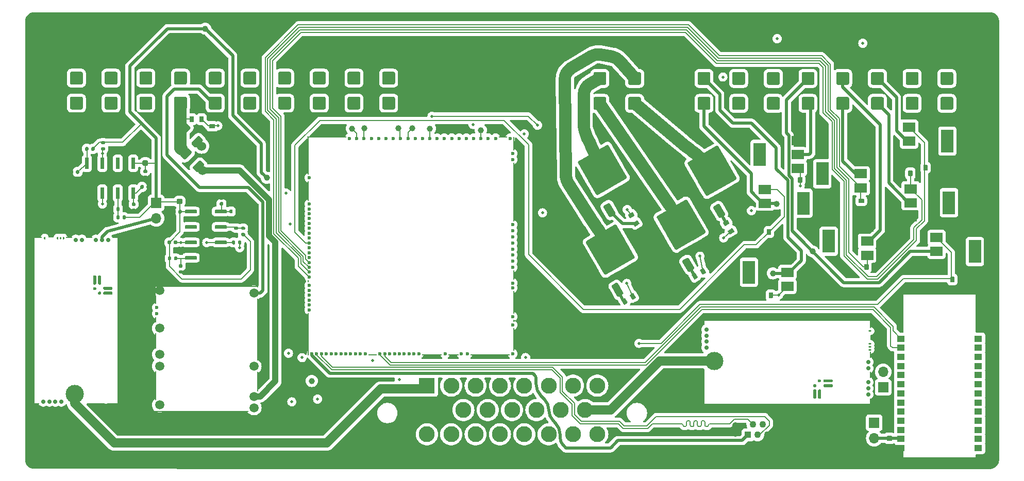
<source format=gtl>
G04 #@! TF.GenerationSoftware,KiCad,Pcbnew,8.0.7-8.0.7-0~ubuntu24.04.1*
G04 #@! TF.CreationDate,2025-01-06T01:44:51+00:00*
G04 #@! TF.ProjectId,VFRECU-VR,56465245-4355-42d5-9652-2e6b69636164,rev?*
G04 #@! TF.SameCoordinates,Original*
G04 #@! TF.FileFunction,Copper,L1,Top*
G04 #@! TF.FilePolarity,Positive*
%FSLAX46Y46*%
G04 Gerber Fmt 4.6, Leading zero omitted, Abs format (unit mm)*
G04 Created by KiCad (PCBNEW 8.0.7-8.0.7-0~ubuntu24.04.1) date 2025-01-06 01:44:51*
%MOMM*%
%LPD*%
G01*
G04 APERTURE LIST*
G04 #@! TA.AperFunction,Conductor*
%ADD10C,0.200000*%
G04 #@! TD*
G04 #@! TA.AperFunction,Conductor*
%ADD11C,0.500000*%
G04 #@! TD*
G04 #@! TA.AperFunction,SMDPad,CuDef*
%ADD12R,2.000000X1.500000*%
G04 #@! TD*
G04 #@! TA.AperFunction,SMDPad,CuDef*
%ADD13R,2.000000X3.800000*%
G04 #@! TD*
G04 #@! TA.AperFunction,SMDPad,CuDef*
%ADD14C,1.000000*%
G04 #@! TD*
G04 #@! TA.AperFunction,ComponentPad*
%ADD15C,5.600000*%
G04 #@! TD*
G04 #@! TA.AperFunction,ComponentPad*
%ADD16R,1.700000X1.700000*%
G04 #@! TD*
G04 #@! TA.AperFunction,ComponentPad*
%ADD17O,1.700000X1.700000*%
G04 #@! TD*
G04 #@! TA.AperFunction,ComponentPad*
%ADD18C,0.700000*%
G04 #@! TD*
G04 #@! TA.AperFunction,SMDPad,CuDef*
%ADD19C,3.000000*%
G04 #@! TD*
G04 #@! TA.AperFunction,SMDPad,CuDef*
%ADD20R,3.000000X0.250000*%
G04 #@! TD*
G04 #@! TA.AperFunction,SMDPad,CuDef*
%ADD21R,1.100000X0.250000*%
G04 #@! TD*
G04 #@! TA.AperFunction,SMDPad,CuDef*
%ADD22R,0.980000X0.250000*%
G04 #@! TD*
G04 #@! TA.AperFunction,SMDPad,CuDef*
%ADD23R,1.450000X0.250000*%
G04 #@! TD*
G04 #@! TA.AperFunction,SMDPad,CuDef*
%ADD24R,0.250000X27.600000*%
G04 #@! TD*
G04 #@! TA.AperFunction,SMDPad,CuDef*
%ADD25R,1.950000X0.250000*%
G04 #@! TD*
G04 #@! TA.AperFunction,SMDPad,CuDef*
%ADD26R,0.950000X0.250000*%
G04 #@! TD*
G04 #@! TA.AperFunction,ComponentPad*
%ADD27C,1.500000*%
G04 #@! TD*
G04 #@! TA.AperFunction,ComponentPad*
%ADD28C,0.600000*%
G04 #@! TD*
G04 #@! TA.AperFunction,SMDPad,CuDef*
%ADD29O,0.200000X3.300000*%
G04 #@! TD*
G04 #@! TA.AperFunction,SMDPad,CuDef*
%ADD30O,0.200000X10.200000*%
G04 #@! TD*
G04 #@! TA.AperFunction,SMDPad,CuDef*
%ADD31O,0.200000X0.300000*%
G04 #@! TD*
G04 #@! TA.AperFunction,SMDPad,CuDef*
%ADD32O,17.000000X0.200000*%
G04 #@! TD*
G04 #@! TA.AperFunction,SMDPad,CuDef*
%ADD33O,15.400000X0.200000*%
G04 #@! TD*
G04 #@! TA.AperFunction,SMDPad,CuDef*
%ADD34O,0.200000X4.800000*%
G04 #@! TD*
G04 #@! TA.AperFunction,SMDPad,CuDef*
%ADD35O,0.200000X2.600000*%
G04 #@! TD*
G04 #@! TA.AperFunction,SMDPad,CuDef*
%ADD36O,0.200000X1.000000*%
G04 #@! TD*
G04 #@! TA.AperFunction,SMDPad,CuDef*
%ADD37O,0.200000X1.500000*%
G04 #@! TD*
G04 #@! TA.AperFunction,ComponentPad*
%ADD38R,2.625000X2.625000*%
G04 #@! TD*
G04 #@! TA.AperFunction,ComponentPad*
%ADD39C,2.625000*%
G04 #@! TD*
G04 #@! TA.AperFunction,ComponentPad*
%ADD40R,1.100000X1.100000*%
G04 #@! TD*
G04 #@! TA.AperFunction,ComponentPad*
%ADD41C,1.100000*%
G04 #@! TD*
G04 #@! TA.AperFunction,ComponentPad*
%ADD42O,1.100000X2.400000*%
G04 #@! TD*
G04 #@! TA.AperFunction,ComponentPad*
%ADD43C,1.524000*%
G04 #@! TD*
G04 #@! TA.AperFunction,SMDPad,CuDef*
%ADD44R,0.200000X3.700000*%
G04 #@! TD*
G04 #@! TA.AperFunction,SMDPad,CuDef*
%ADD45R,0.200000X0.400000*%
G04 #@! TD*
G04 #@! TA.AperFunction,SMDPad,CuDef*
%ADD46R,0.200000X1.600000*%
G04 #@! TD*
G04 #@! TA.AperFunction,SMDPad,CuDef*
%ADD47R,0.200000X9.700000*%
G04 #@! TD*
G04 #@! TA.AperFunction,SMDPad,CuDef*
%ADD48R,0.200000X2.300000*%
G04 #@! TD*
G04 #@! TA.AperFunction,SMDPad,CuDef*
%ADD49R,1.400000X0.200000*%
G04 #@! TD*
G04 #@! TA.AperFunction,SMDPad,CuDef*
%ADD50R,6.400000X0.200000*%
G04 #@! TD*
G04 #@! TA.AperFunction,SMDPad,CuDef*
%ADD51R,1.700000X0.200000*%
G04 #@! TD*
G04 #@! TA.AperFunction,SMDPad,CuDef*
%ADD52R,3.300000X0.200000*%
G04 #@! TD*
G04 #@! TA.AperFunction,SMDPad,CuDef*
%ADD53R,0.200000X7.000000*%
G04 #@! TD*
G04 #@! TA.AperFunction,SMDPad,CuDef*
%ADD54R,0.200000X3.300000*%
G04 #@! TD*
G04 #@! TA.AperFunction,SMDPad,CuDef*
%ADD55R,0.200000X6.300000*%
G04 #@! TD*
G04 #@! TA.AperFunction,SMDPad,CuDef*
%ADD56R,1.300000X1.000000*%
G04 #@! TD*
G04 #@! TA.AperFunction,SMDPad,CuDef*
%ADD57R,0.250000X3.000000*%
G04 #@! TD*
G04 #@! TA.AperFunction,SMDPad,CuDef*
%ADD58R,0.250000X1.100000*%
G04 #@! TD*
G04 #@! TA.AperFunction,SMDPad,CuDef*
%ADD59R,0.250000X0.980000*%
G04 #@! TD*
G04 #@! TA.AperFunction,SMDPad,CuDef*
%ADD60R,0.250000X1.450000*%
G04 #@! TD*
G04 #@! TA.AperFunction,SMDPad,CuDef*
%ADD61R,27.600000X0.250000*%
G04 #@! TD*
G04 #@! TA.AperFunction,SMDPad,CuDef*
%ADD62R,0.250000X1.950000*%
G04 #@! TD*
G04 #@! TA.AperFunction,SMDPad,CuDef*
%ADD63R,0.250000X0.950000*%
G04 #@! TD*
G04 #@! TA.AperFunction,ViaPad*
%ADD64C,1.524000*%
G04 #@! TD*
G04 #@! TA.AperFunction,ViaPad*
%ADD65C,0.500000*%
G04 #@! TD*
G04 #@! TA.AperFunction,ViaPad*
%ADD66C,1.000000*%
G04 #@! TD*
G04 #@! TA.AperFunction,ViaPad*
%ADD67C,0.800000*%
G04 #@! TD*
G04 #@! TA.AperFunction,Conductor*
%ADD68C,1.000000*%
G04 #@! TD*
G04 #@! TA.AperFunction,Conductor*
%ADD69C,2.000000*%
G04 #@! TD*
G04 #@! TA.AperFunction,Conductor*
%ADD70C,1.500000*%
G04 #@! TD*
G04 APERTURE END LIST*
D10*
G04 #@! TO.N,GND*
X80285380Y24386220D02*
X80666380Y24383680D01*
G04 #@! TO.N,Net-(IC2A1-RC_TIMING)*
X10229640Y50284060D02*
X8614200Y48838800D01*
G04 #@! TO.N,/IGNOUT3*
X106644000Y42301000D02*
X106673000Y42301000D01*
D11*
G04 #@! TO.N,Net-(JP2-B)*
X21537720Y41223880D02*
X13567200Y39092820D01*
G04 #@! TD*
D12*
G04 #@! TO.P,Q7,1,G*
G04 #@! TO.N,/LS1*
X126954000Y49442000D03*
G04 #@! TO.P,Q7,2,D*
G04 #@! TO.N,/FUELPUMP_LS*
X126954000Y51742000D03*
G04 #@! TO.P,Q7,3,S*
G04 #@! TO.N,GND*
X126954000Y54042000D03*
D13*
G04 #@! TO.P,Q7,4*
G04 #@! TO.N,N/C*
X120654000Y51742000D03*
G04 #@! TD*
G04 #@! TO.P,R32,1*
G04 #@! TO.N,GND*
G04 #@! TA.AperFunction,SMDPad,CuDef*
G36*
G01*
X149860000Y49943000D02*
X149860000Y49163000D01*
G75*
G02*
X149790000Y49093000I-70000J0D01*
G01*
X149230000Y49093000D01*
G75*
G02*
X149160000Y49163000I0J70000D01*
G01*
X149160000Y49943000D01*
G75*
G02*
X149230000Y50013000I70000J0D01*
G01*
X149790000Y50013000D01*
G75*
G02*
X149860000Y49943000I0J-70000D01*
G01*
G37*
G04 #@! TD.AperFunction*
G04 #@! TO.P,R32,2*
G04 #@! TO.N,/INJ4*
G04 #@! TA.AperFunction,SMDPad,CuDef*
G36*
G01*
X148260000Y49943000D02*
X148260000Y49163000D01*
G75*
G02*
X148190000Y49093000I-70000J0D01*
G01*
X147630000Y49093000D01*
G75*
G02*
X147560000Y49163000I0J70000D01*
G01*
X147560000Y49943000D01*
G75*
G02*
X147630000Y50013000I70000J0D01*
G01*
X148190000Y50013000D01*
G75*
G02*
X148260000Y49943000I0J-70000D01*
G01*
G37*
G04 #@! TD.AperFunction*
G04 #@! TD*
G04 #@! TO.P,R31,1*
G04 #@! TO.N,GND*
G04 #@! TA.AperFunction,SMDPad,CuDef*
G36*
G01*
X143477000Y48236928D02*
X143477000Y49016928D01*
G75*
G02*
X143547000Y49086928I70000J0D01*
G01*
X144107000Y49086928D01*
G75*
G02*
X144177000Y49016928I0J-70000D01*
G01*
X144177000Y48236928D01*
G75*
G02*
X144107000Y48166928I-70000J0D01*
G01*
X143547000Y48166928D01*
G75*
G02*
X143477000Y48236928I0J70000D01*
G01*
G37*
G04 #@! TD.AperFunction*
G04 #@! TO.P,R31,2*
G04 #@! TO.N,/INJ3*
G04 #@! TA.AperFunction,SMDPad,CuDef*
G36*
G01*
X145077000Y48236928D02*
X145077000Y49016928D01*
G75*
G02*
X145147000Y49086928I70000J0D01*
G01*
X145707000Y49086928D01*
G75*
G02*
X145777000Y49016928I0J-70000D01*
G01*
X145777000Y48236928D01*
G75*
G02*
X145707000Y48166928I-70000J0D01*
G01*
X145147000Y48166928D01*
G75*
G02*
X145077000Y48236928I0J70000D01*
G01*
G37*
G04 #@! TD.AperFunction*
G04 #@! TD*
G04 #@! TO.P,R29,1*
G04 #@! TO.N,GND*
G04 #@! TA.AperFunction,SMDPad,CuDef*
G36*
G01*
X137754928Y42142000D02*
X136974928Y42142000D01*
G75*
G02*
X136904928Y42212000I0J70000D01*
G01*
X136904928Y42772000D01*
G75*
G02*
X136974928Y42842000I70000J0D01*
G01*
X137754928Y42842000D01*
G75*
G02*
X137824928Y42772000I0J-70000D01*
G01*
X137824928Y42212000D01*
G75*
G02*
X137754928Y42142000I-70000J0D01*
G01*
G37*
G04 #@! TD.AperFunction*
G04 #@! TO.P,R29,2*
G04 #@! TO.N,/INJ1*
G04 #@! TA.AperFunction,SMDPad,CuDef*
G36*
G01*
X137754928Y43742000D02*
X136974928Y43742000D01*
G75*
G02*
X136904928Y43812000I0J70000D01*
G01*
X136904928Y44372000D01*
G75*
G02*
X136974928Y44442000I70000J0D01*
G01*
X137754928Y44442000D01*
G75*
G02*
X137824928Y44372000I0J-70000D01*
G01*
X137824928Y43812000D01*
G75*
G02*
X137754928Y43742000I-70000J0D01*
G01*
G37*
G04 #@! TD.AperFunction*
G04 #@! TD*
D12*
G04 #@! TO.P,Q9,1,G*
G04 #@! TO.N,/LS3*
X125229000Y30059000D03*
G04 #@! TO.P,Q9,2,D*
G04 #@! TO.N,/OUT_LS3*
X125229000Y32359000D03*
G04 #@! TO.P,Q9,3,S*
G04 #@! TO.N,GND*
X125229000Y34659000D03*
D13*
G04 #@! TO.P,Q9,4*
G04 #@! TO.N,N/C*
X118929000Y32359000D03*
G04 #@! TD*
G04 #@! TO.P,R34,1*
G04 #@! TO.N,Net-(IC2-PEAK_DETECTOR_CAPACITOR)*
G04 #@! TA.AperFunction,SMDPad,CuDef*
G36*
G01*
X33551700Y42189500D02*
X33551700Y42559500D01*
G75*
G02*
X33686700Y42694500I135000J0D01*
G01*
X33956700Y42694500D01*
G75*
G02*
X34091700Y42559500I0J-135000D01*
G01*
X34091700Y42189500D01*
G75*
G02*
X33956700Y42054500I-135000J0D01*
G01*
X33686700Y42054500D01*
G75*
G02*
X33551700Y42189500I0J135000D01*
G01*
G37*
G04 #@! TD.AperFunction*
G04 #@! TO.P,R34,2*
G04 #@! TO.N,GND*
G04 #@! TA.AperFunction,SMDPad,CuDef*
G36*
G01*
X34571700Y42189500D02*
X34571700Y42559500D01*
G75*
G02*
X34706700Y42694500I135000J0D01*
G01*
X34976700Y42694500D01*
G75*
G02*
X35111700Y42559500I0J-135000D01*
G01*
X35111700Y42189500D01*
G75*
G02*
X34976700Y42054500I-135000J0D01*
G01*
X34706700Y42054500D01*
G75*
G02*
X34571700Y42189500I0J135000D01*
G01*
G37*
G04 #@! TD.AperFunction*
G04 #@! TD*
G04 #@! TO.P,C4,1*
G04 #@! TO.N,Net-(IC2-RC_TIMING)*
G04 #@! TA.AperFunction,SMDPad,CuDef*
G36*
G01*
X25403780Y33675540D02*
X25743780Y33675540D01*
G75*
G02*
X25883780Y33535540I0J-140000D01*
G01*
X25883780Y33255540D01*
G75*
G02*
X25743780Y33115540I-140000J0D01*
G01*
X25403780Y33115540D01*
G75*
G02*
X25263780Y33255540I0J140000D01*
G01*
X25263780Y33535540D01*
G75*
G02*
X25403780Y33675540I140000J0D01*
G01*
G37*
G04 #@! TD.AperFunction*
G04 #@! TO.P,C4,2*
G04 #@! TO.N,GND*
G04 #@! TA.AperFunction,SMDPad,CuDef*
G36*
G01*
X25403780Y32715540D02*
X25743780Y32715540D01*
G75*
G02*
X25883780Y32575540I0J-140000D01*
G01*
X25883780Y32295540D01*
G75*
G02*
X25743780Y32155540I-140000J0D01*
G01*
X25403780Y32155540D01*
G75*
G02*
X25263780Y32295540I0J140000D01*
G01*
X25263780Y32575540D01*
G75*
G02*
X25403780Y32715540I140000J0D01*
G01*
G37*
G04 #@! TD.AperFunction*
G04 #@! TD*
D14*
G04 #@! TO.P,HALL3,1*
G04 #@! TO.N,/IN_HALL3*
X53678000Y55982000D03*
G04 #@! TD*
G04 #@! TO.P,Q1,1,G*
G04 #@! TO.N,Net-(Q1-G)*
G04 #@! TA.AperFunction,SMDPad,CuDef*
G36*
G01*
X114883109Y41670372D02*
X114276891Y41320372D01*
G75*
G02*
X113935385Y41411878I-125000J216506D01*
G01*
X113085385Y42884122D01*
G75*
G02*
X113176891Y43225628I216506J125000D01*
G01*
X113783109Y43575628D01*
G75*
G02*
X114124615Y43484122I125000J-216506D01*
G01*
X114974615Y42011878D01*
G75*
G02*
X114883109Y41670372I-216506J-125000D01*
G01*
G37*
G04 #@! TD.AperFunction*
G04 #@! TO.P,Q1,2,C*
G04 #@! TO.N,/IGNOUT1*
G04 #@! TA.AperFunction,SMDPad,CuDef*
G36*
G01*
X116749506Y47597679D02*
X114800948Y46472679D01*
G75*
G02*
X114459442Y46564185I-125000J216506D01*
G01*
X113184442Y48772549D01*
G75*
G02*
X113275948Y49114055I216506J125000D01*
G01*
X115224506Y50239055D01*
G75*
G02*
X115566012Y50147549I125000J-216506D01*
G01*
X116841012Y47939185D01*
G75*
G02*
X116749506Y47597679I-216506J-125000D01*
G01*
G37*
G04 #@! TD.AperFunction*
G04 #@! TA.AperFunction,SMDPad,CuDef*
G36*
G01*
X114108128Y46072679D02*
X112159570Y44947679D01*
G75*
G02*
X111818064Y45039185I-125000J216506D01*
G01*
X110543064Y47247549D01*
G75*
G02*
X110634570Y47589055I216506J125000D01*
G01*
X112583128Y48714055D01*
G75*
G02*
X112924634Y48622549I125000J-216506D01*
G01*
X114199634Y46414185D01*
G75*
G02*
X114108128Y46072679I-216506J-125000D01*
G01*
G37*
G04 #@! TD.AperFunction*
G04 #@! TA.AperFunction,SMDPad,CuDef*
G36*
G01*
X116749508Y47597680D02*
X112159569Y44947677D01*
G75*
G02*
X111818066Y45039182I-124999J216504D01*
G01*
X108868063Y50148737D01*
G75*
G02*
X108959569Y50490240I216504J124999D01*
G01*
X113549508Y53140243D01*
G75*
G02*
X113891010Y53048737I124998J-216504D01*
G01*
X116841013Y47939182D01*
G75*
G02*
X116749508Y47597680I-216504J-124998D01*
G01*
G37*
G04 #@! TD.AperFunction*
G04 #@! TA.AperFunction,SMDPad,CuDef*
G36*
G01*
X115074506Y50498865D02*
X113125948Y49373865D01*
G75*
G02*
X112784442Y49465371I-125000J216506D01*
G01*
X111509442Y51673735D01*
G75*
G02*
X111600948Y52015241I216506J125000D01*
G01*
X113549506Y53140241D01*
G75*
G02*
X113891012Y53048735I125000J-216506D01*
G01*
X115166012Y50840371D01*
G75*
G02*
X115074506Y50498865I-216506J-125000D01*
G01*
G37*
G04 #@! TD.AperFunction*
G04 #@! TA.AperFunction,SMDPad,CuDef*
G36*
G01*
X112433128Y48973865D02*
X110484570Y47848865D01*
G75*
G02*
X110143064Y47940371I-125000J216506D01*
G01*
X108868064Y50148735D01*
G75*
G02*
X108959570Y50490241I216506J125000D01*
G01*
X110908128Y51615241D01*
G75*
G02*
X111249634Y51523735I125000J-216506D01*
G01*
X112524634Y49315371D01*
G75*
G02*
X112433128Y48973865I-216506J-125000D01*
G01*
G37*
G04 #@! TD.AperFunction*
G04 #@! TO.P,Q1,3,E*
G04 #@! TO.N,GND*
G04 #@! TA.AperFunction,SMDPad,CuDef*
G36*
G01*
X118832185Y43950372D02*
X118225967Y43600372D01*
G75*
G02*
X117884461Y43691878I-125000J216506D01*
G01*
X117034461Y45164122D01*
G75*
G02*
X117125967Y45505628I216506J125000D01*
G01*
X117732185Y45855628D01*
G75*
G02*
X118073691Y45764122I125000J-216506D01*
G01*
X118923691Y44291878D01*
G75*
G02*
X118832185Y43950372I-216506J-125000D01*
G01*
G37*
G04 #@! TD.AperFunction*
G04 #@! TD*
G04 #@! TO.P,R39,1*
G04 #@! TO.N,+5VA*
G04 #@! TA.AperFunction,SMDPad,CuDef*
G36*
G01*
X11413500Y52836340D02*
X11413500Y52466340D01*
G75*
G02*
X11278500Y52331340I-135000J0D01*
G01*
X11008500Y52331340D01*
G75*
G02*
X10873500Y52466340I0J135000D01*
G01*
X10873500Y52836340D01*
G75*
G02*
X11008500Y52971340I135000J0D01*
G01*
X11278500Y52971340D01*
G75*
G02*
X11413500Y52836340I0J-135000D01*
G01*
G37*
G04 #@! TD.AperFunction*
G04 #@! TO.P,R39,2*
G04 #@! TO.N,Net-(IC2A1-RC_TIMING)*
G04 #@! TA.AperFunction,SMDPad,CuDef*
G36*
G01*
X10393500Y52836340D02*
X10393500Y52466340D01*
G75*
G02*
X10258500Y52331340I-135000J0D01*
G01*
X9988500Y52331340D01*
G75*
G02*
X9853500Y52466340I0J135000D01*
G01*
X9853500Y52836340D01*
G75*
G02*
X9988500Y52971340I135000J0D01*
G01*
X10258500Y52971340D01*
G75*
G02*
X10393500Y52836340I0J-135000D01*
G01*
G37*
G04 #@! TD.AperFunction*
G04 #@! TD*
G04 #@! TO.P,R40,1*
G04 #@! TO.N,+5VA*
G04 #@! TA.AperFunction,SMDPad,CuDef*
G36*
G01*
X12637980Y53934260D02*
X13007980Y53934260D01*
G75*
G02*
X13142980Y53799260I0J-135000D01*
G01*
X13142980Y53529260D01*
G75*
G02*
X13007980Y53394260I-135000J0D01*
G01*
X12637980Y53394260D01*
G75*
G02*
X12502980Y53529260I0J135000D01*
G01*
X12502980Y53799260D01*
G75*
G02*
X12637980Y53934260I135000J0D01*
G01*
G37*
G04 #@! TD.AperFunction*
G04 #@! TO.P,R40,2*
G04 #@! TO.N,/VR1*
G04 #@! TA.AperFunction,SMDPad,CuDef*
G36*
G01*
X12637980Y52914260D02*
X13007980Y52914260D01*
G75*
G02*
X13142980Y52779260I0J-135000D01*
G01*
X13142980Y52509260D01*
G75*
G02*
X13007980Y52374260I-135000J0D01*
G01*
X12637980Y52374260D01*
G75*
G02*
X12502980Y52509260I0J135000D01*
G01*
X12502980Y52779260D01*
G75*
G02*
X12637980Y52914260I135000J0D01*
G01*
G37*
G04 #@! TD.AperFunction*
G04 #@! TD*
G04 #@! TO.P,Q4,1,G*
G04 #@! TO.N,Net-(Q4-G)*
G04 #@! TA.AperFunction,SMDPad,CuDef*
G36*
G01*
X96852033Y41810372D02*
X96245815Y41460372D01*
G75*
G02*
X95904309Y41551878I-125000J216506D01*
G01*
X95054309Y43024122D01*
G75*
G02*
X95145815Y43365628I216506J125000D01*
G01*
X95752033Y43715628D01*
G75*
G02*
X96093539Y43624122I125000J-216506D01*
G01*
X96943539Y42151878D01*
G75*
G02*
X96852033Y41810372I-216506J-125000D01*
G01*
G37*
G04 #@! TD.AperFunction*
G04 #@! TO.P,Q4,2,C*
G04 #@! TO.N,/IGNOUT4*
G04 #@! TA.AperFunction,SMDPad,CuDef*
G36*
G01*
X98718430Y47737679D02*
X96769872Y46612679D01*
G75*
G02*
X96428366Y46704185I-125000J216506D01*
G01*
X95153366Y48912549D01*
G75*
G02*
X95244872Y49254055I216506J125000D01*
G01*
X97193430Y50379055D01*
G75*
G02*
X97534936Y50287549I125000J-216506D01*
G01*
X98809936Y48079185D01*
G75*
G02*
X98718430Y47737679I-216506J-125000D01*
G01*
G37*
G04 #@! TD.AperFunction*
G04 #@! TA.AperFunction,SMDPad,CuDef*
G36*
G01*
X96077052Y46212679D02*
X94128494Y45087679D01*
G75*
G02*
X93786988Y45179185I-125000J216506D01*
G01*
X92511988Y47387549D01*
G75*
G02*
X92603494Y47729055I216506J125000D01*
G01*
X94552052Y48854055D01*
G75*
G02*
X94893558Y48762549I125000J-216506D01*
G01*
X96168558Y46554185D01*
G75*
G02*
X96077052Y46212679I-216506J-125000D01*
G01*
G37*
G04 #@! TD.AperFunction*
G04 #@! TA.AperFunction,SMDPad,CuDef*
G36*
G01*
X98718432Y47737680D02*
X94128493Y45087677D01*
G75*
G02*
X93786990Y45179182I-124999J216504D01*
G01*
X90836987Y50288737D01*
G75*
G02*
X90928493Y50630240I216504J124999D01*
G01*
X95518432Y53280243D01*
G75*
G02*
X95859934Y53188737I124998J-216504D01*
G01*
X98809937Y48079182D01*
G75*
G02*
X98718432Y47737680I-216504J-124998D01*
G01*
G37*
G04 #@! TD.AperFunction*
G04 #@! TA.AperFunction,SMDPad,CuDef*
G36*
G01*
X97043430Y50638865D02*
X95094872Y49513865D01*
G75*
G02*
X94753366Y49605371I-125000J216506D01*
G01*
X93478366Y51813735D01*
G75*
G02*
X93569872Y52155241I216506J125000D01*
G01*
X95518430Y53280241D01*
G75*
G02*
X95859936Y53188735I125000J-216506D01*
G01*
X97134936Y50980371D01*
G75*
G02*
X97043430Y50638865I-216506J-125000D01*
G01*
G37*
G04 #@! TD.AperFunction*
G04 #@! TA.AperFunction,SMDPad,CuDef*
G36*
G01*
X94402052Y49113865D02*
X92453494Y47988865D01*
G75*
G02*
X92111988Y48080371I-125000J216506D01*
G01*
X90836988Y50288735D01*
G75*
G02*
X90928494Y50630241I216506J125000D01*
G01*
X92877052Y51755241D01*
G75*
G02*
X93218558Y51663735I125000J-216506D01*
G01*
X94493558Y49455371D01*
G75*
G02*
X94402052Y49113865I-216506J-125000D01*
G01*
G37*
G04 #@! TD.AperFunction*
G04 #@! TO.P,Q4,3,E*
G04 #@! TO.N,GND*
G04 #@! TA.AperFunction,SMDPad,CuDef*
G36*
G01*
X100801109Y44090372D02*
X100194891Y43740372D01*
G75*
G02*
X99853385Y43831878I-125000J216506D01*
G01*
X99003385Y45304122D01*
G75*
G02*
X99094891Y45645628I216506J125000D01*
G01*
X99701109Y45995628D01*
G75*
G02*
X100042615Y45904122I125000J-216506D01*
G01*
X100892615Y44431878D01*
G75*
G02*
X100801109Y44090372I-216506J-125000D01*
G01*
G37*
G04 #@! TD.AperFunction*
G04 #@! TD*
G04 #@! TO.P,HALL2,1*
G04 #@! TO.N,/IN_HALL2*
X55695000Y56030000D03*
G04 #@! TD*
D15*
G04 #@! TO.P,H2,1,1*
G04 #@! TO.N,GND*
X4425000Y52731000D03*
G04 #@! TD*
G04 #@! TO.P,H1,1,1*
G04 #@! TO.N,GND*
X155885000Y48938000D03*
G04 #@! TD*
G04 #@! TO.P,R27,1*
G04 #@! TO.N,+5VA*
G04 #@! TA.AperFunction,SMDPad,CuDef*
G36*
G01*
X35997520Y38305200D02*
X35627520Y38305200D01*
G75*
G02*
X35492520Y38440200I0J135000D01*
G01*
X35492520Y38710200D01*
G75*
G02*
X35627520Y38845200I135000J0D01*
G01*
X35997520Y38845200D01*
G75*
G02*
X36132520Y38710200I0J-135000D01*
G01*
X36132520Y38440200D01*
G75*
G02*
X35997520Y38305200I-135000J0D01*
G01*
G37*
G04 #@! TD.AperFunction*
G04 #@! TO.P,R27,2*
G04 #@! TO.N,Net-(IC2-MODE)*
G04 #@! TA.AperFunction,SMDPad,CuDef*
G36*
G01*
X35997520Y39325200D02*
X35627520Y39325200D01*
G75*
G02*
X35492520Y39460200I0J135000D01*
G01*
X35492520Y39730200D01*
G75*
G02*
X35627520Y39865200I135000J0D01*
G01*
X35997520Y39865200D01*
G75*
G02*
X36132520Y39730200I0J-135000D01*
G01*
X36132520Y39460200D01*
G75*
G02*
X35997520Y39325200I-135000J0D01*
G01*
G37*
G04 #@! TD.AperFunction*
G04 #@! TD*
G04 #@! TO.P,R28,1*
G04 #@! TO.N,+5VA*
G04 #@! TA.AperFunction,SMDPad,CuDef*
G36*
G01*
X23439960Y34462820D02*
X23439960Y34832820D01*
G75*
G02*
X23574960Y34967820I135000J0D01*
G01*
X23844960Y34967820D01*
G75*
G02*
X23979960Y34832820I0J-135000D01*
G01*
X23979960Y34462820D01*
G75*
G02*
X23844960Y34327820I-135000J0D01*
G01*
X23574960Y34327820D01*
G75*
G02*
X23439960Y34462820I0J135000D01*
G01*
G37*
G04 #@! TD.AperFunction*
G04 #@! TO.P,R28,2*
G04 #@! TO.N,Net-(IC2-RC_TIMING)*
G04 #@! TA.AperFunction,SMDPad,CuDef*
G36*
G01*
X24459960Y34462820D02*
X24459960Y34832820D01*
G75*
G02*
X24594960Y34967820I135000J0D01*
G01*
X24864960Y34967820D01*
G75*
G02*
X24999960Y34832820I0J-135000D01*
G01*
X24999960Y34462820D01*
G75*
G02*
X24864960Y34327820I-135000J0D01*
G01*
X24594960Y34327820D01*
G75*
G02*
X24459960Y34462820I0J135000D01*
G01*
G37*
G04 #@! TD.AperFunction*
G04 #@! TD*
G04 #@! TO.P,C11,1*
G04 #@! TO.N,Net-(IC2A1-RC_TIMING)*
G04 #@! TA.AperFunction,SMDPad,CuDef*
G36*
G01*
X8896680Y49029120D02*
X8896680Y48689120D01*
G75*
G02*
X8756680Y48549120I-140000J0D01*
G01*
X8476680Y48549120D01*
G75*
G02*
X8336680Y48689120I0J140000D01*
G01*
X8336680Y49029120D01*
G75*
G02*
X8476680Y49169120I140000J0D01*
G01*
X8756680Y49169120D01*
G75*
G02*
X8896680Y49029120I0J-140000D01*
G01*
G37*
G04 #@! TD.AperFunction*
G04 #@! TO.P,C11,2*
G04 #@! TO.N,GND*
G04 #@! TA.AperFunction,SMDPad,CuDef*
G36*
G01*
X7936680Y49029120D02*
X7936680Y48689120D01*
G75*
G02*
X7796680Y48549120I-140000J0D01*
G01*
X7516680Y48549120D01*
G75*
G02*
X7376680Y48689120I0J140000D01*
G01*
X7376680Y49029120D01*
G75*
G02*
X7516680Y49169120I140000J0D01*
G01*
X7796680Y49169120D01*
G75*
G02*
X7936680Y49029120I0J-140000D01*
G01*
G37*
G04 #@! TD.AperFunction*
G04 #@! TD*
G04 #@! TO.P,C10,1*
G04 #@! TO.N,GND*
G04 #@! TA.AperFunction,SMDPad,CuDef*
G36*
G01*
X18004400Y42292680D02*
X17664400Y42292680D01*
G75*
G02*
X17524400Y42432680I0J140000D01*
G01*
X17524400Y42712680D01*
G75*
G02*
X17664400Y42852680I140000J0D01*
G01*
X18004400Y42852680D01*
G75*
G02*
X18144400Y42712680I0J-140000D01*
G01*
X18144400Y42432680D01*
G75*
G02*
X18004400Y42292680I-140000J0D01*
G01*
G37*
G04 #@! TD.AperFunction*
G04 #@! TO.P,C10,2*
G04 #@! TO.N,Net-(IC2A1-PEAK_DETECTOR_CAPACITOR)*
G04 #@! TA.AperFunction,SMDPad,CuDef*
G36*
G01*
X18004400Y43252680D02*
X17664400Y43252680D01*
G75*
G02*
X17524400Y43392680I0J140000D01*
G01*
X17524400Y43672680D01*
G75*
G02*
X17664400Y43812680I140000J0D01*
G01*
X18004400Y43812680D01*
G75*
G02*
X18144400Y43672680I0J-140000D01*
G01*
X18144400Y43392680D01*
G75*
G02*
X18004400Y43252680I-140000J0D01*
G01*
G37*
G04 #@! TD.AperFunction*
G04 #@! TD*
D16*
G04 #@! TO.P,JP3,1,A*
G04 #@! TO.N,+3.3VA*
X139494000Y7635000D03*
D17*
G04 #@! TO.P,JP3,2,B*
G04 #@! TO.N,Net-(JP3-B)*
X139494000Y5095000D03*
G04 #@! TD*
G04 #@! TO.P,C12A,1*
G04 #@! TO.N,GND*
G04 #@! TA.AperFunction,SMDPad,CuDef*
G36*
G01*
X19917020Y47715580D02*
X19577020Y47715580D01*
G75*
G02*
X19437020Y47855580I0J140000D01*
G01*
X19437020Y48135580D01*
G75*
G02*
X19577020Y48275580I140000J0D01*
G01*
X19917020Y48275580D01*
G75*
G02*
X20057020Y48135580I0J-140000D01*
G01*
X20057020Y47855580D01*
G75*
G02*
X19917020Y47715580I-140000J0D01*
G01*
G37*
G04 #@! TD.AperFunction*
G04 #@! TO.P,C12A,2*
G04 #@! TO.N,+5VA*
G04 #@! TA.AperFunction,SMDPad,CuDef*
G36*
G01*
X19917020Y48675580D02*
X19577020Y48675580D01*
G75*
G02*
X19437020Y48815580I0J140000D01*
G01*
X19437020Y49095580D01*
G75*
G02*
X19577020Y49235580I140000J0D01*
G01*
X19917020Y49235580D01*
G75*
G02*
X20057020Y49095580I0J-140000D01*
G01*
X20057020Y48815580D01*
G75*
G02*
X19917020Y48675580I-140000J0D01*
G01*
G37*
G04 #@! TD.AperFunction*
G04 #@! TD*
D15*
G04 #@! TO.P,H2,1,1*
G04 #@! TO.N,GND*
X5000000Y5000000D03*
G04 #@! TD*
G04 #@! TO.P,R30,1*
G04 #@! TO.N,GND*
G04 #@! TA.AperFunction,SMDPad,CuDef*
G36*
G01*
X140178000Y33631072D02*
X140178000Y32851072D01*
G75*
G02*
X140108000Y32781072I-70000J0D01*
G01*
X139548000Y32781072D01*
G75*
G02*
X139478000Y32851072I0J70000D01*
G01*
X139478000Y33631072D01*
G75*
G02*
X139548000Y33701072I70000J0D01*
G01*
X140108000Y33701072D01*
G75*
G02*
X140178000Y33631072I0J-70000D01*
G01*
G37*
G04 #@! TD.AperFunction*
G04 #@! TO.P,R30,2*
G04 #@! TO.N,/INJ2*
G04 #@! TA.AperFunction,SMDPad,CuDef*
G36*
G01*
X138578000Y33631072D02*
X138578000Y32851072D01*
G75*
G02*
X138508000Y32781072I-70000J0D01*
G01*
X137948000Y32781072D01*
G75*
G02*
X137878000Y32851072I0J70000D01*
G01*
X137878000Y33631072D01*
G75*
G02*
X137948000Y33701072I70000J0D01*
G01*
X138508000Y33701072D01*
G75*
G02*
X138578000Y33631072I0J-70000D01*
G01*
G37*
G04 #@! TD.AperFunction*
G04 #@! TD*
G04 #@! TO.P,R2,1*
G04 #@! TO.N,/IN_VMAIN*
G04 #@! TA.AperFunction,SMDPad,CuDef*
G36*
G01*
X29314000Y57922000D02*
X29314000Y57142000D01*
G75*
G02*
X29244000Y57072000I-70000J0D01*
G01*
X28684000Y57072000D01*
G75*
G02*
X28614000Y57142000I0J70000D01*
G01*
X28614000Y57922000D01*
G75*
G02*
X28684000Y57992000I70000J0D01*
G01*
X29244000Y57992000D01*
G75*
G02*
X29314000Y57922000I0J-70000D01*
G01*
G37*
G04 #@! TD.AperFunction*
G04 #@! TO.P,R2,2*
G04 #@! TO.N,+12V*
G04 #@! TA.AperFunction,SMDPad,CuDef*
G36*
G01*
X27714000Y57922000D02*
X27714000Y57142000D01*
G75*
G02*
X27644000Y57072000I-70000J0D01*
G01*
X27084000Y57072000D01*
G75*
G02*
X27014000Y57142000I0J70000D01*
G01*
X27014000Y57922000D01*
G75*
G02*
X27084000Y57992000I70000J0D01*
G01*
X27644000Y57992000D01*
G75*
G02*
X27714000Y57922000I0J-70000D01*
G01*
G37*
G04 #@! TD.AperFunction*
G04 #@! TD*
D12*
G04 #@! TO.P,Q14,1,G*
G04 #@! TO.N,/INJ2*
X138324000Y35162000D03*
G04 #@! TO.P,Q14,2,D*
G04 #@! TO.N,/INJOUT2*
X138324000Y37462000D03*
G04 #@! TO.P,Q14,3,S*
G04 #@! TO.N,GND*
X138324000Y39762000D03*
D13*
G04 #@! TO.P,Q14,4*
G04 #@! TO.N,N/C*
X132024000Y37462000D03*
G04 #@! TD*
D16*
G04 #@! TO.P,JP2,1,A*
G04 #@! TO.N,+5VA*
X21530100Y43771500D03*
D17*
G04 #@! TO.P,JP2,2,B*
G04 #@! TO.N,Net-(JP2-B)*
X21530100Y41231500D03*
G04 #@! TD*
G04 #@! TO.P,IC2,1,NC_1*
G04 #@! TO.N,GND*
G04 #@! TA.AperFunction,SMDPad,CuDef*
G36*
G01*
X33087540Y34946310D02*
X33087540Y34496310D01*
G75*
G02*
X33012540Y34421310I-75000J0D01*
G01*
X31262540Y34421310D01*
G75*
G02*
X31187540Y34496310I0J75000D01*
G01*
X31187540Y34946310D01*
G75*
G02*
X31262540Y35021310I75000J0D01*
G01*
X33012540Y35021310D01*
G75*
G02*
X33087540Y34946310I0J-75000D01*
G01*
G37*
G04 #@! TD.AperFunction*
G04 #@! TO.P,IC2,2,GND*
G04 #@! TA.AperFunction,SMDPad,CuDef*
G36*
G01*
X33087540Y36216310D02*
X33087540Y35766310D01*
G75*
G02*
X33012540Y35691310I-75000J0D01*
G01*
X31262540Y35691310D01*
G75*
G02*
X31187540Y35766310I0J75000D01*
G01*
X31187540Y36216310D01*
G75*
G02*
X31262540Y36291310I75000J0D01*
G01*
X33012540Y36291310D01*
G75*
G02*
X33087540Y36216310I0J-75000D01*
G01*
G37*
G04 #@! TD.AperFunction*
G04 #@! TO.P,IC2,3,VIN*
G04 #@! TO.N,Net-(IC2-VIN)*
G04 #@! TA.AperFunction,SMDPad,CuDef*
G36*
G01*
X33087540Y37486310D02*
X33087540Y37036310D01*
G75*
G02*
X33012540Y36961310I-75000J0D01*
G01*
X31262540Y36961310D01*
G75*
G02*
X31187540Y37036310I0J75000D01*
G01*
X31187540Y37486310D01*
G75*
G02*
X31262540Y37561310I75000J0D01*
G01*
X33012540Y37561310D01*
G75*
G02*
X33087540Y37486310I0J-75000D01*
G01*
G37*
G04 #@! TD.AperFunction*
G04 #@! TO.P,IC2,4,NC_2*
G04 #@! TO.N,GND*
G04 #@! TA.AperFunction,SMDPad,CuDef*
G36*
G01*
X33087540Y38756310D02*
X33087540Y38306310D01*
G75*
G02*
X33012540Y38231310I-75000J0D01*
G01*
X31262540Y38231310D01*
G75*
G02*
X31187540Y38306310I0J75000D01*
G01*
X31187540Y38756310D01*
G75*
G02*
X31262540Y38831310I75000J0D01*
G01*
X33012540Y38831310D01*
G75*
G02*
X33087540Y38756310I0J-75000D01*
G01*
G37*
G04 #@! TD.AperFunction*
G04 #@! TO.P,IC2,5,MODE*
G04 #@! TO.N,Net-(IC2-MODE)*
G04 #@! TA.AperFunction,SMDPad,CuDef*
G36*
G01*
X33087540Y40026310D02*
X33087540Y39576310D01*
G75*
G02*
X33012540Y39501310I-75000J0D01*
G01*
X31262540Y39501310D01*
G75*
G02*
X31187540Y39576310I0J75000D01*
G01*
X31187540Y40026310D01*
G75*
G02*
X31262540Y40101310I75000J0D01*
G01*
X33012540Y40101310D01*
G75*
G02*
X33087540Y40026310I0J-75000D01*
G01*
G37*
G04 #@! TD.AperFunction*
G04 #@! TO.P,IC2,6,NC_3*
G04 #@! TO.N,GND*
G04 #@! TA.AperFunction,SMDPad,CuDef*
G36*
G01*
X33087540Y41296310D02*
X33087540Y40846310D01*
G75*
G02*
X33012540Y40771310I-75000J0D01*
G01*
X31262540Y40771310D01*
G75*
G02*
X31187540Y40846310I0J75000D01*
G01*
X31187540Y41296310D01*
G75*
G02*
X31262540Y41371310I75000J0D01*
G01*
X33012540Y41371310D01*
G75*
G02*
X33087540Y41296310I0J-75000D01*
G01*
G37*
G04 #@! TD.AperFunction*
G04 #@! TO.P,IC2,7,PEAK_DETECTOR_CAPACITOR*
G04 #@! TO.N,Net-(IC2-PEAK_DETECTOR_CAPACITOR)*
G04 #@! TA.AperFunction,SMDPad,CuDef*
G36*
G01*
X33087540Y42566310D02*
X33087540Y42116310D01*
G75*
G02*
X33012540Y42041310I-75000J0D01*
G01*
X31262540Y42041310D01*
G75*
G02*
X31187540Y42116310I0J75000D01*
G01*
X31187540Y42566310D01*
G75*
G02*
X31262540Y42641310I75000J0D01*
G01*
X33012540Y42641310D01*
G75*
G02*
X33087540Y42566310I0J-75000D01*
G01*
G37*
G04 #@! TD.AperFunction*
G04 #@! TO.P,IC2,8,VCC*
G04 #@! TO.N,+5VA*
G04 #@! TA.AperFunction,SMDPad,CuDef*
G36*
G01*
X28177540Y42566310D02*
X28177540Y42116310D01*
G75*
G02*
X28102540Y42041310I-75000J0D01*
G01*
X26352540Y42041310D01*
G75*
G02*
X26277540Y42116310I0J75000D01*
G01*
X26277540Y42566310D01*
G75*
G02*
X26352540Y42641310I75000J0D01*
G01*
X28102540Y42641310D01*
G75*
G02*
X28177540Y42566310I0J-75000D01*
G01*
G37*
G04 #@! TD.AperFunction*
G04 #@! TO.P,IC2,9,TIMING_PULSE_INPUT*
G04 #@! TO.N,GND*
G04 #@! TA.AperFunction,SMDPad,CuDef*
G36*
G01*
X28177540Y41296310D02*
X28177540Y40846310D01*
G75*
G02*
X28102540Y40771310I-75000J0D01*
G01*
X26352540Y40771310D01*
G75*
G02*
X26277540Y40846310I0J75000D01*
G01*
X26277540Y41296310D01*
G75*
G02*
X26352540Y41371310I75000J0D01*
G01*
X28102540Y41371310D01*
G75*
G02*
X28177540Y41296310I0J-75000D01*
G01*
G37*
G04 #@! TD.AperFunction*
G04 #@! TO.P,IC2,10,GATED_OUTPUT*
G04 #@! TO.N,unconnected-(IC2-GATED_OUTPUT-Pad10)*
G04 #@! TA.AperFunction,SMDPad,CuDef*
G36*
G01*
X28177540Y40026310D02*
X28177540Y39576310D01*
G75*
G02*
X28102540Y39501310I-75000J0D01*
G01*
X26352540Y39501310D01*
G75*
G02*
X26277540Y39576310I0J75000D01*
G01*
X26277540Y40026310D01*
G75*
G02*
X26352540Y40101310I75000J0D01*
G01*
X28102540Y40101310D01*
G75*
G02*
X28177540Y40026310I0J-75000D01*
G01*
G37*
G04 #@! TD.AperFunction*
G04 #@! TO.P,IC2,11,INPUT_SELECT*
G04 #@! TO.N,GND*
G04 #@! TA.AperFunction,SMDPad,CuDef*
G36*
G01*
X28177540Y38756310D02*
X28177540Y38306310D01*
G75*
G02*
X28102540Y38231310I-75000J0D01*
G01*
X26352540Y38231310D01*
G75*
G02*
X26277540Y38306310I0J75000D01*
G01*
X26277540Y38756310D01*
G75*
G02*
X26352540Y38831310I75000J0D01*
G01*
X28102540Y38831310D01*
G75*
G02*
X28177540Y38756310I0J-75000D01*
G01*
G37*
G04 #@! TD.AperFunction*
G04 #@! TO.P,IC2,12,REFERENCE_PULSE_OUT*
G04 #@! TO.N,/VR2*
G04 #@! TA.AperFunction,SMDPad,CuDef*
G36*
G01*
X28177540Y37486310D02*
X28177540Y37036310D01*
G75*
G02*
X28102540Y36961310I-75000J0D01*
G01*
X26352540Y36961310D01*
G75*
G02*
X26277540Y37036310I0J75000D01*
G01*
X26277540Y37486310D01*
G75*
G02*
X26352540Y37561310I75000J0D01*
G01*
X28102540Y37561310D01*
G75*
G02*
X28177540Y37486310I0J-75000D01*
G01*
G37*
G04 #@! TD.AperFunction*
G04 #@! TO.P,IC2,13,NC_4*
G04 #@! TO.N,GND*
G04 #@! TA.AperFunction,SMDPad,CuDef*
G36*
G01*
X28177540Y36216310D02*
X28177540Y35766310D01*
G75*
G02*
X28102540Y35691310I-75000J0D01*
G01*
X26352540Y35691310D01*
G75*
G02*
X26277540Y35766310I0J75000D01*
G01*
X26277540Y36216310D01*
G75*
G02*
X26352540Y36291310I75000J0D01*
G01*
X28102540Y36291310D01*
G75*
G02*
X28177540Y36216310I0J-75000D01*
G01*
G37*
G04 #@! TD.AperFunction*
G04 #@! TO.P,IC2,14,RC_TIMING*
G04 #@! TO.N,Net-(IC2-RC_TIMING)*
G04 #@! TA.AperFunction,SMDPad,CuDef*
G36*
G01*
X28177540Y34946310D02*
X28177540Y34496310D01*
G75*
G02*
X28102540Y34421310I-75000J0D01*
G01*
X26352540Y34421310D01*
G75*
G02*
X26277540Y34496310I0J75000D01*
G01*
X26277540Y34946310D01*
G75*
G02*
X26352540Y35021310I75000J0D01*
G01*
X28102540Y35021310D01*
G75*
G02*
X28177540Y34946310I0J-75000D01*
G01*
G37*
G04 #@! TD.AperFunction*
G04 #@! TD*
G04 #@! TO.P,Q3,1,G*
G04 #@! TO.N,Net-(Q3-G)*
G04 #@! TA.AperFunction,SMDPad,CuDef*
G36*
G01*
X109796109Y32814372D02*
X109189891Y32464372D01*
G75*
G02*
X108848385Y32555878I-125000J216506D01*
G01*
X107998385Y34028122D01*
G75*
G02*
X108089891Y34369628I216506J125000D01*
G01*
X108696109Y34719628D01*
G75*
G02*
X109037615Y34628122I125000J-216506D01*
G01*
X109887615Y33155878D01*
G75*
G02*
X109796109Y32814372I-216506J-125000D01*
G01*
G37*
G04 #@! TD.AperFunction*
G04 #@! TO.P,Q3,2,C*
G04 #@! TO.N,/IGNOUT3*
G04 #@! TA.AperFunction,SMDPad,CuDef*
G36*
G01*
X111662506Y38741679D02*
X109713948Y37616679D01*
G75*
G02*
X109372442Y37708185I-125000J216506D01*
G01*
X108097442Y39916549D01*
G75*
G02*
X108188948Y40258055I216506J125000D01*
G01*
X110137506Y41383055D01*
G75*
G02*
X110479012Y41291549I125000J-216506D01*
G01*
X111754012Y39083185D01*
G75*
G02*
X111662506Y38741679I-216506J-125000D01*
G01*
G37*
G04 #@! TD.AperFunction*
G04 #@! TA.AperFunction,SMDPad,CuDef*
G36*
G01*
X109021128Y37216679D02*
X107072570Y36091679D01*
G75*
G02*
X106731064Y36183185I-125000J216506D01*
G01*
X105456064Y38391549D01*
G75*
G02*
X105547570Y38733055I216506J125000D01*
G01*
X107496128Y39858055D01*
G75*
G02*
X107837634Y39766549I125000J-216506D01*
G01*
X109112634Y37558185D01*
G75*
G02*
X109021128Y37216679I-216506J-125000D01*
G01*
G37*
G04 #@! TD.AperFunction*
G04 #@! TA.AperFunction,SMDPad,CuDef*
G36*
G01*
X111662508Y38741680D02*
X107072569Y36091677D01*
G75*
G02*
X106731066Y36183182I-124999J216504D01*
G01*
X103781063Y41292737D01*
G75*
G02*
X103872569Y41634240I216504J124999D01*
G01*
X108462508Y44284243D01*
G75*
G02*
X108804010Y44192737I124998J-216504D01*
G01*
X111754013Y39083182D01*
G75*
G02*
X111662508Y38741680I-216504J-124998D01*
G01*
G37*
G04 #@! TD.AperFunction*
G04 #@! TA.AperFunction,SMDPad,CuDef*
G36*
G01*
X109987506Y41642865D02*
X108038948Y40517865D01*
G75*
G02*
X107697442Y40609371I-125000J216506D01*
G01*
X106422442Y42817735D01*
G75*
G02*
X106513948Y43159241I216506J125000D01*
G01*
X108462506Y44284241D01*
G75*
G02*
X108804012Y44192735I125000J-216506D01*
G01*
X110079012Y41984371D01*
G75*
G02*
X109987506Y41642865I-216506J-125000D01*
G01*
G37*
G04 #@! TD.AperFunction*
G04 #@! TA.AperFunction,SMDPad,CuDef*
G36*
G01*
X107346128Y40117865D02*
X105397570Y38992865D01*
G75*
G02*
X105056064Y39084371I-125000J216506D01*
G01*
X103781064Y41292735D01*
G75*
G02*
X103872570Y41634241I216506J125000D01*
G01*
X105821128Y42759241D01*
G75*
G02*
X106162634Y42667735I125000J-216506D01*
G01*
X107437634Y40459371D01*
G75*
G02*
X107346128Y40117865I-216506J-125000D01*
G01*
G37*
G04 #@! TD.AperFunction*
G04 #@! TO.P,Q3,3,E*
G04 #@! TO.N,GND*
G04 #@! TA.AperFunction,SMDPad,CuDef*
G36*
G01*
X113745185Y35094372D02*
X113138967Y34744372D01*
G75*
G02*
X112797461Y34835878I-125000J216506D01*
G01*
X111947461Y36308122D01*
G75*
G02*
X112038967Y36649628I216506J125000D01*
G01*
X112645185Y36999628D01*
G75*
G02*
X112986691Y36908122I125000J-216506D01*
G01*
X113836691Y35435878D01*
G75*
G02*
X113745185Y35094372I-216506J-125000D01*
G01*
G37*
G04 #@! TD.AperFunction*
G04 #@! TD*
D18*
G04 #@! TO.P,M7,E1,LSU_Un*
G04 #@! TO.N,/WBO2_Un*
X2969000Y11120000D03*
G04 #@! TO.P,M7,E2,LSU_Vm*
G04 #@! TO.N,/WBO2_Vm*
X5969000Y11120000D03*
G04 #@! TO.P,M7,E3,LSU_Ip*
G04 #@! TO.N,/WBO2_Ip*
X4969000Y11120000D03*
G04 #@! TO.P,M7,E4,LSU_Rtrim*
G04 #@! TO.N,/WBO2_Rtrim*
X3969000Y11120000D03*
D19*
G04 #@! TO.P,M7,E5,LSU_H+*
G04 #@! TO.N,/WBO2_Heater*
X8119000Y12370000D03*
D20*
G04 #@! TO.P,M7,E6,LSU_H-*
G04 #@! TO.N,GND*
X11619000Y10745000D03*
D21*
G04 #@! TO.P,M7,G,GND*
X14819000Y38095000D03*
D22*
X10479000Y38095000D03*
X7179000Y38095000D03*
D23*
X2094000Y38095000D03*
D24*
X15244000Y24420000D03*
X1494000Y24420000D03*
D25*
X14394000Y10745000D03*
D26*
X1844000Y10745000D03*
G04 #@! TO.P,M7,J1,SEL1*
G04 #@! TO.N,Net-(M7-PULL_DOWN1)*
G04 #@! TA.AperFunction,SMDPad,CuDef*
G36*
G01*
X14219000Y28670000D02*
X12969000Y28670000D01*
G75*
G02*
X12844000Y28795000I0J125000D01*
G01*
X12844000Y29045000D01*
G75*
G02*
X12969000Y29170000I125000J0D01*
G01*
X14219000Y29170000D01*
G75*
G02*
X14344000Y29045000I0J-125000D01*
G01*
X14344000Y28795000D01*
G75*
G02*
X14219000Y28670000I-125000J0D01*
G01*
G37*
G04 #@! TD.AperFunction*
G04 #@! TO.P,M7,J2,SEL2*
G04 #@! TO.N,unconnected-(M7-SEL2-PadJ2)*
G04 #@! TA.AperFunction,SMDPad,CuDef*
G36*
G01*
X11544000Y30345000D02*
X11294000Y30345000D01*
G75*
G02*
X11169000Y30470000I0J125000D01*
G01*
X11169000Y31720000D01*
G75*
G02*
X11294000Y31845000I125000J0D01*
G01*
X11544000Y31845000D01*
G75*
G02*
X11669000Y31720000I0J-125000D01*
G01*
X11669000Y30470000D01*
G75*
G02*
X11544000Y30345000I-125000J0D01*
G01*
G37*
G04 #@! TD.AperFunction*
G04 #@! TO.P,M7,J_GND1,PULL_DOWN1*
G04 #@! TO.N,Net-(M7-PULL_DOWN1)*
G04 #@! TA.AperFunction,SMDPad,CuDef*
G36*
G01*
X14219000Y29470000D02*
X12969000Y29470000D01*
G75*
G02*
X12844000Y29595000I0J125000D01*
G01*
X12844000Y29845000D01*
G75*
G02*
X12969000Y29970000I125000J0D01*
G01*
X14219000Y29970000D01*
G75*
G02*
X14344000Y29845000I0J-125000D01*
G01*
X14344000Y29595000D01*
G75*
G02*
X14219000Y29470000I-125000J0D01*
G01*
G37*
G04 #@! TD.AperFunction*
G04 #@! TO.P,M7,J_GND2,PULL_DOWN2*
G04 #@! TO.N,unconnected-(M7-PULL_DOWN2-PadJ_GND2)*
G04 #@! TA.AperFunction,SMDPad,CuDef*
G36*
G01*
X11669000Y29795000D02*
X11669000Y29545000D01*
G75*
G02*
X11544000Y29420000I-125000J0D01*
G01*
X11294000Y29420000D01*
G75*
G02*
X11169000Y29545000I0J125000D01*
G01*
X11169000Y29795000D01*
G75*
G02*
X11294000Y29920000I125000J0D01*
G01*
X11544000Y29920000D01*
G75*
G02*
X11669000Y29795000I0J-125000D01*
G01*
G37*
G04 #@! TD.AperFunction*
G04 #@! TO.P,M7,J_VCC1,PULL_UP1*
G04 #@! TO.N,unconnected-(M7-PULL_UP1-PadJ_VCC1)*
G04 #@! TA.AperFunction,SMDPad,CuDef*
G36*
G01*
X12344000Y28670000D02*
X12094000Y28670000D01*
G75*
G02*
X11969000Y28795000I0J125000D01*
G01*
X11969000Y29045000D01*
G75*
G02*
X12094000Y29170000I125000J0D01*
G01*
X12344000Y29170000D01*
G75*
G02*
X12469000Y29045000I0J-125000D01*
G01*
X12469000Y28795000D01*
G75*
G02*
X12344000Y28670000I-125000J0D01*
G01*
G37*
G04 #@! TD.AperFunction*
G04 #@! TO.P,M7,J_VCC2,PULL_UP2*
G04 #@! TO.N,unconnected-(M7-PULL_UP2-PadJ_VCC2)*
G04 #@! TA.AperFunction,SMDPad,CuDef*
G36*
G01*
X12344000Y30345000D02*
X12094000Y30345000D01*
G75*
G02*
X11969000Y30470000I0J125000D01*
G01*
X11969000Y31720000D01*
G75*
G02*
X12094000Y31845000I125000J0D01*
G01*
X12344000Y31845000D01*
G75*
G02*
X12469000Y31720000I0J-125000D01*
G01*
X12469000Y30470000D01*
G75*
G02*
X12344000Y30345000I-125000J0D01*
G01*
G37*
G04 #@! TD.AperFunction*
D18*
G04 #@! TO.P,M7,W1,V5_IN*
G04 #@! TO.N,Net-(JP2-B)*
X12619000Y37711200D03*
G04 #@! TO.P,M7,W2,CAN_VIO*
G04 #@! TO.N,unconnected-(M7-CAN_VIO-PadW2)*
X11619000Y37711200D03*
G04 #@! TO.P,M7,W3,CANL*
G04 #@! TO.N,/CAN-*
X8323000Y37711200D03*
G04 #@! TO.P,M7,W4,CANH*
G04 #@! TO.N,/CAN+*
X9339000Y37711200D03*
G04 #@! TO.P,M7,W5,nReset*
G04 #@! TO.N,Net-(J3-Pin_5)*
G04 #@! TA.AperFunction,SMDPad,CuDef*
G36*
G01*
X6319000Y38220000D02*
X6319000Y38220000D01*
G75*
G02*
X6444000Y38095000I0J-125000D01*
G01*
X6444000Y37845000D01*
G75*
G02*
X6319000Y37720000I-125000J0D01*
G01*
X6319000Y37720000D01*
G75*
G02*
X6194000Y37845000I0J125000D01*
G01*
X6194000Y38095000D01*
G75*
G02*
X6319000Y38220000I125000J0D01*
G01*
G37*
G04 #@! TD.AperFunction*
G04 #@! TO.P,M7,W6,SWDIO*
G04 #@! TO.N,Net-(J3-Pin_4)*
G04 #@! TA.AperFunction,SMDPad,CuDef*
G36*
G01*
X5819000Y38220000D02*
X5819000Y38220000D01*
G75*
G02*
X5944000Y38095000I0J-125000D01*
G01*
X5944000Y37845000D01*
G75*
G02*
X5819000Y37720000I-125000J0D01*
G01*
X5819000Y37720000D01*
G75*
G02*
X5694000Y37845000I0J125000D01*
G01*
X5694000Y38095000D01*
G75*
G02*
X5819000Y38220000I125000J0D01*
G01*
G37*
G04 #@! TD.AperFunction*
G04 #@! TO.P,M7,W7,SWCLK*
G04 #@! TO.N,Net-(J3-Pin_2)*
G04 #@! TA.AperFunction,SMDPad,CuDef*
G36*
G01*
X5319000Y38220000D02*
X5319000Y38220000D01*
G75*
G02*
X5444000Y38095000I0J-125000D01*
G01*
X5444000Y37845000D01*
G75*
G02*
X5319000Y37720000I-125000J0D01*
G01*
X5319000Y37720000D01*
G75*
G02*
X5194000Y37845000I0J125000D01*
G01*
X5194000Y38095000D01*
G75*
G02*
X5319000Y38220000I125000J0D01*
G01*
G37*
G04 #@! TD.AperFunction*
G04 #@! TO.P,M7,W8,V33_OUT*
G04 #@! TO.N,Net-(J3-Pin_1)*
G04 #@! TA.AperFunction,SMDPad,CuDef*
G36*
G01*
X3219000Y38220000D02*
X3219000Y38220000D01*
G75*
G02*
X3344000Y38095000I0J-125000D01*
G01*
X3344000Y37845000D01*
G75*
G02*
X3219000Y37720000I-125000J0D01*
G01*
X3219000Y37720000D01*
G75*
G02*
X3094000Y37845000I0J125000D01*
G01*
X3094000Y38095000D01*
G75*
G02*
X3219000Y38220000I125000J0D01*
G01*
G37*
G04 #@! TD.AperFunction*
G04 #@! TO.P,M7,W9,VDDA*
G04 #@! TO.N,unconnected-(M7-VDDA-PadW9)*
X13619000Y37711200D03*
G04 #@! TD*
D27*
G04 #@! TO.P,M1,E1,VBAT*
G04 #@! TO.N,/VBAT*
X22089005Y10557001D03*
G04 #@! TO.P,M1,E2,V12*
G04 #@! TO.N,unconnected-(M1-V12-PadE2)*
X22089005Y16956998D03*
G04 #@! TO.P,M1,E3,VIGN*
G04 #@! TO.N,/VIGN*
X22089005Y18857001D03*
G04 #@! TO.P,M1,E4,V5*
G04 #@! TO.N,+5V*
X22089005Y23157001D03*
D28*
G04 #@! TO.P,M1,E5,EN_5VP*
G04 #@! TO.N,/PWR_EN*
X21639006Y25556998D03*
G04 #@! TO.P,M1,E6,PG_5VP*
G04 #@! TO.N,Net-(M1-PG_5VP)*
X21639006Y26556999D03*
D29*
G04 #@! TO.P,M1,S1,GND*
G04 #@! TO.N,GND*
X38239001Y14407001D03*
D30*
X38239001Y22906999D03*
D31*
X38239001Y30007001D03*
D32*
X29839003Y30057001D03*
D33*
X29039002Y9457001D03*
D27*
X22089005Y29407001D03*
D31*
X21439004Y9507001D03*
D34*
X21439004Y13706999D03*
D35*
X21439004Y21057001D03*
D36*
X21439004Y24556998D03*
D37*
X21439004Y27856999D03*
D27*
G04 #@! TO.P,M1,V1,V12_PERM*
G04 #@! TO.N,+12V_RAW*
X37589002Y10106999D03*
G04 #@! TO.P,M1,V2,IN_VIGN*
G04 #@! TO.N,/IN_VIGN*
X37589002Y11956998D03*
G04 #@! TO.P,M1,V3,V12_RAW*
G04 #@! TO.N,+12V_RAW*
X37589002Y16907001D03*
G04 #@! TO.P,M1,V4,5VP*
G04 #@! TO.N,+5VP*
X37589002Y28956999D03*
G04 #@! TD*
D12*
G04 #@! TO.P,Q13,1,G*
G04 #@! TO.N,/INJ1*
X137258000Y46252000D03*
G04 #@! TO.P,Q13,2,D*
G04 #@! TO.N,/INJOUT1*
X137258000Y48552000D03*
G04 #@! TO.P,Q13,3,S*
G04 #@! TO.N,GND*
X137258000Y50852000D03*
D13*
G04 #@! TO.P,Q13,4*
G04 #@! TO.N,N/C*
X130958000Y48552000D03*
G04 #@! TD*
D12*
G04 #@! TO.P,Q8,1,G*
G04 #@! TO.N,/LS2*
X121556000Y46011000D03*
G04 #@! TO.P,Q8,2,D*
G04 #@! TO.N,/OUT_LS2*
X121556000Y43711000D03*
G04 #@! TO.P,Q8,3,S*
G04 #@! TO.N,GND*
X121556000Y41411000D03*
D13*
G04 #@! TO.P,Q8,4*
G04 #@! TO.N,N/C*
X127856000Y43711000D03*
G04 #@! TD*
D14*
G04 #@! TO.P,INT_MAP,1*
G04 #@! TO.N,/INTERNAL_MAP*
X66513000Y55994000D03*
G04 #@! TD*
G04 #@! TO.P,C1,1*
G04 #@! TO.N,GND*
G04 #@! TA.AperFunction,SMDPad,CuDef*
G36*
G01*
X142344994Y3064999D02*
X141664994Y3064999D01*
G75*
G02*
X141579994Y3149999I0J85000D01*
G01*
X141579994Y3829999D01*
G75*
G02*
X141664994Y3914999I85000J0D01*
G01*
X142344994Y3914999D01*
G75*
G02*
X142429994Y3829999I0J-85000D01*
G01*
X142429994Y3149999D01*
G75*
G02*
X142344994Y3064999I-85000J0D01*
G01*
G37*
G04 #@! TD.AperFunction*
G04 #@! TO.P,C1,2*
G04 #@! TO.N,Net-(JP3-B)*
G04 #@! TA.AperFunction,SMDPad,CuDef*
G36*
G01*
X142344994Y4645001D02*
X141664994Y4645001D01*
G75*
G02*
X141579994Y4730001I0J85000D01*
G01*
X141579994Y5410001D01*
G75*
G02*
X141664994Y5495001I85000J0D01*
G01*
X142344994Y5495001D01*
G75*
G02*
X142429994Y5410001I0J-85000D01*
G01*
X142429994Y4730001D01*
G75*
G02*
X142344994Y4645001I-85000J0D01*
G01*
G37*
G04 #@! TD.AperFunction*
G04 #@! TD*
G04 #@! TO.P,R10,1*
G04 #@! TO.N,Net-(Q2-G)*
G04 #@! TA.AperFunction,SMDPad,CuDef*
G36*
G01*
X98353071Y27066250D02*
X97963071Y27741750D01*
G75*
G02*
X97988693Y27837372I60622J35000D01*
G01*
X98473667Y28117372D01*
G75*
G02*
X98569289Y28091750I35000J-60622D01*
G01*
X98959289Y27416250D01*
G75*
G02*
X98933667Y27320628I-60622J-35000D01*
G01*
X98448693Y27040628D01*
G75*
G02*
X98353071Y27066250I-35000J60622D01*
G01*
G37*
G04 #@! TD.AperFunction*
G04 #@! TO.P,R10,2*
G04 #@! TO.N,/IGN2*
G04 #@! TA.AperFunction,SMDPad,CuDef*
G36*
G01*
X99738711Y27866250D02*
X99348711Y28541750D01*
G75*
G02*
X99374333Y28637372I60622J35000D01*
G01*
X99859307Y28917372D01*
G75*
G02*
X99954929Y28891750I35000J-60622D01*
G01*
X100344929Y28216250D01*
G75*
G02*
X100319307Y28120628I-60622J-35000D01*
G01*
X99834333Y27840628D01*
G75*
G02*
X99738711Y27866250I-35000J60622D01*
G01*
G37*
G04 #@! TD.AperFunction*
G04 #@! TD*
G04 #@! TO.P,C3,1*
G04 #@! TO.N,GND*
G04 #@! TA.AperFunction,SMDPad,CuDef*
G36*
G01*
X24201640Y42151160D02*
X24201640Y42491160D01*
G75*
G02*
X24341640Y42631160I140000J0D01*
G01*
X24621640Y42631160D01*
G75*
G02*
X24761640Y42491160I0J-140000D01*
G01*
X24761640Y42151160D01*
G75*
G02*
X24621640Y42011160I-140000J0D01*
G01*
X24341640Y42011160D01*
G75*
G02*
X24201640Y42151160I0J140000D01*
G01*
G37*
G04 #@! TD.AperFunction*
G04 #@! TO.P,C3,2*
G04 #@! TO.N,+5VA*
G04 #@! TA.AperFunction,SMDPad,CuDef*
G36*
G01*
X25161640Y42151160D02*
X25161640Y42491160D01*
G75*
G02*
X25301640Y42631160I140000J0D01*
G01*
X25581640Y42631160D01*
G75*
G02*
X25721640Y42491160I0J-140000D01*
G01*
X25721640Y42151160D01*
G75*
G02*
X25581640Y42011160I-140000J0D01*
G01*
X25301640Y42011160D01*
G75*
G02*
X25161640Y42151160I0J140000D01*
G01*
G37*
G04 #@! TD.AperFunction*
G04 #@! TD*
G04 #@! TO.P,R22,1*
G04 #@! TO.N,GND*
G04 #@! TA.AperFunction,SMDPad,CuDef*
G36*
G01*
X120254000Y38585928D02*
X120254000Y39365928D01*
G75*
G02*
X120324000Y39435928I70000J0D01*
G01*
X120884000Y39435928D01*
G75*
G02*
X120954000Y39365928I0J-70000D01*
G01*
X120954000Y38585928D01*
G75*
G02*
X120884000Y38515928I-70000J0D01*
G01*
X120324000Y38515928D01*
G75*
G02*
X120254000Y38585928I0J70000D01*
G01*
G37*
G04 #@! TD.AperFunction*
G04 #@! TO.P,R22,2*
G04 #@! TO.N,/LS2*
G04 #@! TA.AperFunction,SMDPad,CuDef*
G36*
G01*
X121854000Y38585928D02*
X121854000Y39365928D01*
G75*
G02*
X121924000Y39435928I70000J0D01*
G01*
X122484000Y39435928D01*
G75*
G02*
X122554000Y39365928I0J-70000D01*
G01*
X122554000Y38585928D01*
G75*
G02*
X122484000Y38515928I-70000J0D01*
G01*
X121924000Y38515928D01*
G75*
G02*
X121854000Y38585928I0J70000D01*
G01*
G37*
G04 #@! TD.AperFunction*
G04 #@! TD*
G04 #@! TO.P,C5,1*
G04 #@! TO.N,GND*
G04 #@! TA.AperFunction,SMDPad,CuDef*
G36*
G01*
X32081440Y44859160D02*
X32421440Y44859160D01*
G75*
G02*
X32561440Y44719160I0J-140000D01*
G01*
X32561440Y44439160D01*
G75*
G02*
X32421440Y44299160I-140000J0D01*
G01*
X32081440Y44299160D01*
G75*
G02*
X31941440Y44439160I0J140000D01*
G01*
X31941440Y44719160D01*
G75*
G02*
X32081440Y44859160I140000J0D01*
G01*
G37*
G04 #@! TD.AperFunction*
G04 #@! TO.P,C5,2*
G04 #@! TO.N,Net-(IC2-PEAK_DETECTOR_CAPACITOR)*
G04 #@! TA.AperFunction,SMDPad,CuDef*
G36*
G01*
X32081440Y43899160D02*
X32421440Y43899160D01*
G75*
G02*
X32561440Y43759160I0J-140000D01*
G01*
X32561440Y43479160D01*
G75*
G02*
X32421440Y43339160I-140000J0D01*
G01*
X32081440Y43339160D01*
G75*
G02*
X31941440Y43479160I0J140000D01*
G01*
X31941440Y43759160D01*
G75*
G02*
X32081440Y43899160I140000J0D01*
G01*
G37*
G04 #@! TD.AperFunction*
G04 #@! TD*
G04 #@! TO.P,R37,1*
G04 #@! TO.N,+5VA*
G04 #@! TA.AperFunction,SMDPad,CuDef*
G36*
G01*
X16536680Y41576520D02*
X16536680Y41206520D01*
G75*
G02*
X16401680Y41071520I-135000J0D01*
G01*
X16131680Y41071520D01*
G75*
G02*
X15996680Y41206520I0J135000D01*
G01*
X15996680Y41576520D01*
G75*
G02*
X16131680Y41711520I135000J0D01*
G01*
X16401680Y41711520D01*
G75*
G02*
X16536680Y41576520I0J-135000D01*
G01*
G37*
G04 #@! TD.AperFunction*
G04 #@! TO.P,R37,2*
G04 #@! TO.N,Net-(IC2A1-MODE)*
G04 #@! TA.AperFunction,SMDPad,CuDef*
G36*
G01*
X15516680Y41576520D02*
X15516680Y41206520D01*
G75*
G02*
X15381680Y41071520I-135000J0D01*
G01*
X15111680Y41071520D01*
G75*
G02*
X14976680Y41206520I0J135000D01*
G01*
X14976680Y41576520D01*
G75*
G02*
X15111680Y41711520I135000J0D01*
G01*
X15381680Y41711520D01*
G75*
G02*
X15516680Y41576520I0J-135000D01*
G01*
G37*
G04 #@! TD.AperFunction*
G04 #@! TD*
G04 #@! TO.P,IC2A,1,NC_1*
G04 #@! TO.N,GND*
G04 #@! TA.AperFunction,SMDPad,CuDef*
G36*
G01*
X10380020Y44432870D02*
X9930020Y44432870D01*
G75*
G02*
X9855020Y44507870I0J75000D01*
G01*
X9855020Y46257870D01*
G75*
G02*
X9930020Y46332870I75000J0D01*
G01*
X10380020Y46332870D01*
G75*
G02*
X10455020Y46257870I0J-75000D01*
G01*
X10455020Y44507870D01*
G75*
G02*
X10380020Y44432870I-75000J0D01*
G01*
G37*
G04 #@! TD.AperFunction*
G04 #@! TO.P,IC2A,2,GND*
G04 #@! TA.AperFunction,SMDPad,CuDef*
G36*
G01*
X11650020Y44432870D02*
X11200020Y44432870D01*
G75*
G02*
X11125020Y44507870I0J75000D01*
G01*
X11125020Y46257870D01*
G75*
G02*
X11200020Y46332870I75000J0D01*
G01*
X11650020Y46332870D01*
G75*
G02*
X11725020Y46257870I0J-75000D01*
G01*
X11725020Y44507870D01*
G75*
G02*
X11650020Y44432870I-75000J0D01*
G01*
G37*
G04 #@! TD.AperFunction*
G04 #@! TO.P,IC2A,3,VIN*
G04 #@! TO.N,Net-(IC2A1-VIN)*
G04 #@! TA.AperFunction,SMDPad,CuDef*
G36*
G01*
X12920020Y44432870D02*
X12470020Y44432870D01*
G75*
G02*
X12395020Y44507870I0J75000D01*
G01*
X12395020Y46257870D01*
G75*
G02*
X12470020Y46332870I75000J0D01*
G01*
X12920020Y46332870D01*
G75*
G02*
X12995020Y46257870I0J-75000D01*
G01*
X12995020Y44507870D01*
G75*
G02*
X12920020Y44432870I-75000J0D01*
G01*
G37*
G04 #@! TD.AperFunction*
G04 #@! TO.P,IC2A,4,NC_2*
G04 #@! TO.N,GND*
G04 #@! TA.AperFunction,SMDPad,CuDef*
G36*
G01*
X14190020Y44432870D02*
X13740020Y44432870D01*
G75*
G02*
X13665020Y44507870I0J75000D01*
G01*
X13665020Y46257870D01*
G75*
G02*
X13740020Y46332870I75000J0D01*
G01*
X14190020Y46332870D01*
G75*
G02*
X14265020Y46257870I0J-75000D01*
G01*
X14265020Y44507870D01*
G75*
G02*
X14190020Y44432870I-75000J0D01*
G01*
G37*
G04 #@! TD.AperFunction*
G04 #@! TO.P,IC2A,5,MODE*
G04 #@! TO.N,Net-(IC2A1-MODE)*
G04 #@! TA.AperFunction,SMDPad,CuDef*
G36*
G01*
X15460020Y44432870D02*
X15010020Y44432870D01*
G75*
G02*
X14935020Y44507870I0J75000D01*
G01*
X14935020Y46257870D01*
G75*
G02*
X15010020Y46332870I75000J0D01*
G01*
X15460020Y46332870D01*
G75*
G02*
X15535020Y46257870I0J-75000D01*
G01*
X15535020Y44507870D01*
G75*
G02*
X15460020Y44432870I-75000J0D01*
G01*
G37*
G04 #@! TD.AperFunction*
G04 #@! TO.P,IC2A,6,NC_3*
G04 #@! TO.N,GND*
G04 #@! TA.AperFunction,SMDPad,CuDef*
G36*
G01*
X16730020Y44432870D02*
X16280020Y44432870D01*
G75*
G02*
X16205020Y44507870I0J75000D01*
G01*
X16205020Y46257870D01*
G75*
G02*
X16280020Y46332870I75000J0D01*
G01*
X16730020Y46332870D01*
G75*
G02*
X16805020Y46257870I0J-75000D01*
G01*
X16805020Y44507870D01*
G75*
G02*
X16730020Y44432870I-75000J0D01*
G01*
G37*
G04 #@! TD.AperFunction*
G04 #@! TO.P,IC2A,7,PEAK_DETECTOR_CAPACITOR*
G04 #@! TO.N,Net-(IC2A1-PEAK_DETECTOR_CAPACITOR)*
G04 #@! TA.AperFunction,SMDPad,CuDef*
G36*
G01*
X18000020Y44432870D02*
X17550020Y44432870D01*
G75*
G02*
X17475020Y44507870I0J75000D01*
G01*
X17475020Y46257870D01*
G75*
G02*
X17550020Y46332870I75000J0D01*
G01*
X18000020Y46332870D01*
G75*
G02*
X18075020Y46257870I0J-75000D01*
G01*
X18075020Y44507870D01*
G75*
G02*
X18000020Y44432870I-75000J0D01*
G01*
G37*
G04 #@! TD.AperFunction*
G04 #@! TO.P,IC2A,8,VCC*
G04 #@! TO.N,+5VA*
G04 #@! TA.AperFunction,SMDPad,CuDef*
G36*
G01*
X18000020Y49342870D02*
X17550020Y49342870D01*
G75*
G02*
X17475020Y49417870I0J75000D01*
G01*
X17475020Y51167870D01*
G75*
G02*
X17550020Y51242870I75000J0D01*
G01*
X18000020Y51242870D01*
G75*
G02*
X18075020Y51167870I0J-75000D01*
G01*
X18075020Y49417870D01*
G75*
G02*
X18000020Y49342870I-75000J0D01*
G01*
G37*
G04 #@! TD.AperFunction*
G04 #@! TO.P,IC2A,9,TIMING_PULSE_INPUT*
G04 #@! TO.N,GND*
G04 #@! TA.AperFunction,SMDPad,CuDef*
G36*
G01*
X16730020Y49342870D02*
X16280020Y49342870D01*
G75*
G02*
X16205020Y49417870I0J75000D01*
G01*
X16205020Y51167870D01*
G75*
G02*
X16280020Y51242870I75000J0D01*
G01*
X16730020Y51242870D01*
G75*
G02*
X16805020Y51167870I0J-75000D01*
G01*
X16805020Y49417870D01*
G75*
G02*
X16730020Y49342870I-75000J0D01*
G01*
G37*
G04 #@! TD.AperFunction*
G04 #@! TO.P,IC2A,10,GATED_OUTPUT*
G04 #@! TO.N,unconnected-(IC2A1-GATED_OUTPUT-Pad10)*
G04 #@! TA.AperFunction,SMDPad,CuDef*
G36*
G01*
X15460020Y49342870D02*
X15010020Y49342870D01*
G75*
G02*
X14935020Y49417870I0J75000D01*
G01*
X14935020Y51167870D01*
G75*
G02*
X15010020Y51242870I75000J0D01*
G01*
X15460020Y51242870D01*
G75*
G02*
X15535020Y51167870I0J-75000D01*
G01*
X15535020Y49417870D01*
G75*
G02*
X15460020Y49342870I-75000J0D01*
G01*
G37*
G04 #@! TD.AperFunction*
G04 #@! TO.P,IC2A,11,INPUT_SELECT*
G04 #@! TO.N,GND*
G04 #@! TA.AperFunction,SMDPad,CuDef*
G36*
G01*
X14190020Y49342870D02*
X13740020Y49342870D01*
G75*
G02*
X13665020Y49417870I0J75000D01*
G01*
X13665020Y51167870D01*
G75*
G02*
X13740020Y51242870I75000J0D01*
G01*
X14190020Y51242870D01*
G75*
G02*
X14265020Y51167870I0J-75000D01*
G01*
X14265020Y49417870D01*
G75*
G02*
X14190020Y49342870I-75000J0D01*
G01*
G37*
G04 #@! TD.AperFunction*
G04 #@! TO.P,IC2A,12,REFERENCE_PULSE_OUT*
G04 #@! TO.N,/VR1*
G04 #@! TA.AperFunction,SMDPad,CuDef*
G36*
G01*
X12920020Y49342870D02*
X12470020Y49342870D01*
G75*
G02*
X12395020Y49417870I0J75000D01*
G01*
X12395020Y51167870D01*
G75*
G02*
X12470020Y51242870I75000J0D01*
G01*
X12920020Y51242870D01*
G75*
G02*
X12995020Y51167870I0J-75000D01*
G01*
X12995020Y49417870D01*
G75*
G02*
X12920020Y49342870I-75000J0D01*
G01*
G37*
G04 #@! TD.AperFunction*
G04 #@! TO.P,IC2A,13,NC_4*
G04 #@! TO.N,GND*
G04 #@! TA.AperFunction,SMDPad,CuDef*
G36*
G01*
X11650020Y49342870D02*
X11200020Y49342870D01*
G75*
G02*
X11125020Y49417870I0J75000D01*
G01*
X11125020Y51167870D01*
G75*
G02*
X11200020Y51242870I75000J0D01*
G01*
X11650020Y51242870D01*
G75*
G02*
X11725020Y51167870I0J-75000D01*
G01*
X11725020Y49417870D01*
G75*
G02*
X11650020Y49342870I-75000J0D01*
G01*
G37*
G04 #@! TD.AperFunction*
G04 #@! TO.P,IC2A,14,RC_TIMING*
G04 #@! TO.N,Net-(IC2A1-RC_TIMING)*
G04 #@! TA.AperFunction,SMDPad,CuDef*
G36*
G01*
X10380020Y49342870D02*
X9930020Y49342870D01*
G75*
G02*
X9855020Y49417870I0J75000D01*
G01*
X9855020Y51167870D01*
G75*
G02*
X9930020Y51242870I75000J0D01*
G01*
X10380020Y51242870D01*
G75*
G02*
X10455020Y51167870I0J-75000D01*
G01*
X10455020Y49417870D01*
G75*
G02*
X10380020Y49342870I-75000J0D01*
G01*
G37*
G04 #@! TD.AperFunction*
G04 #@! TD*
G04 #@! TO.P,R11,1*
G04 #@! TO.N,Net-(Q3-G)*
G04 #@! TA.AperFunction,SMDPad,CuDef*
G36*
G01*
X109890071Y31201250D02*
X109500071Y31876750D01*
G75*
G02*
X109525693Y31972372I60622J35000D01*
G01*
X110010667Y32252372D01*
G75*
G02*
X110106289Y32226750I35000J-60622D01*
G01*
X110496289Y31551250D01*
G75*
G02*
X110470667Y31455628I-60622J-35000D01*
G01*
X109985693Y31175628D01*
G75*
G02*
X109890071Y31201250I-35000J60622D01*
G01*
G37*
G04 #@! TD.AperFunction*
G04 #@! TO.P,R11,2*
G04 #@! TO.N,/IGN3*
G04 #@! TA.AperFunction,SMDPad,CuDef*
G36*
G01*
X111275711Y32001250D02*
X110885711Y32676750D01*
G75*
G02*
X110911333Y32772372I60622J35000D01*
G01*
X111396307Y33052372D01*
G75*
G02*
X111491929Y33026750I35000J-60622D01*
G01*
X111881929Y32351250D01*
G75*
G02*
X111856307Y32255628I-60622J-35000D01*
G01*
X111371333Y31975628D01*
G75*
G02*
X111275711Y32001250I-35000J60622D01*
G01*
G37*
G04 #@! TD.AperFunction*
G04 #@! TD*
D38*
G04 #@! TO.P,J4,1,1*
G04 #@! TO.N,/WBO2_Heater*
X66007000Y13720000D03*
D39*
G04 #@! TO.P,J4,2,2*
G04 #@! TO.N,+12V_RAW*
X70007000Y13720000D03*
G04 #@! TO.P,J4,3,3*
X74007000Y13720000D03*
G04 #@! TO.P,J4,4,4*
G04 #@! TO.N,/OUT_LS3*
X78007000Y13720000D03*
G04 #@! TO.P,J4,5,5*
G04 #@! TO.N,/INTAKEFLAP*
X82007000Y13720000D03*
G04 #@! TO.P,J4,6,6*
G04 #@! TO.N,/OUT_LS2*
X86007000Y13720000D03*
G04 #@! TO.P,J4,7,7*
G04 #@! TO.N,+12V_RAW*
X90007000Y13720000D03*
G04 #@! TO.P,J4,8,8*
G04 #@! TO.N,/CAN+*
X94007000Y13720000D03*
G04 #@! TO.P,J4,9,9*
G04 #@! TO.N,GND*
X68007000Y9720000D03*
G04 #@! TO.P,J4,10,10*
G04 #@! TO.N,/IN_BUTTON3*
X72007000Y9720000D03*
G04 #@! TO.P,J4,11,11*
G04 #@! TO.N,/IN_AUX2*
X76007000Y9720000D03*
G04 #@! TO.P,J4,12,12*
G04 #@! TO.N,/IN_FLEX*
X80007000Y9720000D03*
G04 #@! TO.P,J4,13,13*
G04 #@! TO.N,/IN_AUX1*
X84007000Y9720000D03*
G04 #@! TO.P,J4,14,14*
G04 #@! TO.N,/CAN-*
X88007000Y9720000D03*
G04 #@! TO.P,J4,15,15*
G04 #@! TO.N,/WBO_Heater*
X92007000Y9720000D03*
G04 #@! TO.P,J4,16,16*
G04 #@! TO.N,/WBO2_Vm*
X66007000Y5720000D03*
G04 #@! TO.P,J4,17,17*
G04 #@! TO.N,/WBO2_Ip*
X70007000Y5720000D03*
G04 #@! TO.P,J4,18,18*
G04 #@! TO.N,/WBO2_Un*
X74007000Y5720000D03*
G04 #@! TO.P,J4,19,19*
G04 #@! TO.N,/WBO2_Rtrim*
X78007000Y5720000D03*
G04 #@! TO.P,J4,20,20*
G04 #@! TO.N,/WBO_Un*
X82007000Y5720000D03*
G04 #@! TO.P,J4,21,21*
G04 #@! TO.N,/WBO_Rtrim*
X86007000Y5720000D03*
G04 #@! TO.P,J4,22,22*
G04 #@! TO.N,/WBO_Ip*
X90007000Y5720000D03*
G04 #@! TO.P,J4,23,23*
G04 #@! TO.N,/WBO_Vm*
X94007000Y5720000D03*
G04 #@! TD*
G04 #@! TO.P,Q2,1,G*
G04 #@! TO.N,Net-(Q2-G)*
G04 #@! TA.AperFunction,SMDPad,CuDef*
G36*
G01*
X98171571Y28713065D02*
X97565353Y28363065D01*
G75*
G02*
X97223847Y28454571I-125000J216506D01*
G01*
X96373847Y29926815D01*
G75*
G02*
X96465353Y30268321I216506J125000D01*
G01*
X97071571Y30618321D01*
G75*
G02*
X97413077Y30526815I125000J-216506D01*
G01*
X98263077Y29054571D01*
G75*
G02*
X98171571Y28713065I-216506J-125000D01*
G01*
G37*
G04 #@! TD.AperFunction*
G04 #@! TO.P,Q2,2,C*
G04 #@! TO.N,/IGNOUT2*
G04 #@! TA.AperFunction,SMDPad,CuDef*
G36*
G01*
X100037968Y34640372D02*
X98089410Y33515372D01*
G75*
G02*
X97747904Y33606878I-125000J216506D01*
G01*
X96472904Y35815242D01*
G75*
G02*
X96564410Y36156748I216506J125000D01*
G01*
X98512968Y37281748D01*
G75*
G02*
X98854474Y37190242I125000J-216506D01*
G01*
X100129474Y34981878D01*
G75*
G02*
X100037968Y34640372I-216506J-125000D01*
G01*
G37*
G04 #@! TD.AperFunction*
G04 #@! TA.AperFunction,SMDPad,CuDef*
G36*
G01*
X97396590Y33115372D02*
X95448032Y31990372D01*
G75*
G02*
X95106526Y32081878I-125000J216506D01*
G01*
X93831526Y34290242D01*
G75*
G02*
X93923032Y34631748I216506J125000D01*
G01*
X95871590Y35756748D01*
G75*
G02*
X96213096Y35665242I125000J-216506D01*
G01*
X97488096Y33456878D01*
G75*
G02*
X97396590Y33115372I-216506J-125000D01*
G01*
G37*
G04 #@! TD.AperFunction*
G04 #@! TA.AperFunction,SMDPad,CuDef*
G36*
G01*
X100037970Y34640373D02*
X95448031Y31990370D01*
G75*
G02*
X95106528Y32081875I-124999J216504D01*
G01*
X92156525Y37191430D01*
G75*
G02*
X92248031Y37532933I216504J124999D01*
G01*
X96837970Y40182936D01*
G75*
G02*
X97179472Y40091430I124998J-216504D01*
G01*
X100129475Y34981875D01*
G75*
G02*
X100037970Y34640373I-216504J-124998D01*
G01*
G37*
G04 #@! TD.AperFunction*
G04 #@! TA.AperFunction,SMDPad,CuDef*
G36*
G01*
X98362968Y37541558D02*
X96414410Y36416558D01*
G75*
G02*
X96072904Y36508064I-125000J216506D01*
G01*
X94797904Y38716428D01*
G75*
G02*
X94889410Y39057934I216506J125000D01*
G01*
X96837968Y40182934D01*
G75*
G02*
X97179474Y40091428I125000J-216506D01*
G01*
X98454474Y37883064D01*
G75*
G02*
X98362968Y37541558I-216506J-125000D01*
G01*
G37*
G04 #@! TD.AperFunction*
G04 #@! TA.AperFunction,SMDPad,CuDef*
G36*
G01*
X95721590Y36016558D02*
X93773032Y34891558D01*
G75*
G02*
X93431526Y34983064I-125000J216506D01*
G01*
X92156526Y37191428D01*
G75*
G02*
X92248032Y37532934I216506J125000D01*
G01*
X94196590Y38657934D01*
G75*
G02*
X94538096Y38566428I125000J-216506D01*
G01*
X95813096Y36358064D01*
G75*
G02*
X95721590Y36016558I-216506J-125000D01*
G01*
G37*
G04 #@! TD.AperFunction*
G04 #@! TO.P,Q2,3,E*
G04 #@! TO.N,GND*
G04 #@! TA.AperFunction,SMDPad,CuDef*
G36*
G01*
X102120647Y30993065D02*
X101514429Y30643065D01*
G75*
G02*
X101172923Y30734571I-125000J216506D01*
G01*
X100322923Y32206815D01*
G75*
G02*
X100414429Y32548321I216506J125000D01*
G01*
X101020647Y32898321D01*
G75*
G02*
X101362153Y32806815I125000J-216506D01*
G01*
X102212153Y31334571D01*
G75*
G02*
X102120647Y30993065I-216506J-125000D01*
G01*
G37*
G04 #@! TD.AperFunction*
G04 #@! TD*
G04 #@! TO.P,U1,A1,A1*
G04 #@! TO.N,unconnected-(U1-PadA1)*
G04 #@! TA.AperFunction,ComponentPad*
G36*
G01*
X150375000Y59331001D02*
X150375000Y60930999D01*
G75*
G02*
X150625001Y61181000I250001J0D01*
G01*
X152224999Y61181000D01*
G75*
G02*
X152475000Y60930999I0J-250001D01*
G01*
X152475000Y59331001D01*
G75*
G02*
X152224999Y59081000I-250001J0D01*
G01*
X150625001Y59081000D01*
G75*
G02*
X150375000Y59331001I0J250001D01*
G01*
G37*
G04 #@! TD.AperFunction*
G04 #@! TO.P,U1,A2,A2*
G04 #@! TO.N,unconnected-(U1-PadA2)*
G04 #@! TA.AperFunction,ComponentPad*
G36*
G01*
X144675000Y59331001D02*
X144675000Y60930999D01*
G75*
G02*
X144925001Y61181000I250001J0D01*
G01*
X146524999Y61181000D01*
G75*
G02*
X146775000Y60930999I0J-250001D01*
G01*
X146775000Y59331001D01*
G75*
G02*
X146524999Y59081000I-250001J0D01*
G01*
X144925001Y59081000D01*
G75*
G02*
X144675000Y59331001I0J250001D01*
G01*
G37*
G04 #@! TD.AperFunction*
G04 #@! TO.P,U1,A3,A3*
G04 #@! TO.N,/INJOUT3*
G04 #@! TA.AperFunction,ComponentPad*
G36*
G01*
X138975000Y59331001D02*
X138975000Y60930999D01*
G75*
G02*
X139225001Y61181000I250001J0D01*
G01*
X140824999Y61181000D01*
G75*
G02*
X141075000Y60930999I0J-250001D01*
G01*
X141075000Y59331001D01*
G75*
G02*
X140824999Y59081000I-250001J0D01*
G01*
X139225001Y59081000D01*
G75*
G02*
X138975000Y59331001I0J250001D01*
G01*
G37*
G04 #@! TD.AperFunction*
G04 #@! TO.P,U1,A4,A4*
G04 #@! TO.N,/INJOUT1*
G04 #@! TA.AperFunction,ComponentPad*
G36*
G01*
X133275000Y59331001D02*
X133275000Y60930999D01*
G75*
G02*
X133525001Y61181000I250001J0D01*
G01*
X135124999Y61181000D01*
G75*
G02*
X135375000Y60930999I0J-250001D01*
G01*
X135375000Y59331001D01*
G75*
G02*
X135124999Y59081000I-250001J0D01*
G01*
X133525001Y59081000D01*
G75*
G02*
X133275000Y59331001I0J250001D01*
G01*
G37*
G04 #@! TD.AperFunction*
G04 #@! TO.P,U1,A5,A5*
G04 #@! TO.N,/FUELPUMP_LS*
G04 #@! TA.AperFunction,ComponentPad*
G36*
G01*
X127575000Y59331001D02*
X127575000Y60930999D01*
G75*
G02*
X127825001Y61181000I250001J0D01*
G01*
X129424999Y61181000D01*
G75*
G02*
X129675000Y60930999I0J-250001D01*
G01*
X129675000Y59331001D01*
G75*
G02*
X129424999Y59081000I-250001J0D01*
G01*
X127825001Y59081000D01*
G75*
G02*
X127575000Y59331001I0J250001D01*
G01*
G37*
G04 #@! TD.AperFunction*
G04 #@! TO.P,U1,A6,A6*
G04 #@! TO.N,unconnected-(U1-PadA6)*
G04 #@! TA.AperFunction,ComponentPad*
G36*
G01*
X121875000Y59331001D02*
X121875000Y60930999D01*
G75*
G02*
X122125001Y61181000I250001J0D01*
G01*
X123724999Y61181000D01*
G75*
G02*
X123975000Y60930999I0J-250001D01*
G01*
X123975000Y59331001D01*
G75*
G02*
X123724999Y59081000I-250001J0D01*
G01*
X122125001Y59081000D01*
G75*
G02*
X121875000Y59331001I0J250001D01*
G01*
G37*
G04 #@! TD.AperFunction*
G04 #@! TO.P,U1,A7,A7*
G04 #@! TO.N,/FILIGHT*
G04 #@! TA.AperFunction,ComponentPad*
G36*
G01*
X116175000Y59331001D02*
X116175000Y60930999D01*
G75*
G02*
X116425001Y61181000I250001J0D01*
G01*
X118024999Y61181000D01*
G75*
G02*
X118275000Y60930999I0J-250001D01*
G01*
X118275000Y59331001D01*
G75*
G02*
X118024999Y59081000I-250001J0D01*
G01*
X116425001Y59081000D01*
G75*
G02*
X116175000Y59331001I0J250001D01*
G01*
G37*
G04 #@! TD.AperFunction*
G04 #@! TO.P,U1,A8,A8*
G04 #@! TO.N,/OUT_LS2*
G04 #@! TA.AperFunction,ComponentPad*
G36*
G01*
X110475000Y59331001D02*
X110475000Y60930999D01*
G75*
G02*
X110725001Y61181000I250001J0D01*
G01*
X112324999Y61181000D01*
G75*
G02*
X112575000Y60930999I0J-250001D01*
G01*
X112575000Y59331001D01*
G75*
G02*
X112324999Y59081000I-250001J0D01*
G01*
X110725001Y59081000D01*
G75*
G02*
X110475000Y59331001I0J250001D01*
G01*
G37*
G04 #@! TD.AperFunction*
G04 #@! TO.P,U1,A9,A9*
G04 #@! TO.N,GND*
G04 #@! TA.AperFunction,ComponentPad*
G36*
G01*
X104775000Y59331001D02*
X104775000Y60930999D01*
G75*
G02*
X105025001Y61181000I250001J0D01*
G01*
X106624999Y61181000D01*
G75*
G02*
X106875000Y60930999I0J-250001D01*
G01*
X106875000Y59331001D01*
G75*
G02*
X106624999Y59081000I-250001J0D01*
G01*
X105025001Y59081000D01*
G75*
G02*
X104775000Y59331001I0J250001D01*
G01*
G37*
G04 #@! TD.AperFunction*
G04 #@! TO.P,U1,A10,A10*
G04 #@! TO.N,/IGNOUT1*
G04 #@! TA.AperFunction,ComponentPad*
G36*
G01*
X99075000Y59331001D02*
X99075000Y60930999D01*
G75*
G02*
X99325001Y61181000I250001J0D01*
G01*
X100924999Y61181000D01*
G75*
G02*
X101175000Y60930999I0J-250001D01*
G01*
X101175000Y59331001D01*
G75*
G02*
X100924999Y59081000I-250001J0D01*
G01*
X99325001Y59081000D01*
G75*
G02*
X99075000Y59331001I0J250001D01*
G01*
G37*
G04 #@! TD.AperFunction*
G04 #@! TO.P,U1,A11,A11*
G04 #@! TO.N,/IGNOUT3*
G04 #@! TA.AperFunction,ComponentPad*
G36*
G01*
X93375000Y59331001D02*
X93375000Y60930999D01*
G75*
G02*
X93625001Y61181000I250001J0D01*
G01*
X95224999Y61181000D01*
G75*
G02*
X95475000Y60930999I0J-250001D01*
G01*
X95475000Y59331001D01*
G75*
G02*
X95224999Y59081000I-250001J0D01*
G01*
X93625001Y59081000D01*
G75*
G02*
X93375000Y59331001I0J250001D01*
G01*
G37*
G04 #@! TD.AperFunction*
G04 #@! TO.P,U1,A12,A12*
G04 #@! TO.N,unconnected-(U1-PadA12)*
G04 #@! TA.AperFunction,ComponentPad*
G36*
G01*
X150375000Y63431001D02*
X150375000Y65030999D01*
G75*
G02*
X150625001Y65281000I250001J0D01*
G01*
X152224999Y65281000D01*
G75*
G02*
X152475000Y65030999I0J-250001D01*
G01*
X152475000Y63431001D01*
G75*
G02*
X152224999Y63181000I-250001J0D01*
G01*
X150625001Y63181000D01*
G75*
G02*
X150375000Y63431001I0J250001D01*
G01*
G37*
G04 #@! TD.AperFunction*
G04 #@! TO.P,U1,A13,A13*
G04 #@! TO.N,unconnected-(U1-PadA13)*
G04 #@! TA.AperFunction,ComponentPad*
G36*
G01*
X144675000Y63431001D02*
X144675000Y65030999D01*
G75*
G02*
X144925001Y65281000I250001J0D01*
G01*
X146524999Y65281000D01*
G75*
G02*
X146775000Y65030999I0J-250001D01*
G01*
X146775000Y63431001D01*
G75*
G02*
X146524999Y63181000I-250001J0D01*
G01*
X144925001Y63181000D01*
G75*
G02*
X144675000Y63431001I0J250001D01*
G01*
G37*
G04 #@! TD.AperFunction*
G04 #@! TO.P,U1,A14,A14*
G04 #@! TO.N,/INJOUT4*
G04 #@! TA.AperFunction,ComponentPad*
G36*
G01*
X138975000Y63431001D02*
X138975000Y65030999D01*
G75*
G02*
X139225001Y65281000I250001J0D01*
G01*
X140824999Y65281000D01*
G75*
G02*
X141075000Y65030999I0J-250001D01*
G01*
X141075000Y63431001D01*
G75*
G02*
X140824999Y63181000I-250001J0D01*
G01*
X139225001Y63181000D01*
G75*
G02*
X138975000Y63431001I0J250001D01*
G01*
G37*
G04 #@! TD.AperFunction*
G04 #@! TO.P,U1,A15,A15*
G04 #@! TO.N,/INJOUT2*
G04 #@! TA.AperFunction,ComponentPad*
G36*
G01*
X133275000Y63431001D02*
X133275000Y65030999D01*
G75*
G02*
X133525001Y65281000I250001J0D01*
G01*
X135124999Y65281000D01*
G75*
G02*
X135375000Y65030999I0J-250001D01*
G01*
X135375000Y63431001D01*
G75*
G02*
X135124999Y63181000I-250001J0D01*
G01*
X133525001Y63181000D01*
G75*
G02*
X133275000Y63431001I0J250001D01*
G01*
G37*
G04 #@! TD.AperFunction*
G04 #@! TO.P,U1,A16,A16*
G04 #@! TO.N,/INTAKEFLAP*
G04 #@! TA.AperFunction,ComponentPad*
G36*
G01*
X127575000Y63431001D02*
X127575000Y65030999D01*
G75*
G02*
X127825001Y65281000I250001J0D01*
G01*
X129424999Y65281000D01*
G75*
G02*
X129675000Y65030999I0J-250001D01*
G01*
X129675000Y63431001D01*
G75*
G02*
X129424999Y63181000I-250001J0D01*
G01*
X127825001Y63181000D01*
G75*
G02*
X127575000Y63431001I0J250001D01*
G01*
G37*
G04 #@! TD.AperFunction*
G04 #@! TO.P,U1,A17,A17*
G04 #@! TO.N,unconnected-(U1-PadA17)*
G04 #@! TA.AperFunction,ComponentPad*
G36*
G01*
X121875000Y63431001D02*
X121875000Y65030999D01*
G75*
G02*
X122125001Y65281000I250001J0D01*
G01*
X123724999Y65281000D01*
G75*
G02*
X123975000Y65030999I0J-250001D01*
G01*
X123975000Y63431001D01*
G75*
G02*
X123724999Y63181000I-250001J0D01*
G01*
X122125001Y63181000D01*
G75*
G02*
X121875000Y63431001I0J250001D01*
G01*
G37*
G04 #@! TD.AperFunction*
G04 #@! TO.P,U1,A18,A18*
G04 #@! TO.N,/OUT_LS_WEAK2*
G04 #@! TA.AperFunction,ComponentPad*
G36*
G01*
X116175000Y63431001D02*
X116175000Y65030999D01*
G75*
G02*
X116425001Y65281000I250001J0D01*
G01*
X118024999Y65281000D01*
G75*
G02*
X118275000Y65030999I0J-250001D01*
G01*
X118275000Y63431001D01*
G75*
G02*
X118024999Y63181000I-250001J0D01*
G01*
X116425001Y63181000D01*
G75*
G02*
X116175000Y63431001I0J250001D01*
G01*
G37*
G04 #@! TD.AperFunction*
G04 #@! TO.P,U1,A19,A19*
G04 #@! TO.N,/OUT_LS3*
G04 #@! TA.AperFunction,ComponentPad*
G36*
G01*
X110475000Y63431001D02*
X110475000Y65030999D01*
G75*
G02*
X110725001Y65281000I250001J0D01*
G01*
X112324999Y65281000D01*
G75*
G02*
X112575000Y65030999I0J-250001D01*
G01*
X112575000Y63431001D01*
G75*
G02*
X112324999Y63181000I-250001J0D01*
G01*
X110725001Y63181000D01*
G75*
G02*
X110475000Y63431001I0J250001D01*
G01*
G37*
G04 #@! TD.AperFunction*
G04 #@! TO.P,U1,A20,A20*
G04 #@! TO.N,GND*
G04 #@! TA.AperFunction,ComponentPad*
G36*
G01*
X104775000Y63431001D02*
X104775000Y65030999D01*
G75*
G02*
X105025001Y65281000I250001J0D01*
G01*
X106624999Y65281000D01*
G75*
G02*
X106875000Y65030999I0J-250001D01*
G01*
X106875000Y63431001D01*
G75*
G02*
X106624999Y63181000I-250001J0D01*
G01*
X105025001Y63181000D01*
G75*
G02*
X104775000Y63431001I0J250001D01*
G01*
G37*
G04 #@! TD.AperFunction*
G04 #@! TO.P,U1,A21,A21*
G04 #@! TO.N,/IGNOUT2*
G04 #@! TA.AperFunction,ComponentPad*
G36*
G01*
X99075000Y63431001D02*
X99075000Y65030999D01*
G75*
G02*
X99325001Y65281000I250001J0D01*
G01*
X100924999Y65281000D01*
G75*
G02*
X101175000Y65030999I0J-250001D01*
G01*
X101175000Y63431001D01*
G75*
G02*
X100924999Y63181000I-250001J0D01*
G01*
X99325001Y63181000D01*
G75*
G02*
X99075000Y63431001I0J250001D01*
G01*
G37*
G04 #@! TD.AperFunction*
G04 #@! TO.P,U1,A22,A22*
G04 #@! TO.N,/IGNOUT4*
G04 #@! TA.AperFunction,ComponentPad*
G36*
G01*
X93375000Y63431001D02*
X93375000Y65030999D01*
G75*
G02*
X93625001Y65281000I250001J0D01*
G01*
X95224999Y65281000D01*
G75*
G02*
X95475000Y65030999I0J-250001D01*
G01*
X95475000Y63431001D01*
G75*
G02*
X95224999Y63181000I-250001J0D01*
G01*
X93625001Y63181000D01*
G75*
G02*
X93375000Y63431001I0J250001D01*
G01*
G37*
G04 #@! TD.AperFunction*
G04 #@! TO.P,U1,B1,B1*
G04 #@! TO.N,GND*
G04 #@! TA.AperFunction,ComponentPad*
G36*
G01*
X64375000Y59381001D02*
X64375000Y60980999D01*
G75*
G02*
X64625001Y61231000I250001J0D01*
G01*
X66224999Y61231000D01*
G75*
G02*
X66475000Y60980999I0J-250001D01*
G01*
X66475000Y59381001D01*
G75*
G02*
X66224999Y59131000I-250001J0D01*
G01*
X64625001Y59131000D01*
G75*
G02*
X64375000Y59381001I0J250001D01*
G01*
G37*
G04 #@! TD.AperFunction*
G04 #@! TO.P,U1,B2,B2*
G04 #@! TO.N,GNDA*
G04 #@! TA.AperFunction,ComponentPad*
G36*
G01*
X58675000Y59381001D02*
X58675000Y60980999D01*
G75*
G02*
X58925001Y61231000I250001J0D01*
G01*
X60524999Y61231000D01*
G75*
G02*
X60775000Y60980999I0J-250001D01*
G01*
X60775000Y59381001D01*
G75*
G02*
X60524999Y59131000I-250001J0D01*
G01*
X58925001Y59131000D01*
G75*
G02*
X58675000Y59381001I0J250001D01*
G01*
G37*
G04 #@! TD.AperFunction*
G04 #@! TO.P,U1,B3,B3*
G04 #@! TO.N,/IN_MAP*
G04 #@! TA.AperFunction,ComponentPad*
G36*
G01*
X52975000Y59381001D02*
X52975000Y60980999D01*
G75*
G02*
X53225001Y61231000I250001J0D01*
G01*
X54824999Y61231000D01*
G75*
G02*
X55075000Y60980999I0J-250001D01*
G01*
X55075000Y59381001D01*
G75*
G02*
X54824999Y59131000I-250001J0D01*
G01*
X53225001Y59131000D01*
G75*
G02*
X52975000Y59381001I0J250001D01*
G01*
G37*
G04 #@! TD.AperFunction*
G04 #@! TO.P,U1,B4,B4*
G04 #@! TO.N,/BARO*
G04 #@! TA.AperFunction,ComponentPad*
G36*
G01*
X47275000Y59381001D02*
X47275000Y60980999D01*
G75*
G02*
X47525001Y61231000I250001J0D01*
G01*
X49124999Y61231000D01*
G75*
G02*
X49375000Y60980999I0J-250001D01*
G01*
X49375000Y59381001D01*
G75*
G02*
X49124999Y59131000I-250001J0D01*
G01*
X47525001Y59131000D01*
G75*
G02*
X47275000Y59381001I0J250001D01*
G01*
G37*
G04 #@! TD.AperFunction*
G04 #@! TO.P,U1,B5,B5*
G04 #@! TO.N,/IAT_SENSOR*
G04 #@! TA.AperFunction,ComponentPad*
G36*
G01*
X41575000Y59381001D02*
X41575000Y60980999D01*
G75*
G02*
X41825001Y61231000I250001J0D01*
G01*
X43424999Y61231000D01*
G75*
G02*
X43675000Y60980999I0J-250001D01*
G01*
X43675000Y59381001D01*
G75*
G02*
X43424999Y59131000I-250001J0D01*
G01*
X41825001Y59131000D01*
G75*
G02*
X41575000Y59381001I0J250001D01*
G01*
G37*
G04 #@! TD.AperFunction*
G04 #@! TO.P,U1,B6,B6*
G04 #@! TO.N,unconnected-(U1-PadB6)*
G04 #@! TA.AperFunction,ComponentPad*
G36*
G01*
X35875000Y59381001D02*
X35875000Y60980999D01*
G75*
G02*
X36125001Y61231000I250001J0D01*
G01*
X37724999Y61231000D01*
G75*
G02*
X37975000Y60980999I0J-250001D01*
G01*
X37975000Y59381001D01*
G75*
G02*
X37724999Y59131000I-250001J0D01*
G01*
X36125001Y59131000D01*
G75*
G02*
X35875000Y59381001I0J250001D01*
G01*
G37*
G04 #@! TD.AperFunction*
G04 #@! TO.P,U1,B7,B7*
G04 #@! TO.N,+5VP*
G04 #@! TA.AperFunction,ComponentPad*
G36*
G01*
X30175000Y59381001D02*
X30175000Y60980999D01*
G75*
G02*
X30425001Y61231000I250001J0D01*
G01*
X32024999Y61231000D01*
G75*
G02*
X32275000Y60980999I0J-250001D01*
G01*
X32275000Y59381001D01*
G75*
G02*
X32024999Y59131000I-250001J0D01*
G01*
X30425001Y59131000D01*
G75*
G02*
X30175000Y59381001I0J250001D01*
G01*
G37*
G04 #@! TD.AperFunction*
G04 #@! TO.P,U1,B8,B8*
G04 #@! TO.N,+12V*
G04 #@! TA.AperFunction,ComponentPad*
G36*
G01*
X24475000Y59381001D02*
X24475000Y60980999D01*
G75*
G02*
X24725001Y61231000I250001J0D01*
G01*
X26324999Y61231000D01*
G75*
G02*
X26575000Y60980999I0J-250001D01*
G01*
X26575000Y59381001D01*
G75*
G02*
X26324999Y59131000I-250001J0D01*
G01*
X24725001Y59131000D01*
G75*
G02*
X24475000Y59381001I0J250001D01*
G01*
G37*
G04 #@! TD.AperFunction*
G04 #@! TO.P,U1,B9,B9*
G04 #@! TO.N,unconnected-(U1-PadB9)*
G04 #@! TA.AperFunction,ComponentPad*
G36*
G01*
X18775000Y59381001D02*
X18775000Y60980999D01*
G75*
G02*
X19025001Y61231000I250001J0D01*
G01*
X20624999Y61231000D01*
G75*
G02*
X20875000Y60980999I0J-250001D01*
G01*
X20875000Y59381001D01*
G75*
G02*
X20624999Y59131000I-250001J0D01*
G01*
X19025001Y59131000D01*
G75*
G02*
X18775000Y59381001I0J250001D01*
G01*
G37*
G04 #@! TD.AperFunction*
G04 #@! TO.P,U1,B10,B10*
G04 #@! TO.N,/IN_BUTTON1*
G04 #@! TA.AperFunction,ComponentPad*
G36*
G01*
X13075000Y59381001D02*
X13075000Y60980999D01*
G75*
G02*
X13325001Y61231000I250001J0D01*
G01*
X14924999Y61231000D01*
G75*
G02*
X15175000Y60980999I0J-250001D01*
G01*
X15175000Y59381001D01*
G75*
G02*
X14924999Y59131000I-250001J0D01*
G01*
X13325001Y59131000D01*
G75*
G02*
X13075000Y59381001I0J250001D01*
G01*
G37*
G04 #@! TD.AperFunction*
G04 #@! TO.P,U1,B11,B11*
G04 #@! TO.N,/CAM+*
G04 #@! TA.AperFunction,ComponentPad*
G36*
G01*
X7375000Y59381001D02*
X7375000Y60980999D01*
G75*
G02*
X7625001Y61231000I250001J0D01*
G01*
X9224999Y61231000D01*
G75*
G02*
X9475000Y60980999I0J-250001D01*
G01*
X9475000Y59381001D01*
G75*
G02*
X9224999Y59131000I-250001J0D01*
G01*
X7625001Y59131000D01*
G75*
G02*
X7375000Y59381001I0J250001D01*
G01*
G37*
G04 #@! TD.AperFunction*
G04 #@! TO.P,U1,B12,B12*
G04 #@! TO.N,GND*
G04 #@! TA.AperFunction,ComponentPad*
G36*
G01*
X64375000Y63481001D02*
X64375000Y65080999D01*
G75*
G02*
X64625001Y65331000I250001J0D01*
G01*
X66224999Y65331000D01*
G75*
G02*
X66475000Y65080999I0J-250001D01*
G01*
X66475000Y63481001D01*
G75*
G02*
X66224999Y63231000I-250001J0D01*
G01*
X64625001Y63231000D01*
G75*
G02*
X64375000Y63481001I0J250001D01*
G01*
G37*
G04 #@! TD.AperFunction*
G04 #@! TO.P,U1,B13,B13*
G04 #@! TO.N,unconnected-(U1-PadB13)*
G04 #@! TA.AperFunction,ComponentPad*
G36*
G01*
X58675000Y63481001D02*
X58675000Y65080999D01*
G75*
G02*
X58925001Y65331000I250001J0D01*
G01*
X60524999Y65331000D01*
G75*
G02*
X60775000Y65080999I0J-250001D01*
G01*
X60775000Y63481001D01*
G75*
G02*
X60524999Y63231000I-250001J0D01*
G01*
X58925001Y63231000D01*
G75*
G02*
X58675000Y63481001I0J250001D01*
G01*
G37*
G04 #@! TD.AperFunction*
G04 #@! TO.P,U1,B14,B14*
G04 #@! TO.N,/IN_TPS1*
G04 #@! TA.AperFunction,ComponentPad*
G36*
G01*
X52975000Y63481001D02*
X52975000Y65080999D01*
G75*
G02*
X53225001Y65331000I250001J0D01*
G01*
X54824999Y65331000D01*
G75*
G02*
X55075000Y65080999I0J-250001D01*
G01*
X55075000Y63481001D01*
G75*
G02*
X54824999Y63231000I-250001J0D01*
G01*
X53225001Y63231000D01*
G75*
G02*
X52975000Y63481001I0J250001D01*
G01*
G37*
G04 #@! TD.AperFunction*
G04 #@! TO.P,U1,B15,B15*
G04 #@! TO.N,/CLT*
G04 #@! TA.AperFunction,ComponentPad*
G36*
G01*
X47275000Y63481001D02*
X47275000Y65080999D01*
G75*
G02*
X47525001Y65331000I250001J0D01*
G01*
X49124999Y65331000D01*
G75*
G02*
X49375000Y65080999I0J-250001D01*
G01*
X49375000Y63481001D01*
G75*
G02*
X49124999Y63231000I-250001J0D01*
G01*
X47525001Y63231000D01*
G75*
G02*
X47275000Y63481001I0J250001D01*
G01*
G37*
G04 #@! TD.AperFunction*
G04 #@! TO.P,U1,B16,B16*
G04 #@! TO.N,unconnected-(U1-PadB16)*
G04 #@! TA.AperFunction,ComponentPad*
G36*
G01*
X41575000Y63481001D02*
X41575000Y65080999D01*
G75*
G02*
X41825001Y65331000I250001J0D01*
G01*
X43424999Y65331000D01*
G75*
G02*
X43675000Y65080999I0J-250001D01*
G01*
X43675000Y63481001D01*
G75*
G02*
X43424999Y63231000I-250001J0D01*
G01*
X41825001Y63231000D01*
G75*
G02*
X41575000Y63481001I0J250001D01*
G01*
G37*
G04 #@! TD.AperFunction*
G04 #@! TO.P,U1,B17,B17*
G04 #@! TO.N,/IN_HALL1*
G04 #@! TA.AperFunction,ComponentPad*
G36*
G01*
X35875000Y63481001D02*
X35875000Y65080999D01*
G75*
G02*
X36125001Y65331000I250001J0D01*
G01*
X37724999Y65331000D01*
G75*
G02*
X37975000Y65080999I0J-250001D01*
G01*
X37975000Y63481001D01*
G75*
G02*
X37724999Y63231000I-250001J0D01*
G01*
X36125001Y63231000D01*
G75*
G02*
X35875000Y63481001I0J250001D01*
G01*
G37*
G04 #@! TD.AperFunction*
G04 #@! TO.P,U1,B18,B18*
G04 #@! TO.N,unconnected-(U1-PadB18)*
G04 #@! TA.AperFunction,ComponentPad*
G36*
G01*
X30175000Y63481001D02*
X30175000Y65080999D01*
G75*
G02*
X30425001Y65331000I250001J0D01*
G01*
X32024999Y65331000D01*
G75*
G02*
X32275000Y65080999I0J-250001D01*
G01*
X32275000Y63481001D01*
G75*
G02*
X32024999Y63231000I-250001J0D01*
G01*
X30425001Y63231000D01*
G75*
G02*
X30175000Y63481001I0J250001D01*
G01*
G37*
G04 #@! TD.AperFunction*
G04 #@! TO.P,U1,B19,B19*
G04 #@! TO.N,unconnected-(U1-PadB19)*
G04 #@! TA.AperFunction,ComponentPad*
G36*
G01*
X24475000Y63481001D02*
X24475000Y65080999D01*
G75*
G02*
X24725001Y65331000I250001J0D01*
G01*
X26324999Y65331000D01*
G75*
G02*
X26575000Y65080999I0J-250001D01*
G01*
X26575000Y63481001D01*
G75*
G02*
X26324999Y63231000I-250001J0D01*
G01*
X24725001Y63231000D01*
G75*
G02*
X24475000Y63481001I0J250001D01*
G01*
G37*
G04 #@! TD.AperFunction*
G04 #@! TO.P,U1,B20,B20*
G04 #@! TO.N,unconnected-(U1-PadB20)*
G04 #@! TA.AperFunction,ComponentPad*
G36*
G01*
X18775000Y63481001D02*
X18775000Y65080999D01*
G75*
G02*
X19025001Y65331000I250001J0D01*
G01*
X20624999Y65331000D01*
G75*
G02*
X20875000Y65080999I0J-250001D01*
G01*
X20875000Y63481001D01*
G75*
G02*
X20624999Y63231000I-250001J0D01*
G01*
X19025001Y63231000D01*
G75*
G02*
X18775000Y63481001I0J250001D01*
G01*
G37*
G04 #@! TD.AperFunction*
G04 #@! TO.P,U1,B21,B21*
G04 #@! TO.N,/IN_BUTTON2*
G04 #@! TA.AperFunction,ComponentPad*
G36*
G01*
X13075000Y63481001D02*
X13075000Y65080999D01*
G75*
G02*
X13325001Y65331000I250001J0D01*
G01*
X14924999Y65331000D01*
G75*
G02*
X15175000Y65080999I0J-250001D01*
G01*
X15175000Y63481001D01*
G75*
G02*
X14924999Y63231000I-250001J0D01*
G01*
X13325001Y63231000D01*
G75*
G02*
X13075000Y63481001I0J250001D01*
G01*
G37*
G04 #@! TD.AperFunction*
G04 #@! TO.P,U1,B22,B22*
G04 #@! TO.N,/CRANK+*
G04 #@! TA.AperFunction,ComponentPad*
G36*
G01*
X7375000Y63481001D02*
X7375000Y65080999D01*
G75*
G02*
X7625001Y65331000I250001J0D01*
G01*
X9224999Y65331000D01*
G75*
G02*
X9475000Y65080999I0J-250001D01*
G01*
X9475000Y63481001D01*
G75*
G02*
X9224999Y63231000I-250001J0D01*
G01*
X7625001Y63231000D01*
G75*
G02*
X7375000Y63481001I0J250001D01*
G01*
G37*
G04 #@! TD.AperFunction*
G04 #@! TD*
D14*
G04 #@! TO.P,PPS1,1*
G04 #@! TO.N,/IN_PPS1*
X74874000Y55733000D03*
G04 #@! TD*
G04 #@! TO.P,PPS2,1*
G04 #@! TO.N,/IN_PPS2*
X61327000Y56069000D03*
G04 #@! TD*
G04 #@! TO.P,R21,1*
G04 #@! TO.N,GND*
G04 #@! TA.AperFunction,SMDPad,CuDef*
G36*
G01*
X129276000Y47948000D02*
X129276000Y47168000D01*
G75*
G02*
X129206000Y47098000I-70000J0D01*
G01*
X128646000Y47098000D01*
G75*
G02*
X128576000Y47168000I0J70000D01*
G01*
X128576000Y47948000D01*
G75*
G02*
X128646000Y48018000I70000J0D01*
G01*
X129206000Y48018000D01*
G75*
G02*
X129276000Y47948000I0J-70000D01*
G01*
G37*
G04 #@! TD.AperFunction*
G04 #@! TO.P,R21,2*
G04 #@! TO.N,/LS1*
G04 #@! TA.AperFunction,SMDPad,CuDef*
G36*
G01*
X127676000Y47948000D02*
X127676000Y47168000D01*
G75*
G02*
X127606000Y47098000I-70000J0D01*
G01*
X127046000Y47098000D01*
G75*
G02*
X126976000Y47168000I0J70000D01*
G01*
X126976000Y47948000D01*
G75*
G02*
X127046000Y48018000I70000J0D01*
G01*
X127606000Y48018000D01*
G75*
G02*
X127676000Y47948000I0J-70000D01*
G01*
G37*
G04 #@! TD.AperFunction*
G04 #@! TD*
G04 #@! TO.P,R24,1*
G04 #@! TO.N,GND*
G04 #@! TA.AperFunction,SMDPad,CuDef*
G36*
G01*
X154292000Y31558000D02*
X154292000Y30778000D01*
G75*
G02*
X154222000Y30708000I-70000J0D01*
G01*
X153662000Y30708000D01*
G75*
G02*
X153592000Y30778000I0J70000D01*
G01*
X153592000Y31558000D01*
G75*
G02*
X153662000Y31628000I70000J0D01*
G01*
X154222000Y31628000D01*
G75*
G02*
X154292000Y31558000I0J-70000D01*
G01*
G37*
G04 #@! TD.AperFunction*
G04 #@! TO.P,R24,2*
G04 #@! TO.N,/LS4*
G04 #@! TA.AperFunction,SMDPad,CuDef*
G36*
G01*
X152692000Y31558000D02*
X152692000Y30778000D01*
G75*
G02*
X152622000Y30708000I-70000J0D01*
G01*
X152062000Y30708000D01*
G75*
G02*
X151992000Y30778000I0J70000D01*
G01*
X151992000Y31558000D01*
G75*
G02*
X152062000Y31628000I70000J0D01*
G01*
X152622000Y31628000D01*
G75*
G02*
X152692000Y31558000I0J-70000D01*
G01*
G37*
G04 #@! TD.AperFunction*
G04 #@! TD*
D15*
G04 #@! TO.P,H3,1,1*
G04 #@! TO.N,GND*
X132964000Y4651000D03*
G04 #@! TD*
D16*
G04 #@! TO.P,JP1,1,A*
G04 #@! TO.N,Net-(JP1-A)*
X140970000Y13451000D03*
D17*
G04 #@! TO.P,JP1,2,B*
G04 #@! TO.N,+5VA*
X140970000Y15991000D03*
G04 #@! TD*
G04 #@! TO.P,R33,1*
G04 #@! TO.N,GND*
G04 #@! TA.AperFunction,SMDPad,CuDef*
G36*
G01*
X34826580Y38345840D02*
X34456580Y38345840D01*
G75*
G02*
X34321580Y38480840I0J135000D01*
G01*
X34321580Y38750840D01*
G75*
G02*
X34456580Y38885840I135000J0D01*
G01*
X34826580Y38885840D01*
G75*
G02*
X34961580Y38750840I0J-135000D01*
G01*
X34961580Y38480840D01*
G75*
G02*
X34826580Y38345840I-135000J0D01*
G01*
G37*
G04 #@! TD.AperFunction*
G04 #@! TO.P,R33,2*
G04 #@! TO.N,Net-(IC2-MODE)*
G04 #@! TA.AperFunction,SMDPad,CuDef*
G36*
G01*
X34826580Y39365840D02*
X34456580Y39365840D01*
G75*
G02*
X34321580Y39500840I0J135000D01*
G01*
X34321580Y39770840D01*
G75*
G02*
X34456580Y39905840I135000J0D01*
G01*
X34826580Y39905840D01*
G75*
G02*
X34961580Y39770840I0J-135000D01*
G01*
X34961580Y39500840D01*
G75*
G02*
X34826580Y39365840I-135000J0D01*
G01*
G37*
G04 #@! TD.AperFunction*
G04 #@! TD*
D12*
G04 #@! TO.P,Q15,1,G*
G04 #@! TO.N,/INJ3*
X145484000Y46095000D03*
G04 #@! TO.P,Q15,2,D*
G04 #@! TO.N,/INJOUT3*
X145484000Y43795000D03*
G04 #@! TO.P,Q15,3,S*
G04 #@! TO.N,GND*
X145484000Y41495000D03*
D13*
G04 #@! TO.P,Q15,4*
G04 #@! TO.N,N/C*
X151784000Y43795000D03*
G04 #@! TD*
D40*
G04 #@! TO.P,J8,1,VBUS*
G04 #@! TO.N,/VBUS*
X118752000Y5627000D03*
D41*
G04 #@! TO.P,J8,2,D-*
G04 #@! TO.N,/USB-*
X119552000Y7377000D03*
G04 #@! TO.P,J8,3,D+*
G04 #@! TO.N,/USB+*
X120352000Y5627000D03*
G04 #@! TO.P,J8,4,ID*
G04 #@! TO.N,unconnected-(J8-ID-Pad4)*
X121152000Y7377000D03*
G04 #@! TO.P,J8,5,GND*
G04 #@! TO.N,GND*
X121952000Y5627000D03*
D42*
G04 #@! TO.P,J8,6,Shield*
X116702000Y6502000D03*
X124002000Y6502000D03*
G04 #@! TD*
G04 #@! TO.P,C13A,1*
G04 #@! TO.N,GND*
G04 #@! TA.AperFunction,SMDPad,CuDef*
G36*
G01*
X19484320Y52319320D02*
X19984320Y52319320D01*
G75*
G02*
X20209320Y52094320I0J-225000D01*
G01*
X20209320Y51644320D01*
G75*
G02*
X19984320Y51419320I-225000J0D01*
G01*
X19484320Y51419320D01*
G75*
G02*
X19259320Y51644320I0J225000D01*
G01*
X19259320Y52094320D01*
G75*
G02*
X19484320Y52319320I225000J0D01*
G01*
G37*
G04 #@! TD.AperFunction*
G04 #@! TO.P,C13A,2*
G04 #@! TO.N,+5VA*
G04 #@! TA.AperFunction,SMDPad,CuDef*
G36*
G01*
X19484320Y50769320D02*
X19984320Y50769320D01*
G75*
G02*
X20209320Y50544320I0J-225000D01*
G01*
X20209320Y50094320D01*
G75*
G02*
X19984320Y49869320I-225000J0D01*
G01*
X19484320Y49869320D01*
G75*
G02*
X19259320Y50094320I0J225000D01*
G01*
X19259320Y50544320D01*
G75*
G02*
X19484320Y50769320I225000J0D01*
G01*
G37*
G04 #@! TD.AperFunction*
G04 #@! TD*
G04 #@! TO.P,R9,1*
G04 #@! TO.N,Net-(Q1-G)*
G04 #@! TA.AperFunction,SMDPad,CuDef*
G36*
G01*
X114665250Y40583929D02*
X115340750Y40973929D01*
G75*
G02*
X115436372Y40948307I35000J-60622D01*
G01*
X115716372Y40463333D01*
G75*
G02*
X115690750Y40367711I-60622J-35000D01*
G01*
X115015250Y39977711D01*
G75*
G02*
X114919628Y40003333I-35000J60622D01*
G01*
X114639628Y40488307D01*
G75*
G02*
X114665250Y40583929I60622J35000D01*
G01*
G37*
G04 #@! TD.AperFunction*
G04 #@! TO.P,R9,2*
G04 #@! TO.N,/IGN1*
G04 #@! TA.AperFunction,SMDPad,CuDef*
G36*
G01*
X115465250Y39198289D02*
X116140750Y39588289D01*
G75*
G02*
X116236372Y39562667I35000J-60622D01*
G01*
X116516372Y39077693D01*
G75*
G02*
X116490750Y38982071I-60622J-35000D01*
G01*
X115815250Y38592071D01*
G75*
G02*
X115719628Y38617693I-35000J60622D01*
G01*
X115439628Y39102667D01*
G75*
G02*
X115465250Y39198289I60622J35000D01*
G01*
G37*
G04 #@! TD.AperFunction*
G04 #@! TD*
G04 #@! TO.P,R15,1*
G04 #@! TO.N,Net-(Q4-G)*
G04 #@! TA.AperFunction,SMDPad,CuDef*
G36*
G01*
X100900750Y40266251D02*
X100225250Y39876251D01*
G75*
G02*
X100129628Y39901873I-35000J60622D01*
G01*
X99849628Y40386847D01*
G75*
G02*
X99875250Y40482469I60622J35000D01*
G01*
X100550750Y40872469D01*
G75*
G02*
X100646372Y40846847I35000J-60622D01*
G01*
X100926372Y40361873D01*
G75*
G02*
X100900750Y40266251I-60622J-35000D01*
G01*
G37*
G04 #@! TD.AperFunction*
G04 #@! TO.P,R15,2*
G04 #@! TO.N,/IGN4*
G04 #@! TA.AperFunction,SMDPad,CuDef*
G36*
G01*
X100100750Y41651891D02*
X99425250Y41261891D01*
G75*
G02*
X99329628Y41287513I-35000J60622D01*
G01*
X99049628Y41772487D01*
G75*
G02*
X99075250Y41868109I60622J35000D01*
G01*
X99750750Y42258109D01*
G75*
G02*
X99846372Y42232487I35000J-60622D01*
G01*
X100126372Y41747513D01*
G75*
G02*
X100100750Y41651891I-60622J-35000D01*
G01*
G37*
G04 #@! TD.AperFunction*
G04 #@! TD*
D12*
G04 #@! TO.P,Q10,1,G*
G04 #@! TO.N,/LS4*
X149737000Y38082000D03*
G04 #@! TO.P,Q10,2,D*
G04 #@! TO.N,/INTAKEFLAP*
X149737000Y35782000D03*
G04 #@! TO.P,Q10,3,S*
G04 #@! TO.N,GND*
X149737000Y33482000D03*
D13*
G04 #@! TO.P,Q10,4*
G04 #@! TO.N,N/C*
X156037000Y35782000D03*
G04 #@! TD*
G04 #@! TO.P,R35,1*
G04 #@! TO.N,+5VA*
G04 #@! TA.AperFunction,SMDPad,CuDef*
G36*
G01*
X23417100Y37089180D02*
X23417100Y37459180D01*
G75*
G02*
X23552100Y37594180I135000J0D01*
G01*
X23822100Y37594180D01*
G75*
G02*
X23957100Y37459180I0J-135000D01*
G01*
X23957100Y37089180D01*
G75*
G02*
X23822100Y36954180I-135000J0D01*
G01*
X23552100Y36954180D01*
G75*
G02*
X23417100Y37089180I0J135000D01*
G01*
G37*
G04 #@! TD.AperFunction*
G04 #@! TO.P,R35,2*
G04 #@! TO.N,/VR2*
G04 #@! TA.AperFunction,SMDPad,CuDef*
G36*
G01*
X24437100Y37089180D02*
X24437100Y37459180D01*
G75*
G02*
X24572100Y37594180I135000J0D01*
G01*
X24842100Y37594180D01*
G75*
G02*
X24977100Y37459180I0J-135000D01*
G01*
X24977100Y37089180D01*
G75*
G02*
X24842100Y36954180I-135000J0D01*
G01*
X24572100Y36954180D01*
G75*
G02*
X24437100Y37089180I0J135000D01*
G01*
G37*
G04 #@! TD.AperFunction*
G04 #@! TD*
D43*
G04 #@! TO.P,F2,1,1*
G04 #@! TO.N,+12V*
X25517588Y56584412D03*
G04 #@! TA.AperFunction,SMDPad,CuDef*
G36*
G01*
X25832243Y54996964D02*
X25344340Y55484867D01*
G75*
G02*
X25344340Y55810137I162635J162635D01*
G01*
X26291863Y56757660D01*
G75*
G02*
X26617133Y56757660I162635J-162635D01*
G01*
X27105036Y56269757D01*
G75*
G02*
X27105036Y55944487I-162635J-162635D01*
G01*
X26157513Y54996964D01*
G75*
G02*
X25832243Y54996964I-162635J162635D01*
G01*
G37*
G04 #@! TD.AperFunction*
G04 #@! TO.P,F2,2,2*
G04 #@! TO.N,+12V_RAW*
G04 #@! TA.AperFunction,SMDPad,CuDef*
G36*
G01*
X27882867Y52946340D02*
X27394964Y53434243D01*
G75*
G02*
X27394964Y53759513I162635J162635D01*
G01*
X28342487Y54707036D01*
G75*
G02*
X28667757Y54707036I162635J-162635D01*
G01*
X29155660Y54219133D01*
G75*
G02*
X29155660Y53893863I-162635J-162635D01*
G01*
X28208137Y52946340D01*
G75*
G02*
X27882867Y52946340I-162635J162635D01*
G01*
G37*
G04 #@! TD.AperFunction*
X28982412Y53119588D03*
G04 #@! TD*
D28*
G04 #@! TO.P,M6,E1,V5A_SWITCHABLE*
G04 #@! TO.N,+5VA*
X46687005Y47887005D03*
G04 #@! TO.P,M6,E2,GNDA*
G04 #@! TO.N,unconnected-(M6-GNDA-PadE2)*
X46686995Y43587005D03*
G04 #@! TO.P,M6,E3,I2C_SCL_(PB10)*
G04 #@! TO.N,unconnected-(M6-I2C_SCL_(PB10)-PadE3)*
X46686995Y42787015D03*
G04 #@! TO.P,M6,E4,I2C_SDA_(PB11)*
G04 #@! TO.N,unconnected-(M6-I2C_SDA_(PB11)-PadE4)*
X46686995Y41987005D03*
G04 #@! TO.P,M6,E5,IN_VIGN_(PA5)*
G04 #@! TO.N,/VIGN*
X46686995Y41187005D03*
G04 #@! TO.P,M6,E6,SPI2_CS_/_CAN2_RX_(PB12)*
G04 #@! TO.N,unconnected-(M6-SPI2_CS_{slash}_CAN2_RX_(PB12)-PadE6)*
X46686995Y40387005D03*
G04 #@! TO.P,M6,E7,SPI2_SCK_/_CAN2_TX_(PB13)*
G04 #@! TO.N,unconnected-(M6-SPI2_SCK_{slash}_CAN2_TX_(PB13)-PadE7)*
X46686995Y39587005D03*
G04 #@! TO.P,M6,E8,SPI2_MISO_(PB14)*
G04 #@! TO.N,/DC1_DIS*
X46686995Y38787005D03*
G04 #@! TO.P,M6,E9,SPI2_MOSI_(PB15)*
G04 #@! TO.N,/DC2_DIR*
X46686995Y37987005D03*
G04 #@! TO.P,M6,E10,OUT_INJ8_(PD12)*
G04 #@! TO.N,/LS2*
X46686995Y37187005D03*
G04 #@! TO.P,M6,E11,OUT_INJ7_(PD15)*
G04 #@! TO.N,/LS1*
X46686995Y36387005D03*
G04 #@! TO.P,M6,E12,OUT_INJ6_(PA8)*
G04 #@! TO.N,/INJ6*
X46686995Y35587005D03*
G04 #@! TO.P,M6,E13,OUT_INJ5_(PD2)*
G04 #@! TO.N,/INJ5*
X46686995Y34787005D03*
G04 #@! TO.P,M6,E14,OUT_INJ4_(PD10)*
G04 #@! TO.N,/INJ4*
X46686995Y33987005D03*
G04 #@! TO.P,M6,E15,OUT_INJ3_(PD11)*
G04 #@! TO.N,/INJ3*
X46686995Y33187005D03*
G04 #@! TO.P,M6,E16,OUT_INJ2_(PA9)*
G04 #@! TO.N,/INJ2*
X46687005Y32387015D03*
G04 #@! TO.P,M6,E17,OUT_INJ1_(PD3)*
G04 #@! TO.N,/INJ1*
X46686995Y31587005D03*
G04 #@! TO.P,M6,E18,OUT_PWM1_(PD13)*
G04 #@! TO.N,/LS3*
X46686995Y30187005D03*
G04 #@! TO.P,M6,E19,OUT_PWM2_(PC6)*
G04 #@! TO.N,/LS4*
X46686995Y29387015D03*
G04 #@! TO.P,M6,E20,OUT_PWM3_(PC7)*
G04 #@! TO.N,/DC1_PWM*
X46686995Y28587015D03*
G04 #@! TO.P,M6,E21,OUT_PWM4_(PC8)*
G04 #@! TO.N,/DC1_DIR*
X46686995Y27787015D03*
G04 #@! TO.P,M6,E22,OUT_PWM5_(PC9)*
G04 #@! TO.N,/DC2_PWM*
X46686995Y26987015D03*
G04 #@! TO.P,M6,E23,OUT_PWM6_(PD14)*
G04 #@! TO.N,/VR1_THRESHOLD*
X46686995Y26187005D03*
D44*
G04 #@! TO.P,M6,G,GND*
G04 #@! TO.N,GND*
X80287005Y21337015D03*
D45*
X80287005Y24387005D03*
D44*
X80287005Y27437015D03*
D46*
X80287005Y31887005D03*
D47*
X80287005Y45537005D03*
D48*
X80287005Y53537005D03*
D49*
X78486995Y54587015D03*
D50*
X76387005Y18787015D03*
D51*
X70337005Y18787015D03*
D52*
X66837005Y18787015D03*
D49*
X57087005Y18787015D03*
D50*
X49587005Y54587015D03*
D53*
X46486995Y22186995D03*
D45*
X46486995Y30887015D03*
D54*
X46486995Y45737015D03*
D55*
X46486995Y51537015D03*
D28*
G04 #@! TO.P,M6,N1,VBUS*
G04 #@! TO.N,/VBUS*
X47086995Y18987005D03*
G04 #@! TO.P,M6,N2,USBM_(PA11)*
G04 #@! TO.N,/USB-*
X47886995Y18987005D03*
G04 #@! TO.P,M6,N3,USBP_(PA12)*
G04 #@! TO.N,/USB+*
X48686995Y18987005D03*
G04 #@! TO.P,M6,N4,USBID_(PA10)*
G04 #@! TO.N,/DC2_DIS*
X49487005Y18987005D03*
G04 #@! TO.P,M6,N5,SWDIO_(PA13)*
G04 #@! TO.N,unconnected-(M6-SWDIO_(PA13)-PadN5)*
X50286995Y18987005D03*
G04 #@! TO.P,M6,N6,SWCLK_(PA14)*
G04 #@! TO.N,unconnected-(M6-SWCLK_(PA14)-PadN6)*
X51086995Y18987005D03*
G04 #@! TO.P,M6,N7,nReset*
G04 #@! TO.N,unconnected-(M6-nReset-PadN7)*
X51886995Y18987005D03*
G04 #@! TO.P,M6,N8,SWO_(PB3)*
G04 #@! TO.N,unconnected-(M6-SWO_(PB3)-PadN8)*
X52687005Y18987005D03*
G04 #@! TO.P,M6,N9,SPI3_CS_(PA15)*
G04 #@! TO.N,unconnected-(M6-SPI3_CS_(PA15)-PadN9)*
X53486995Y18987015D03*
G04 #@! TO.P,M6,N10,SPI3_SCK_(PC10)*
G04 #@! TO.N,unconnected-(M6-SPI3_SCK_(PC10)-PadN10)*
X54286995Y18987015D03*
G04 #@! TO.P,M6,N11,SPI3_MISO_(PC11)*
G04 #@! TO.N,unconnected-(M6-SPI3_MISO_(PC11)-PadN11)*
X55086995Y18987015D03*
G04 #@! TO.P,M6,N12,SPI3_MOSI_(PC12)*
G04 #@! TO.N,unconnected-(M6-SPI3_MOSI_(PC12)-PadN12)*
X55886995Y18987015D03*
G04 #@! TO.P,M6,N13,UART2_TX_(PD5)*
G04 #@! TO.N,Net-(M6-UART2_TX_(PD5))*
X58287005Y18987015D03*
G04 #@! TO.P,M6,N14,UART2_RX_(PD6)*
G04 #@! TO.N,Net-(M6-UART2_RX_(PD6))*
X59087005Y18987015D03*
G04 #@! TO.P,M6,N14a,LED_GREEN*
G04 #@! TO.N,Net-(M6-LED_GREEN)*
X59886995Y18987005D03*
G04 #@! TO.P,M6,N14b,LED_YELLOW*
G04 #@! TO.N,Net-(M6-LED_YELLOW)*
X60687005Y18987005D03*
G04 #@! TO.P,M6,N15,V33_SWITCHABLE*
G04 #@! TO.N,+3.3VA*
X61487005Y18987005D03*
G04 #@! TO.P,M6,N16,BOOT0*
G04 #@! TO.N,unconnected-(M6-BOOT0-PadN16)*
X62287005Y18987005D03*
G04 #@! TO.P,M6,N17,VBAT*
G04 #@! TO.N,/VBAT*
X63087005Y18987005D03*
G04 #@! TO.P,M6,N18,UART8_RX_(PE0)*
G04 #@! TO.N,/VR1*
X63887005Y18987015D03*
G04 #@! TO.P,M6,N19,UART8_TX_(PE1)*
G04 #@! TO.N,/VR2*
X64687005Y18987015D03*
G04 #@! TO.P,M6,N20,OUT_PWR_EN_(PE10)*
G04 #@! TO.N,/PWR_EN*
X68987005Y18987015D03*
G04 #@! TO.P,M6,N21,V33*
G04 #@! TO.N,+3.3V*
X71687005Y18987015D03*
G04 #@! TO.P,M6,N22,VCC*
G04 #@! TO.N,+5V*
X72686995Y18987015D03*
G04 #@! TO.P,M6,N23,V33*
G04 #@! TO.N,unconnected-(M6-V33-PadN23)*
X80087005Y18987015D03*
G04 #@! TO.P,M6,S1,IN_D4_(PE15)*
G04 #@! TO.N,/IN_BUTTON3*
X53286985Y54387015D03*
G04 #@! TO.P,M6,S2,IN_D3_(PE14)*
G04 #@! TO.N,/IN_HALL3*
X54486995Y54387015D03*
G04 #@! TO.P,M6,S3,IN_D2_(PE13)*
G04 #@! TO.N,/IN_HALL2*
X55686995Y54387015D03*
G04 #@! TO.P,M6,S4,IN_D1_(PE12)*
G04 #@! TO.N,/IN_HALL1*
X56886995Y54387015D03*
G04 #@! TO.P,M6,S5,VREF2*
G04 #@! TO.N,unconnected-(M6-VREF2-PadS5)*
X58086995Y54387015D03*
G04 #@! TO.P,M6,S6,IN_AUX4_(PA7)*
G04 #@! TO.N,/IN_VMAIN*
X59286995Y54387015D03*
G04 #@! TO.P,M6,S7,IN_AUX3_(PC5)*
G04 #@! TO.N,/BARO*
X60486995Y54387015D03*
G04 #@! TO.P,M6,S8,IN_AUX2_(PC4/PE9)*
G04 #@! TO.N,/IN_PPS2*
X61686995Y54387015D03*
G04 #@! TO.P,M6,S9,IN_AUX1_(PB0)*
G04 #@! TO.N,/IN_TPS2*
X62886995Y54387015D03*
G04 #@! TO.P,M6,S10,IN_O2S2_(PA1)*
G04 #@! TO.N,/IN_AUX2*
X64086995Y54387015D03*
G04 #@! TO.P,M6,S11,IN_O2S_/_CAN_WAKEUP_(PA0)*
G04 #@! TO.N,/IN_AUX1*
X65286995Y54387015D03*
G04 #@! TO.P,M6,S12,IN_MAP2_(PC1)*
G04 #@! TO.N,/INTERNAL_MAP*
X66486995Y54387015D03*
G04 #@! TO.P,M6,S13,IN_MAP1_(PC0)*
G04 #@! TO.N,/IN_MAP*
X67686995Y54387015D03*
G04 #@! TO.P,M6,S14,IN_CRANK_(PB1)*
G04 #@! TO.N,/IN_BUTTON1*
X68886995Y54387015D03*
G04 #@! TO.P,M6,S15,IN_KNOCK_(PA2)*
G04 #@! TO.N,/ADC3*
X70086995Y54387015D03*
G04 #@! TO.P,M6,S16,IN_CAM_(PA6)*
G04 #@! TO.N,/IN_BUTTON2*
X71286995Y54387015D03*
G04 #@! TO.P,M6,S17,IN_VSS_(PE11)*
G04 #@! TO.N,/IN_FLEX*
X72486995Y54387015D03*
G04 #@! TO.P,M6,S18,IN_TPS_(PA4)*
G04 #@! TO.N,/IN_TPS1*
X73687005Y54387015D03*
G04 #@! TO.P,M6,S19,IN_PPS_(PA3)*
G04 #@! TO.N,/IN_PPS1*
X74887005Y54387015D03*
G04 #@! TO.P,M6,S20,IN_IAT_(PC3)*
G04 #@! TO.N,/IAT_SENSOR*
X76087005Y54387015D03*
G04 #@! TO.P,M6,S21,IN_CLT_(PC2)*
G04 #@! TO.N,/CLT*
X77287005Y54387015D03*
G04 #@! TO.P,M6,S22,VREF1*
G04 #@! TO.N,/VREF1*
X79687005Y54387015D03*
G04 #@! TO.P,M6,W1,GNDA*
G04 #@! TO.N,GNDA*
X80087005Y51887005D03*
G04 #@! TO.P,M6,W2,V5A_SWITCHABLE*
G04 #@! TO.N,+5VA*
X80087005Y50887005D03*
G04 #@! TO.P,M6,W3,IGN8_(PE6)*
G04 #@! TO.N,/LS_WEAK2*
X80087005Y40187015D03*
G04 #@! TO.P,M6,W4,IGN7_(PB9)*
G04 #@! TO.N,/LS_WEAK1*
X80087005Y39187005D03*
G04 #@! TO.P,M6,W5,IGN6_(PB8)*
G04 #@! TO.N,unconnected-(M6-IGN6_(PB8)-PadW5)*
X80087005Y38187015D03*
G04 #@! TO.P,M6,W6,IGN5_(PE2)*
G04 #@! TO.N,unconnected-(M6-IGN5_(PE2)-PadW6)*
X80087005Y37187015D03*
G04 #@! TO.P,M6,W7,IGN4_(PE3)*
G04 #@! TO.N,/IGN4*
X80087005Y36187015D03*
G04 #@! TO.P,M6,W8,IGN3_(PE4)*
G04 #@! TO.N,/IGN3*
X80087005Y35187015D03*
G04 #@! TO.P,M6,W9,IGN2_(PE5)*
G04 #@! TO.N,/IGN2*
X80087005Y34187015D03*
G04 #@! TO.P,M6,W10,IGN1_(PC13)*
G04 #@! TO.N,/IGN1*
X80087005Y33187015D03*
G04 #@! TO.P,M6,W11,CANH*
G04 #@! TO.N,/CAN+*
X80087005Y30587015D03*
G04 #@! TO.P,M6,W12,CANL*
G04 #@! TO.N,/CAN-*
X80087005Y29787015D03*
G04 #@! TO.P,M6,W13,V33_REF*
G04 #@! TO.N,unconnected-(M6-V33_REF-PadW13)*
X80087005Y25087005D03*
G04 #@! TO.P,M6,W14,V5A_SWITCHABLE*
G04 #@! TO.N,unconnected-(M6-V5A_SWITCHABLE-PadW14)*
X80087005Y23687015D03*
G04 #@! TD*
D56*
G04 #@! TO.P,U2,1,TXD*
G04 #@! TO.N,Net-(M6-UART2_RX_(PD6))*
X143909000Y21455000D03*
G04 #@! TO.P,U2,2,RXD*
G04 #@! TO.N,Net-(M6-UART2_TX_(PD5))*
X143909000Y19955000D03*
G04 #@! TO.P,U2,3*
G04 #@! TO.N,N/C*
X143909000Y18455000D03*
G04 #@! TO.P,U2,4*
X143909000Y16955000D03*
G04 #@! TO.P,U2,5,IO1*
G04 #@! TO.N,unconnected-(U2-IO1-Pad5)*
X143909000Y15455000D03*
G04 #@! TO.P,U2,6,IO2*
G04 #@! TO.N,unconnected-(U2-IO2-Pad6)*
X143909000Y13955000D03*
G04 #@! TO.P,U2,7*
G04 #@! TO.N,N/C*
X143909000Y12455000D03*
G04 #@! TO.P,U2,8*
X143909000Y10955000D03*
G04 #@! TO.P,U2,9*
X143909000Y9455000D03*
G04 #@! TO.P,U2,10*
X143909000Y7955000D03*
G04 #@! TO.P,U2,11*
X143909000Y6455000D03*
G04 #@! TO.P,U2,12,3V3*
G04 #@! TO.N,Net-(JP3-B)*
X143909000Y4955000D03*
G04 #@! TO.P,U2,13,GND*
G04 #@! TO.N,GND*
X143909000Y3455000D03*
G04 #@! TO.P,U2,14*
G04 #@! TO.N,N/C*
X156609000Y3455000D03*
G04 #@! TO.P,U2,15,EN*
G04 #@! TO.N,unconnected-(U2-EN-Pad15)*
X156609000Y4955000D03*
G04 #@! TO.P,U2,16,ALED*
G04 #@! TO.N,unconnected-(U2-ALED-Pad16)*
X156609000Y6455000D03*
G04 #@! TO.P,U2,17,STAT*
G04 #@! TO.N,unconnected-(U2-STAT-Pad17)*
X156609000Y7955000D03*
G04 #@! TO.P,U2,18*
G04 #@! TO.N,N/C*
X156609000Y9455000D03*
G04 #@! TO.P,U2,19*
X156609000Y10955000D03*
G04 #@! TO.P,U2,20*
X156609000Y12455000D03*
G04 #@! TO.P,U2,21*
X156609000Y13955000D03*
G04 #@! TO.P,U2,22*
X156609000Y15455000D03*
G04 #@! TO.P,U2,23*
X156609000Y16955000D03*
G04 #@! TO.P,U2,24*
X156609000Y18455000D03*
G04 #@! TO.P,U2,25*
X156609000Y19955000D03*
G04 #@! TO.P,U2,26*
X156609000Y21455000D03*
G04 #@! TD*
G04 #@! TO.P,R36,1*
G04 #@! TO.N,GND*
G04 #@! TA.AperFunction,SMDPad,CuDef*
G36*
G01*
X13968300Y42573040D02*
X13968300Y42943040D01*
G75*
G02*
X14103300Y43078040I135000J0D01*
G01*
X14373300Y43078040D01*
G75*
G02*
X14508300Y42943040I0J-135000D01*
G01*
X14508300Y42573040D01*
G75*
G02*
X14373300Y42438040I-135000J0D01*
G01*
X14103300Y42438040D01*
G75*
G02*
X13968300Y42573040I0J135000D01*
G01*
G37*
G04 #@! TD.AperFunction*
G04 #@! TO.P,R36,2*
G04 #@! TO.N,Net-(IC2A1-MODE)*
G04 #@! TA.AperFunction,SMDPad,CuDef*
G36*
G01*
X14988300Y42573040D02*
X14988300Y42943040D01*
G75*
G02*
X15123300Y43078040I135000J0D01*
G01*
X15393300Y43078040D01*
G75*
G02*
X15528300Y42943040I0J-135000D01*
G01*
X15528300Y42573040D01*
G75*
G02*
X15393300Y42438040I-135000J0D01*
G01*
X15123300Y42438040D01*
G75*
G02*
X14988300Y42573040I0J135000D01*
G01*
G37*
G04 #@! TD.AperFunction*
G04 #@! TD*
G04 #@! TO.P,R38,1*
G04 #@! TO.N,Net-(IC2A1-PEAK_DETECTOR_CAPACITOR)*
G04 #@! TA.AperFunction,SMDPad,CuDef*
G36*
G01*
X18936540Y46210320D02*
X18936540Y46580320D01*
G75*
G02*
X19071540Y46715320I135000J0D01*
G01*
X19341540Y46715320D01*
G75*
G02*
X19476540Y46580320I0J-135000D01*
G01*
X19476540Y46210320D01*
G75*
G02*
X19341540Y46075320I-135000J0D01*
G01*
X19071540Y46075320D01*
G75*
G02*
X18936540Y46210320I0J135000D01*
G01*
G37*
G04 #@! TD.AperFunction*
G04 #@! TO.P,R38,2*
G04 #@! TO.N,GND*
G04 #@! TA.AperFunction,SMDPad,CuDef*
G36*
G01*
X19956540Y46210320D02*
X19956540Y46580320D01*
G75*
G02*
X20091540Y46715320I135000J0D01*
G01*
X20361540Y46715320D01*
G75*
G02*
X20496540Y46580320I0J-135000D01*
G01*
X20496540Y46210320D01*
G75*
G02*
X20361540Y46075320I-135000J0D01*
G01*
X20091540Y46075320D01*
G75*
G02*
X19956540Y46210320I0J135000D01*
G01*
G37*
G04 #@! TD.AperFunction*
G04 #@! TD*
G04 #@! TO.P,R23,1*
G04 #@! TO.N,GND*
G04 #@! TA.AperFunction,SMDPad,CuDef*
G36*
G01*
X120561000Y28208000D02*
X120561000Y28988000D01*
G75*
G02*
X120631000Y29058000I70000J0D01*
G01*
X121191000Y29058000D01*
G75*
G02*
X121261000Y28988000I0J-70000D01*
G01*
X121261000Y28208000D01*
G75*
G02*
X121191000Y28138000I-70000J0D01*
G01*
X120631000Y28138000D01*
G75*
G02*
X120561000Y28208000I0J70000D01*
G01*
G37*
G04 #@! TD.AperFunction*
G04 #@! TO.P,R23,2*
G04 #@! TO.N,/LS3*
G04 #@! TA.AperFunction,SMDPad,CuDef*
G36*
G01*
X122161000Y28208000D02*
X122161000Y28988000D01*
G75*
G02*
X122231000Y29058000I70000J0D01*
G01*
X122791000Y29058000D01*
G75*
G02*
X122861000Y28988000I0J-70000D01*
G01*
X122861000Y28208000D01*
G75*
G02*
X122791000Y28138000I-70000J0D01*
G01*
X122231000Y28138000D01*
G75*
G02*
X122161000Y28208000I0J70000D01*
G01*
G37*
G04 #@! TD.AperFunction*
G04 #@! TD*
D43*
G04 #@! TO.P,F1,1,1*
G04 #@! TO.N,+12V*
X25723588Y52557412D03*
G04 #@! TA.AperFunction,SMDPad,CuDef*
G36*
G01*
X26038243Y50969964D02*
X25550340Y51457867D01*
G75*
G02*
X25550340Y51783137I162635J162635D01*
G01*
X26497863Y52730660D01*
G75*
G02*
X26823133Y52730660I162635J-162635D01*
G01*
X27311036Y52242757D01*
G75*
G02*
X27311036Y51917487I-162635J-162635D01*
G01*
X26363513Y50969964D01*
G75*
G02*
X26038243Y50969964I-162635J162635D01*
G01*
G37*
G04 #@! TD.AperFunction*
G04 #@! TO.P,F1,2,2*
G04 #@! TO.N,/IN_VIGN*
G04 #@! TA.AperFunction,SMDPad,CuDef*
G36*
G01*
X28088867Y48919340D02*
X27600964Y49407243D01*
G75*
G02*
X27600964Y49732513I162635J162635D01*
G01*
X28548487Y50680036D01*
G75*
G02*
X28873757Y50680036I162635J-162635D01*
G01*
X29361660Y50192133D01*
G75*
G02*
X29361660Y49866863I-162635J-162635D01*
G01*
X28414137Y48919340D01*
G75*
G02*
X28088867Y48919340I-162635J162635D01*
G01*
G37*
G04 #@! TD.AperFunction*
X29188412Y49092588D03*
G04 #@! TD*
G04 #@! TO.P,C13,1*
G04 #@! TO.N,GND*
G04 #@! TA.AperFunction,SMDPad,CuDef*
G36*
G01*
X25115500Y46015040D02*
X25615500Y46015040D01*
G75*
G02*
X25840500Y45790040I0J-225000D01*
G01*
X25840500Y45340040D01*
G75*
G02*
X25615500Y45115040I-225000J0D01*
G01*
X25115500Y45115040D01*
G75*
G02*
X24890500Y45340040I0J225000D01*
G01*
X24890500Y45790040D01*
G75*
G02*
X25115500Y46015040I225000J0D01*
G01*
G37*
G04 #@! TD.AperFunction*
G04 #@! TO.P,C13,2*
G04 #@! TO.N,+5VA*
G04 #@! TA.AperFunction,SMDPad,CuDef*
G36*
G01*
X25115500Y44465040D02*
X25615500Y44465040D01*
G75*
G02*
X25840500Y44240040I0J-225000D01*
G01*
X25840500Y43790040D01*
G75*
G02*
X25615500Y43565040I-225000J0D01*
G01*
X25115500Y43565040D01*
G75*
G02*
X24890500Y43790040I0J225000D01*
G01*
X24890500Y44240040D01*
G75*
G02*
X25115500Y44465040I225000J0D01*
G01*
G37*
G04 #@! TD.AperFunction*
G04 #@! TD*
D14*
G04 #@! TO.P,TPS2,*
G04 #@! TO.N,/IN_TPS2*
X63598000Y56039000D03*
G04 #@! TD*
D18*
G04 #@! TO.P,M5,E1,LSU_Un*
G04 #@! TO.N,/WBO_Un*
X111930000Y22962000D03*
G04 #@! TO.P,M5,E2,LSU_Vm*
G04 #@! TO.N,/WBO_Vm*
X111930000Y19962000D03*
G04 #@! TO.P,M5,E3,LSU_Ip*
G04 #@! TO.N,/WBO_Ip*
X111930000Y20962000D03*
G04 #@! TO.P,M5,E4,LSU_Rtrim*
G04 #@! TO.N,/WBO_Rtrim*
X111930000Y21962000D03*
D19*
G04 #@! TO.P,M5,E5,LSU_H+*
G04 #@! TO.N,/WBO_Heater*
X113180000Y17812000D03*
D57*
G04 #@! TO.P,M5,E6,LSU_H-*
G04 #@! TO.N,GND*
X111555000Y14312000D03*
D58*
G04 #@! TO.P,M5,G,GND*
X138905000Y11112000D03*
D59*
X138905000Y15452000D03*
X138905000Y18752000D03*
D60*
X138905000Y23837000D03*
D61*
X125230000Y10687000D03*
X125230000Y24437000D03*
D62*
X111555000Y11537000D03*
D63*
X111555000Y24087000D03*
G04 #@! TO.P,M5,J1,SEL1*
G04 #@! TO.N,Net-(M5-PULL_DOWN1)*
G04 #@! TA.AperFunction,SMDPad,CuDef*
G36*
G01*
X129480000Y11712000D02*
X129480000Y12962000D01*
G75*
G02*
X129605000Y13087000I125000J0D01*
G01*
X129855000Y13087000D01*
G75*
G02*
X129980000Y12962000I0J-125000D01*
G01*
X129980000Y11712000D01*
G75*
G02*
X129855000Y11587000I-125000J0D01*
G01*
X129605000Y11587000D01*
G75*
G02*
X129480000Y11712000I0J125000D01*
G01*
G37*
G04 #@! TD.AperFunction*
G04 #@! TO.P,M5,J2,SEL2*
G04 #@! TO.N,unconnected-(M5-SEL2-PadJ2)*
G04 #@! TA.AperFunction,SMDPad,CuDef*
G36*
G01*
X131155000Y14387000D02*
X131155000Y14637000D01*
G75*
G02*
X131280000Y14762000I125000J0D01*
G01*
X132530000Y14762000D01*
G75*
G02*
X132655000Y14637000I0J-125000D01*
G01*
X132655000Y14387000D01*
G75*
G02*
X132530000Y14262000I-125000J0D01*
G01*
X131280000Y14262000D01*
G75*
G02*
X131155000Y14387000I0J125000D01*
G01*
G37*
G04 #@! TD.AperFunction*
G04 #@! TO.P,M5,J_GND1,PULL_DOWN1*
G04 #@! TO.N,Net-(M5-PULL_DOWN1)*
G04 #@! TA.AperFunction,SMDPad,CuDef*
G36*
G01*
X130280000Y11712000D02*
X130280000Y12962000D01*
G75*
G02*
X130405000Y13087000I125000J0D01*
G01*
X130655000Y13087000D01*
G75*
G02*
X130780000Y12962000I0J-125000D01*
G01*
X130780000Y11712000D01*
G75*
G02*
X130655000Y11587000I-125000J0D01*
G01*
X130405000Y11587000D01*
G75*
G02*
X130280000Y11712000I0J125000D01*
G01*
G37*
G04 #@! TD.AperFunction*
G04 #@! TO.P,M5,J_GND2,PULL_DOWN2*
G04 #@! TO.N,unconnected-(M5-PULL_DOWN2-PadJ_GND2)*
G04 #@! TA.AperFunction,SMDPad,CuDef*
G36*
G01*
X130605000Y14262000D02*
X130355000Y14262000D01*
G75*
G02*
X130230000Y14387000I0J125000D01*
G01*
X130230000Y14637000D01*
G75*
G02*
X130355000Y14762000I125000J0D01*
G01*
X130605000Y14762000D01*
G75*
G02*
X130730000Y14637000I0J-125000D01*
G01*
X130730000Y14387000D01*
G75*
G02*
X130605000Y14262000I-125000J0D01*
G01*
G37*
G04 #@! TD.AperFunction*
G04 #@! TO.P,M5,J_VCC1,PULL_UP1*
G04 #@! TO.N,unconnected-(M5-PULL_UP1-PadJ_VCC1)*
G04 #@! TA.AperFunction,SMDPad,CuDef*
G36*
G01*
X129480000Y13587000D02*
X129480000Y13837000D01*
G75*
G02*
X129605000Y13962000I125000J0D01*
G01*
X129855000Y13962000D01*
G75*
G02*
X129980000Y13837000I0J-125000D01*
G01*
X129980000Y13587000D01*
G75*
G02*
X129855000Y13462000I-125000J0D01*
G01*
X129605000Y13462000D01*
G75*
G02*
X129480000Y13587000I0J125000D01*
G01*
G37*
G04 #@! TD.AperFunction*
G04 #@! TO.P,M5,J_VCC2,PULL_UP2*
G04 #@! TO.N,unconnected-(M5-PULL_UP2-PadJ_VCC2)*
G04 #@! TA.AperFunction,SMDPad,CuDef*
G36*
G01*
X131155000Y13587000D02*
X131155000Y13837000D01*
G75*
G02*
X131280000Y13962000I125000J0D01*
G01*
X132530000Y13962000D01*
G75*
G02*
X132655000Y13837000I0J-125000D01*
G01*
X132655000Y13587000D01*
G75*
G02*
X132530000Y13462000I-125000J0D01*
G01*
X131280000Y13462000D01*
G75*
G02*
X131155000Y13587000I0J125000D01*
G01*
G37*
G04 #@! TD.AperFunction*
D18*
G04 #@! TO.P,M5,W1,V5_IN*
G04 #@! TO.N,Net-(JP1-A)*
X138521200Y13312000D03*
G04 #@! TO.P,M5,W2,CAN_VIO*
G04 #@! TO.N,unconnected-(M5-CAN_VIO-PadW2)*
X138521200Y14312000D03*
G04 #@! TO.P,M5,W3,CANL*
G04 #@! TO.N,/CAN-*
X138521200Y17608000D03*
G04 #@! TO.P,M5,W4,CANH*
G04 #@! TO.N,/CAN+*
X138521200Y16592000D03*
G04 #@! TO.P,M5,W5,nReset*
G04 #@! TO.N,Net-(J6-Pin_5)*
G04 #@! TA.AperFunction,SMDPad,CuDef*
G36*
G01*
X139030000Y19612000D02*
X139030000Y19612000D01*
G75*
G02*
X138905000Y19487000I-125000J0D01*
G01*
X138655000Y19487000D01*
G75*
G02*
X138530000Y19612000I0J125000D01*
G01*
X138530000Y19612000D01*
G75*
G02*
X138655000Y19737000I125000J0D01*
G01*
X138905000Y19737000D01*
G75*
G02*
X139030000Y19612000I0J-125000D01*
G01*
G37*
G04 #@! TD.AperFunction*
G04 #@! TO.P,M5,W6,SWDIO*
G04 #@! TO.N,Net-(J6-Pin_4)*
G04 #@! TA.AperFunction,SMDPad,CuDef*
G36*
G01*
X139030000Y20112000D02*
X139030000Y20112000D01*
G75*
G02*
X138905000Y19987000I-125000J0D01*
G01*
X138655000Y19987000D01*
G75*
G02*
X138530000Y20112000I0J125000D01*
G01*
X138530000Y20112000D01*
G75*
G02*
X138655000Y20237000I125000J0D01*
G01*
X138905000Y20237000D01*
G75*
G02*
X139030000Y20112000I0J-125000D01*
G01*
G37*
G04 #@! TD.AperFunction*
G04 #@! TO.P,M5,W7,SWCLK*
G04 #@! TO.N,Net-(J6-Pin_2)*
G04 #@! TA.AperFunction,SMDPad,CuDef*
G36*
G01*
X139030000Y20612000D02*
X139030000Y20612000D01*
G75*
G02*
X138905000Y20487000I-125000J0D01*
G01*
X138655000Y20487000D01*
G75*
G02*
X138530000Y20612000I0J125000D01*
G01*
X138530000Y20612000D01*
G75*
G02*
X138655000Y20737000I125000J0D01*
G01*
X138905000Y20737000D01*
G75*
G02*
X139030000Y20612000I0J-125000D01*
G01*
G37*
G04 #@! TD.AperFunction*
G04 #@! TO.P,M5,W8,V33_OUT*
G04 #@! TO.N,Net-(J6-Pin_1)*
G04 #@! TA.AperFunction,SMDPad,CuDef*
G36*
G01*
X139030000Y22712000D02*
X139030000Y22712000D01*
G75*
G02*
X138905000Y22587000I-125000J0D01*
G01*
X138655000Y22587000D01*
G75*
G02*
X138530000Y22712000I0J125000D01*
G01*
X138530000Y22712000D01*
G75*
G02*
X138655000Y22837000I125000J0D01*
G01*
X138905000Y22837000D01*
G75*
G02*
X139030000Y22712000I0J-125000D01*
G01*
G37*
G04 #@! TD.AperFunction*
G04 #@! TO.P,M5,W9,VDDA*
G04 #@! TO.N,unconnected-(M5-VDDA-PadW9)*
X138521200Y12312000D03*
G04 #@! TD*
G04 #@! TO.P,R3,1*
G04 #@! TO.N,GND*
G04 #@! TA.AperFunction,SMDPad,CuDef*
G36*
G01*
X31132000Y54405000D02*
X30352000Y54405000D01*
G75*
G02*
X30282000Y54475000I0J70000D01*
G01*
X30282000Y55035000D01*
G75*
G02*
X30352000Y55105000I70000J0D01*
G01*
X31132000Y55105000D01*
G75*
G02*
X31202000Y55035000I0J-70000D01*
G01*
X31202000Y54475000D01*
G75*
G02*
X31132000Y54405000I-70000J0D01*
G01*
G37*
G04 #@! TD.AperFunction*
G04 #@! TO.P,R3,2*
G04 #@! TO.N,/IN_VMAIN*
G04 #@! TA.AperFunction,SMDPad,CuDef*
G36*
G01*
X31132000Y56005000D02*
X30352000Y56005000D01*
G75*
G02*
X30282000Y56075000I0J70000D01*
G01*
X30282000Y56635000D01*
G75*
G02*
X30352000Y56705000I70000J0D01*
G01*
X31132000Y56705000D01*
G75*
G02*
X31202000Y56635000I0J-70000D01*
G01*
X31202000Y56075000D01*
G75*
G02*
X31132000Y56005000I-70000J0D01*
G01*
G37*
G04 #@! TD.AperFunction*
G04 #@! TD*
D12*
G04 #@! TO.P,Q16,1,G*
G04 #@! TO.N,/INJ4*
X145216000Y56236000D03*
G04 #@! TO.P,Q16,2,D*
G04 #@! TO.N,/INJOUT4*
X145216000Y53936000D03*
G04 #@! TO.P,Q16,3,S*
G04 #@! TO.N,GND*
X145216000Y51636000D03*
D13*
G04 #@! TO.P,Q16,4*
G04 #@! TO.N,N/C*
X151516000Y53936000D03*
G04 #@! TD*
G04 #@! TO.P,R1,1*
G04 #@! TO.N,/LM1815-Crank/Signal+*
G04 #@! TA.AperFunction,SMDPad,CuDef*
G36*
G01*
X35533340Y37456640D02*
X35533340Y37086640D01*
G75*
G02*
X35398340Y36951640I-135000J0D01*
G01*
X35128340Y36951640D01*
G75*
G02*
X34993340Y37086640I0J135000D01*
G01*
X34993340Y37456640D01*
G75*
G02*
X35128340Y37591640I135000J0D01*
G01*
X35398340Y37591640D01*
G75*
G02*
X35533340Y37456640I0J-135000D01*
G01*
G37*
G04 #@! TD.AperFunction*
G04 #@! TO.P,R1,2*
G04 #@! TO.N,Net-(IC2-VIN)*
G04 #@! TA.AperFunction,SMDPad,CuDef*
G36*
G01*
X34513340Y37456640D02*
X34513340Y37086640D01*
G75*
G02*
X34378340Y36951640I-135000J0D01*
G01*
X34108340Y36951640D01*
G75*
G02*
X33973340Y37086640I0J135000D01*
G01*
X33973340Y37456640D01*
G75*
G02*
X34108340Y37591640I135000J0D01*
G01*
X34378340Y37591640D01*
G75*
G02*
X34513340Y37456640I0J-135000D01*
G01*
G37*
G04 #@! TD.AperFunction*
G04 #@! TD*
D64*
G04 #@! TO.N,GND*
X158228000Y1695000D03*
D65*
X146648000Y48195000D03*
X136474000Y36279000D03*
X136086000Y31819000D03*
X113045000Y38377000D03*
X81597000Y36061000D03*
X80006000Y1107000D03*
X81311000Y22256000D03*
D66*
X137333000Y54215000D03*
D65*
X117044000Y40741000D03*
D66*
X97343000Y20329000D03*
D65*
X147623000Y37531000D03*
D67*
X96356000Y15757000D03*
D66*
X102916000Y11275000D03*
D64*
X2927000Y72172000D03*
D65*
X39932000Y49132000D03*
D66*
X89875000Y32227000D03*
D65*
X108242000Y31261000D03*
D66*
X142899000Y40001000D03*
D67*
X44927000Y29332000D03*
D65*
X69034000Y55697000D03*
D66*
X105252000Y33690000D03*
D64*
X156961000Y72178000D03*
D65*
X133113000Y46992000D03*
X143652000Y46931000D03*
X98901000Y5763000D03*
D66*
X147519000Y32855000D03*
D65*
X45575000Y52870000D03*
D66*
X116628000Y54114000D03*
D65*
X109317000Y19285000D03*
X26029000Y68216000D03*
X85006000Y34666000D03*
G04 #@! TO.N,/IGN1*
X114775250Y38027000D03*
G04 #@! TO.N,/IGN2*
X98834000Y30534000D03*
G04 #@! TO.N,/IGN3*
X110867000Y35011000D03*
G04 #@! TO.N,/IGN4*
X98923000Y42692000D03*
G04 #@! TO.N,GNDA*
X73568000Y56669000D03*
G04 #@! TO.N,/INTAKEFLAP*
X125067000Y55315000D03*
D66*
X129404500Y35768500D03*
D65*
G04 #@! TO.N,/FUELPUMP_LS*
X129065000Y55497000D03*
G04 #@! TO.N,+3.3VA*
X61487005Y14763000D03*
D66*
G04 #@! TO.N,+5VA*
X39695000Y47887005D03*
X29577000Y72420000D03*
G04 #@! TO.N,/OUT_LS2*
X123460000Y43637000D03*
D65*
X119319000Y47945000D03*
D66*
G04 #@! TO.N,/OUT_LS3*
X122863000Y32186000D03*
D65*
X123382000Y50075000D03*
D66*
G04 #@! TO.N,+5V*
X47091000Y14497000D03*
D65*
G04 #@! TO.N,/PWR_EN*
X45493591Y18326591D03*
G04 #@! TO.N,/LS1*
X127326000Y46543000D03*
G04 #@! TO.N,/LS3*
X123768000Y28598000D03*
G04 #@! TO.N,/LS4*
X100823000Y20685000D03*
G04 #@! TO.N,/VR1*
X42845780Y45402180D03*
X12680740Y51902040D03*
G04 #@! TO.N,/VR2*
X57082000Y17824000D03*
X25589020Y37274180D03*
G04 #@! TO.N,/IN_BUTTON3*
X43521000Y40295000D03*
X43825000Y11057000D03*
G04 #@! TO.N,/IN_VMAIN*
X31668000Y56438000D03*
G04 #@! TO.N,/IN_AUX2*
X48058000Y11522000D03*
X43268000Y19057000D03*
G04 #@! TO.N,/IN_AUX1*
X84188000Y56526000D03*
X66853000Y58025000D03*
G04 #@! TO.N,/IN_FLEX*
X82016409Y55116591D03*
X82223000Y18343000D03*
G04 #@! TO.N,/LS_WEAK2*
X123549000Y70760000D03*
G04 #@! TO.N,/LS_WEAK1*
X85000000Y42142000D03*
X137627000Y70014000D03*
D66*
G04 #@! TO.N,/IGNOUT1*
X110112000Y51908000D03*
X108388000Y53201000D03*
X109207000Y52555000D03*
G04 #@! TO.N,/IGNOUT2*
X94229000Y39247000D03*
X93636000Y40109000D03*
X93052000Y40961000D03*
G04 #@! TO.N,/IGNOUT3*
X104878000Y44677000D03*
X104297151Y45709151D03*
X105648000Y43642000D03*
G04 #@! TO.N,/IGNOUT4*
X92800000Y53582000D03*
X92297000Y54530000D03*
X93298000Y52592000D03*
D65*
G04 #@! TO.N,/Low Side/+12V_RAW*
X119329000Y42485000D03*
X114638000Y64468000D03*
G04 #@! TO.N,Net-(IC2-VIN)*
X29840980Y37258940D03*
G04 #@! TO.N,Net-(IC2A1-VIN)*
X12703600Y43575920D03*
G04 #@! TO.N,/LM1815-Crank/Signal+*
X35261340Y36413120D03*
G04 #@! TD*
D10*
G04 #@! TO.N,GND*
X32137540Y38531310D02*
X34557050Y38531310D01*
X34557050Y38531310D02*
X34641580Y38615840D01*
G04 #@! TO.N,/IGN1*
X114775250Y38027000D02*
X115978000Y39090180D01*
G04 #@! TO.N,/IGN2*
X99846820Y28379000D02*
X98834000Y30534000D01*
G04 #@! TO.N,/IGN3*
X110867000Y35011000D02*
X111383820Y32514000D01*
G04 #@! TO.N,/IGN4*
X99599000Y41755000D02*
X98952000Y42701000D01*
D11*
G04 #@! TO.N,/INTAKEFLAP*
X125996000Y39177000D02*
X134498000Y30675000D01*
X125073000Y60679000D02*
X125073000Y55321000D01*
X128625000Y64231000D02*
X125073000Y60679000D01*
X125996000Y47750001D02*
X125996000Y39177000D01*
X134498000Y30675000D02*
X140291504Y30675000D01*
X125504000Y48242001D02*
X125996000Y47750001D01*
X125504000Y54878000D02*
X125504000Y48242001D01*
X125067000Y55315000D02*
X125504000Y54878000D01*
X145398504Y35782000D02*
X149737000Y35782000D01*
X125073000Y55321000D02*
X125067000Y55315000D01*
X140291504Y30675000D02*
X145398504Y35782000D01*
D10*
G04 #@! TO.N,/INJ2*
X45000686Y72631000D02*
X108839315Y72631000D01*
X113909315Y67561000D02*
X130731314Y67561000D01*
X130731314Y67561000D02*
X131894000Y66398314D01*
X137679928Y33241072D02*
X138228000Y33241072D01*
X41238000Y38886000D02*
X41238000Y57592685D01*
X133375000Y57460371D02*
X133375000Y49635315D01*
X138324000Y33337072D02*
X138228000Y33241072D01*
X41238000Y57592685D02*
X39854000Y58976685D01*
X108839315Y72631000D02*
X113909315Y67561000D01*
X138324000Y35162000D02*
X138324000Y33337072D01*
X133375000Y49635315D02*
X135318000Y47692314D01*
X131894000Y66398314D02*
X131894000Y58941372D01*
X39854000Y58976685D02*
X39854000Y67484314D01*
X46638456Y32387015D02*
X45286995Y33738476D01*
X135318000Y47692314D02*
X135318000Y35603000D01*
X131894000Y58941372D02*
X133375000Y57460371D01*
X46687005Y32387015D02*
X46638456Y32387015D01*
X135318000Y35603000D02*
X137679928Y33241072D01*
X45286995Y34837005D02*
X41238000Y38886000D01*
X45286995Y33738476D02*
X45286995Y34837005D01*
X39854000Y67484314D02*
X45000686Y72631000D01*
G04 #@! TO.N,/INJ4*
X146417000Y37578314D02*
X146417000Y39512314D01*
X134518000Y47360942D02*
X134518000Y35036314D01*
X131094000Y58610000D02*
X132575000Y57129000D01*
X42038000Y58000000D02*
X40654000Y59384000D01*
X46686995Y33987005D02*
X46638466Y33987005D01*
X132575000Y57129000D02*
X132575000Y49303944D01*
X140063686Y31225000D02*
X146417000Y37578314D01*
X46086995Y35168376D02*
X42038000Y39217372D01*
X42038000Y39217372D02*
X42038000Y58000000D01*
X45332058Y71831000D02*
X108507942Y71831000D01*
X134518000Y35036314D02*
X138329314Y31225000D01*
X131094000Y66066942D02*
X131094000Y58610000D01*
X147741000Y40836314D02*
X147741000Y53711000D01*
X46638466Y33987005D02*
X46086995Y34538476D01*
X40654000Y67152942D02*
X45332058Y71831000D01*
X138329314Y31225000D02*
X140063686Y31225000D01*
X113587971Y66750971D02*
X130409971Y66750971D01*
X146417000Y39512314D02*
X147741000Y40836314D01*
X40654000Y59384000D02*
X40654000Y67152942D01*
X147741000Y53711000D02*
X145216000Y56236000D01*
X130409971Y66750971D02*
X131094000Y66066942D01*
X132575000Y49303944D02*
X134518000Y47360942D01*
X108507942Y71831000D02*
X113587971Y66750971D01*
X46086995Y34538476D02*
X46086995Y35168376D01*
D11*
G04 #@! TO.N,/FUELPUMP_LS*
X128834000Y51742000D02*
X129074000Y51982000D01*
X129074000Y55506000D02*
X129074000Y59682000D01*
X126954000Y51742000D02*
X128834000Y51742000D01*
X129074000Y51982000D02*
X129074000Y55488000D01*
X129065000Y55497000D02*
X129074000Y55506000D01*
X129074000Y55488000D02*
X129065000Y55497000D01*
D10*
G04 #@! TO.N,/INJ1*
X44886995Y34671319D02*
X40838000Y38720315D01*
X39454000Y67650000D02*
X44835000Y73031000D01*
X109005000Y73031000D02*
X114075000Y67961000D01*
X132294000Y59107058D02*
X133775000Y57626056D01*
X114075000Y67961000D02*
X130897000Y67961000D01*
X132294000Y66564000D02*
X132294000Y59107058D01*
X46638486Y31587005D02*
X44886995Y33338496D01*
X40838000Y57426999D02*
X39454000Y58810999D01*
X46686995Y31587005D02*
X46638486Y31587005D01*
X137258000Y44198928D02*
X137258000Y46252000D01*
X44835000Y73031000D02*
X109005000Y73031000D01*
X137364928Y44092000D02*
X137258000Y44198928D01*
X39454000Y58810999D02*
X39454000Y67650000D01*
X130897000Y67961000D02*
X132294000Y66564000D01*
X40838000Y38720315D02*
X40838000Y57426999D01*
X44886995Y33338496D02*
X44886995Y34671319D01*
X133775000Y49801000D02*
X137258000Y46318000D01*
X137258000Y46318000D02*
X137258000Y46252000D01*
X133775000Y57626056D02*
X133775000Y49801000D01*
G04 #@! TO.N,/INJ3*
X40254000Y67318628D02*
X40254000Y59142371D01*
X147341000Y41002000D02*
X146017000Y39678000D01*
X145484000Y46095000D02*
X145484000Y48569928D01*
X108673630Y72231000D02*
X45166372Y72231000D01*
X46638466Y33187005D02*
X46686995Y33187005D01*
X134918000Y35202000D02*
X134918000Y47526628D01*
X146017000Y39678000D02*
X146017000Y37744000D01*
X131494000Y66232628D02*
X130565628Y67161000D01*
X138495000Y31625000D02*
X134918000Y35202000D01*
X139898000Y31625000D02*
X138495000Y31625000D01*
X132975000Y49469630D02*
X132975000Y57294686D01*
X147341000Y44238000D02*
X147341000Y41002000D01*
X41638000Y57758370D02*
X41638000Y39051686D01*
X131494000Y58775686D02*
X131494000Y66232628D01*
X146017000Y37744000D02*
X139898000Y31625000D01*
X130565628Y67161000D02*
X113743630Y67161000D01*
X134918000Y47526628D02*
X132975000Y49469630D01*
X145484000Y48569928D02*
X145427000Y48626928D01*
X45686995Y35002690D02*
X45686995Y34138476D01*
X40254000Y59142371D02*
X41638000Y57758370D01*
X113743630Y67161000D02*
X108673630Y72231000D01*
X145484000Y46095000D02*
X147341000Y44238000D01*
X45166372Y72231000D02*
X40254000Y67318628D01*
X132975000Y57294686D02*
X131494000Y58775686D01*
X45686995Y34138476D02*
X46638466Y33187005D01*
X41638000Y39051686D02*
X45686995Y35002690D01*
D11*
G04 #@! TO.N,+5VA*
X19132340Y56809320D02*
X21530100Y54411560D01*
D10*
X21526210Y50292870D02*
X21530100Y50296760D01*
D11*
X39695000Y47887005D02*
X38779000Y48803005D01*
D10*
X35812520Y38575200D02*
X36986000Y37401720D01*
X23709960Y37251320D02*
X23687100Y37274180D01*
X25801026Y31272160D02*
X23709960Y33363226D01*
D11*
X17207020Y66270820D02*
X17207020Y58734640D01*
D10*
X27207390Y42321160D02*
X27227540Y42341310D01*
X23709960Y33363226D02*
X23709960Y34647820D01*
X16041160Y53718140D02*
X19132340Y56809320D01*
D11*
X29577000Y72420000D02*
X23356200Y72420000D01*
D10*
X21530100Y43771500D02*
X21659560Y43900960D01*
X19734320Y50319320D02*
X19734320Y48968280D01*
X21659560Y43900960D02*
X25441640Y43900960D01*
X25441640Y42321160D02*
X27207390Y42321160D01*
X36986000Y32755520D02*
X35502640Y31272160D01*
D11*
X21530100Y54411560D02*
X21530100Y50296760D01*
D10*
X12210300Y53718140D02*
X16041160Y53718140D01*
X25441640Y43900960D02*
X25441640Y42321160D01*
X19734320Y48968280D02*
X19747020Y48955580D01*
D11*
X34103000Y67953000D02*
X29636000Y72420000D01*
D10*
X25423920Y42303440D02*
X25441640Y42321160D01*
D11*
X38779000Y48803005D02*
X38779000Y53465000D01*
X17207020Y58734640D02*
X19132340Y56809320D01*
X34103000Y58141000D02*
X34103000Y67953000D01*
X29636000Y72420000D02*
X29577000Y72420000D01*
D10*
X17775020Y50292870D02*
X21526210Y50292870D01*
X23709960Y34647820D02*
X23709960Y37251320D01*
X25423920Y39011000D02*
X25423920Y42303440D01*
D11*
X21530100Y50296760D02*
X21530100Y43771500D01*
X23356200Y72420000D02*
X17207020Y66270820D01*
D10*
X21530100Y43771500D02*
X21169420Y43771500D01*
D11*
X38779000Y53465000D02*
X34103000Y58141000D01*
D10*
X21169420Y43771500D02*
X18789440Y41391520D01*
X11143500Y52651340D02*
X12210300Y53718140D01*
X23687100Y37274180D02*
X25423920Y39011000D01*
X36986000Y37401720D02*
X36986000Y32755520D01*
X18789440Y41391520D02*
X16266680Y41391520D01*
X35502640Y31272160D02*
X25801026Y31272160D01*
D11*
G04 #@! TO.N,/OUT_LS2*
X123386000Y43711000D02*
X123460000Y43637000D01*
X119316000Y48563000D02*
X111525000Y56354000D01*
X121206000Y43711000D02*
X119316000Y45601000D01*
X111525000Y56354000D02*
X111525000Y60131000D01*
X121556000Y43711000D02*
X123386000Y43711000D01*
X119319000Y47945000D02*
X119316000Y47948000D01*
X119316000Y47942000D02*
X119319000Y47945000D01*
X121556000Y43711000D02*
X121206000Y43711000D01*
X119316000Y47948000D02*
X119316000Y48563000D01*
X119316000Y45601000D02*
X119316000Y47942000D01*
G04 #@! TO.N,/OUT_LS3*
X122863000Y32186000D02*
X125056000Y32186000D01*
X123382000Y49374051D02*
X125296000Y47460051D01*
X125296000Y38122497D02*
X127516000Y35902497D01*
X119328000Y56868000D02*
X123365000Y52831000D01*
X111525000Y64231000D02*
X114116000Y61640000D01*
X114116000Y61640000D02*
X114116000Y59040000D01*
X125056000Y32186000D02*
X125229000Y32359000D01*
X127516000Y34296000D02*
X125698000Y32478000D01*
X123382000Y50075000D02*
X123382000Y49374051D01*
X123365000Y52831000D02*
X123365000Y50092000D01*
X116288000Y56868000D02*
X119328000Y56868000D01*
X127516000Y35902497D02*
X127516000Y34296000D01*
X125698000Y32478000D02*
X124570000Y32478000D01*
X123365000Y50092000D02*
X123382000Y50075000D01*
X125296000Y47460051D02*
X125296000Y38122497D01*
X114116000Y59040000D02*
X116288000Y56868000D01*
D68*
G04 #@! TO.N,/IN_VIGN*
X38649662Y11956998D02*
X37589002Y11956998D01*
X35239412Y49092588D02*
X40038000Y44294000D01*
X40038000Y38388944D02*
X41125000Y37301945D01*
X41125000Y37301945D02*
X41125000Y14432336D01*
X41125000Y14432336D02*
X38649662Y11956998D01*
X40038000Y44294000D02*
X40038000Y38388944D01*
X29188412Y49092588D02*
X35239412Y49092588D01*
D69*
G04 #@! TO.N,+12V*
X25525000Y56577000D02*
X25517588Y56584412D01*
X25517588Y57711000D02*
X25517588Y60173588D01*
X25517588Y56584412D02*
X25517588Y57711000D01*
X25723588Y52557412D02*
X25525000Y52756000D01*
X25525000Y52756000D02*
X25525000Y56577000D01*
X25517588Y60173588D02*
X25525000Y60181000D01*
D10*
X25696588Y57532000D02*
X25517588Y57711000D01*
X27364000Y57532000D02*
X25696588Y57532000D01*
D70*
G04 #@! TO.N,/WBO_Heater*
X92007000Y9720000D02*
X96192000Y9720000D01*
X96192000Y9720000D02*
X104284000Y17812000D01*
X104284000Y17812000D02*
X113180000Y17812000D01*
D11*
G04 #@! TO.N,/VBUS*
X87915000Y5608000D02*
X87915000Y5089560D01*
X83933000Y14890305D02*
X83933000Y14053710D01*
X83413000Y15778000D02*
X50035339Y15778000D01*
X88383500Y3958500D02*
X88852000Y3490000D01*
D10*
X47086995Y18927005D02*
X47086995Y18987005D01*
D11*
X47086995Y18726344D02*
X47086995Y18927005D01*
X50035339Y15778000D02*
X47086995Y18726344D01*
X118752000Y5627000D02*
X117826000Y4701000D01*
X84784561Y11997859D02*
X85305167Y11477253D01*
X86774832Y7929168D02*
X87079906Y7624094D01*
X96168000Y3490000D02*
X88852000Y3490000D01*
X97379000Y4701000D02*
X96168000Y3490000D01*
X117826000Y4701000D02*
X97379000Y4701000D01*
X83673000Y15518000D02*
X83413000Y15778000D01*
X85305167Y11477253D02*
G75*
G02*
X86040000Y9703210I-1774067J-1774053D01*
G01*
X83933000Y14053710D02*
G75*
G03*
X84784559Y11997857I2907400J-10D01*
G01*
X87915000Y5089560D02*
G75*
G03*
X88383512Y3958512I1599600J40D01*
G01*
X87079906Y7624094D02*
G75*
G02*
X87914996Y5608000I-2016106J-2016094D01*
G01*
X83673000Y15518000D02*
G75*
G02*
X83933002Y14890305I-627700J-627700D01*
G01*
X86040000Y9703210D02*
G75*
G03*
X86774822Y7929158I2508900J-10D01*
G01*
D10*
G04 #@! TO.N,/USB-*
X91231686Y7475000D02*
X89873000Y8833686D01*
X109627292Y6996299D02*
X109505992Y6996299D01*
X111427290Y7953704D02*
X111305994Y7953704D01*
X111666642Y7235751D02*
X111666642Y7475000D01*
X108666642Y7714350D02*
X108666642Y7475000D01*
X103071000Y7475000D02*
X102294999Y6699000D01*
X86511314Y16328000D02*
X50356050Y16328000D01*
X119552000Y7377000D02*
X118710000Y8219000D01*
X50356050Y16328000D02*
X47886995Y18797055D01*
X115737000Y7475000D02*
X112545000Y7475000D01*
X116481000Y8219000D02*
X115737000Y7475000D01*
X110227290Y7953704D02*
X110105994Y7953704D01*
X107827373Y7475000D02*
X107706642Y7475000D01*
X107095403Y7475000D02*
X103071000Y7475000D01*
X110827290Y6996296D02*
X110705994Y6996296D01*
X87871000Y12638000D02*
X87871000Y14968314D01*
X110466642Y7235648D02*
X110466642Y7475000D01*
X97453999Y7475000D02*
X91231686Y7475000D01*
X98229999Y6699000D02*
X97453999Y7475000D01*
X118710000Y8219000D02*
X116481000Y8219000D01*
X47886995Y18797055D02*
X47886995Y18987005D01*
X109866642Y7714352D02*
X109866642Y7475000D01*
X102294999Y6699000D02*
X98229999Y6699000D01*
X89873000Y8833686D02*
X89873000Y10636000D01*
X112507489Y7475847D02*
X112506642Y7475000D01*
X109266642Y7475000D02*
X109266642Y7714350D01*
X108427373Y6996462D02*
X108305911Y6996462D01*
X112028144Y6996502D02*
X111905891Y6996502D01*
X89873000Y10636000D02*
X87871000Y12638000D01*
X111066642Y7714352D02*
X111066642Y7475000D01*
X111666642Y7475000D02*
X111666642Y7714352D01*
X87871000Y14968314D02*
X86511314Y16328000D01*
X110466642Y7475000D02*
X110466642Y7714352D01*
X111066642Y7475000D02*
X111066642Y7235648D01*
X112545000Y7475000D02*
X112507489Y7475847D01*
X108666642Y7475000D02*
X108666642Y7235731D01*
X109266642Y7235649D02*
X109266642Y7475000D01*
X109866642Y7475000D02*
X109866642Y7235649D01*
X109027292Y7953700D02*
X108905992Y7953700D01*
X107706642Y7475000D02*
X107095403Y7475000D01*
X112506642Y7475000D02*
G75*
G03*
X112267400Y7235751I-42J-239200D01*
G01*
X111305994Y7953704D02*
G75*
G03*
X111066696Y7714352I6J-239304D01*
G01*
X109866642Y7235649D02*
G75*
G02*
X109627292Y6996258I-239342J-49D01*
G01*
X108905992Y7953700D02*
G75*
G03*
X108666600Y7714350I8J-239400D01*
G01*
X111666642Y7714352D02*
G75*
G03*
X111427290Y7953742I-239342J48D01*
G01*
X110466642Y7714352D02*
G75*
G03*
X110227290Y7953742I-239342J48D01*
G01*
X108305911Y6996462D02*
G75*
G02*
X108066662Y7235731I-11J239238D01*
G01*
X109266642Y7714350D02*
G75*
G03*
X109027292Y7953642I-239342J-50D01*
G01*
X111066642Y7235648D02*
G75*
G02*
X110827290Y6996258I-239342J-48D01*
G01*
X109505992Y6996299D02*
G75*
G02*
X109266699Y7235649I8J239301D01*
G01*
X108666642Y7235731D02*
G75*
G02*
X108427373Y6996458I-239242J-31D01*
G01*
X108066642Y7235731D02*
G75*
G03*
X107827373Y7474942I-239242J-31D01*
G01*
X110105994Y7953704D02*
G75*
G03*
X109866696Y7714352I6J-239304D01*
G01*
X112267393Y7235751D02*
G75*
G02*
X112028144Y6996407I-239293J-51D01*
G01*
X110705994Y6996296D02*
G75*
G02*
X110466696Y7235648I6J239304D01*
G01*
X111905891Y6996502D02*
G75*
G02*
X111666702Y7235751I9J239198D01*
G01*
G04 #@! TO.N,/USB+*
X121531000Y8632000D02*
X103662314Y8632000D01*
X48686995Y18562741D02*
X48686995Y18987005D01*
X120657000Y5627000D02*
X122258000Y7228000D01*
X88271000Y12803686D02*
X88271000Y15134000D01*
X122258000Y7228000D02*
X122258000Y7905000D01*
X102129314Y7099000D02*
X98395685Y7099000D01*
X122258000Y7905000D02*
X121531000Y8632000D01*
X120352000Y5627000D02*
X120657000Y5627000D01*
X86677000Y16728000D02*
X50521736Y16728000D01*
X103662314Y8632000D02*
X102129314Y7099000D01*
X90273000Y8999372D02*
X90273000Y10801686D01*
X50521736Y16728000D02*
X48686995Y18562741D01*
X88271000Y15134000D02*
X86677000Y16728000D01*
X98395685Y7099000D02*
X97619685Y7875000D01*
X90273000Y10801686D02*
X88271000Y12803686D01*
X97619685Y7875000D02*
X91397372Y7875000D01*
X91397372Y7875000D02*
X90273000Y8999372D01*
D11*
G04 #@! TO.N,+5VP*
X39088000Y43900498D02*
X36659218Y46329280D01*
X23327000Y51667240D02*
X23327000Y61292000D01*
X38649662Y28956999D02*
X39088000Y29395337D01*
X28664960Y46329280D02*
X23327000Y51667240D01*
X24521000Y62486000D02*
X28567000Y62486000D01*
X39088000Y29395337D02*
X39088000Y43900498D01*
X37589002Y28956999D02*
X38649662Y28956999D01*
X28567000Y62486000D02*
X30872000Y60181000D01*
X36659218Y46329280D02*
X28664960Y46329280D01*
X23327000Y61292000D02*
X24521000Y62486000D01*
X30872000Y60181000D02*
X31225000Y60181000D01*
D10*
G04 #@! TO.N,/LS2*
X82700000Y35265000D02*
X82700000Y53337000D01*
X120114072Y36886000D02*
X118138000Y36886000D01*
X48420980Y57321000D02*
X44335000Y53235020D01*
X44335000Y53235020D02*
X44335000Y38943000D01*
X123521000Y46011000D02*
X121556000Y46011000D01*
X107529000Y26277000D02*
X91688000Y26277000D01*
X46090995Y37187005D02*
X46686995Y37187005D01*
X78716000Y57321000D02*
X48420980Y57321000D01*
X82700000Y53337000D02*
X78716000Y57321000D01*
X44335000Y38943000D02*
X46090995Y37187005D01*
X91688000Y26277000D02*
X82700000Y35265000D01*
X124746000Y41517928D02*
X124746000Y44786000D01*
X118138000Y36886000D02*
X107529000Y26277000D01*
X122204000Y38975928D02*
X124746000Y41517928D01*
X122204000Y38975928D02*
X120114072Y36886000D01*
X124746000Y44786000D02*
X123521000Y46011000D01*
G04 #@! TO.N,/LS1*
X127326000Y49070000D02*
X126954000Y49442000D01*
X127326000Y46543000D02*
X127326000Y49070000D01*
G04 #@! TO.N,/LS3*
X122511000Y28598000D02*
X123768000Y28598000D01*
X123768000Y28598000D02*
X125229000Y30059000D01*
G04 #@! TO.N,/LS4*
X144275000Y31292000D02*
X152151000Y31292000D01*
X100823000Y20685000D02*
X104478757Y20685000D01*
X152151000Y35668000D02*
X149737000Y38082000D01*
X110844757Y27051000D02*
X140034000Y27051000D01*
X104478757Y20685000D02*
X110844757Y27051000D01*
X140034000Y27051000D02*
X144275000Y31292000D01*
X152151000Y31292000D02*
X152151000Y35668000D01*
G04 #@! TO.N,/VR1*
X12695020Y50292870D02*
X12695020Y52516300D01*
X12695020Y52516300D02*
X12822980Y52644260D01*
G04 #@! TO.N,/VR2*
X27214670Y37274180D02*
X27227540Y37261310D01*
X24707100Y37274180D02*
X25589020Y37274180D01*
X25589020Y37274180D02*
X27214670Y37274180D01*
G04 #@! TO.N,Net-(IC2-RC_TIMING)*
X24729960Y34647820D02*
X25581400Y34647820D01*
X25573780Y34640200D02*
X25581400Y34647820D01*
X25581400Y34647820D02*
X27154050Y34647820D01*
X25573780Y33395540D02*
X25573780Y34640200D01*
X27154050Y34647820D02*
X27227540Y34721310D01*
G04 #@! TO.N,Net-(IC2-PEAK_DETECTOR_CAPACITOR)*
X32251440Y43619160D02*
X32251440Y42455210D01*
X33788510Y42341310D02*
X33821700Y42374500D01*
X32251440Y42455210D02*
X32137540Y42341310D01*
X32137540Y42341310D02*
X33788510Y42341310D01*
G04 #@! TO.N,Net-(M6-UART2_TX_(PD5))*
X111176128Y26251000D02*
X102056128Y17131000D01*
X142197000Y23315314D02*
X139261314Y26251000D01*
X58287005Y18797065D02*
X58287005Y18987015D01*
X139261314Y26251000D02*
X111176128Y26251000D01*
X142197000Y20271000D02*
X142197000Y23315314D01*
X102056128Y17131000D02*
X59953070Y17131000D01*
X143909000Y19955000D02*
X142513000Y19955000D01*
X142513000Y19955000D02*
X142197000Y20271000D01*
X59953070Y17131000D02*
X58287005Y18797065D01*
G04 #@! TO.N,Net-(M6-UART2_RX_(PD6))*
X60118756Y17531000D02*
X59087005Y18562751D01*
X59087005Y18562751D02*
X59087005Y18987015D01*
X139427000Y26651000D02*
X111010443Y26651000D01*
X111010443Y26651000D02*
X101890443Y17531000D01*
X143909000Y21455000D02*
X142597000Y22767000D01*
X142597000Y22767000D02*
X142597000Y23481000D01*
X142597000Y23481000D02*
X139427000Y26651000D01*
X101890443Y17531000D02*
X60118756Y17531000D01*
G04 #@! TO.N,/IN_HALL3*
X54486995Y55173005D02*
X53678000Y55982000D01*
X54486995Y54387015D02*
X54486995Y55173005D01*
G04 #@! TO.N,/IN_HALL2*
X55686995Y54387015D02*
X55686995Y56021995D01*
X55686995Y56021995D02*
X55695000Y56030000D01*
G04 #@! TO.N,/IN_VMAIN*
X31668000Y56438000D02*
X30058000Y56438000D01*
X30058000Y56438000D02*
X28964000Y57532000D01*
G04 #@! TO.N,/IN_PPS2*
X61686995Y54387015D02*
X61609000Y54465010D01*
X61609000Y54465010D02*
X61609000Y55787000D01*
X61609000Y55787000D02*
X61327000Y56069000D01*
G04 #@! TO.N,/IN_TPS2*
X62886995Y55327995D02*
X63598000Y56039000D01*
X62886995Y54387015D02*
X62886995Y55327995D01*
G04 #@! TO.N,/IN_AUX1*
X66853000Y58025000D02*
X66858000Y58030000D01*
X82684000Y58030000D02*
X84188000Y56526000D01*
X66858000Y58030000D02*
X82684000Y58030000D01*
G04 #@! TO.N,/INTERNAL_MAP*
X66513000Y54413020D02*
X66486995Y54387015D01*
X66513000Y55994000D02*
X66513000Y54413020D01*
G04 #@! TO.N,/IN_PPS1*
X74874000Y55733000D02*
X74874000Y54400020D01*
X74874000Y54400020D02*
X74887005Y54387015D01*
D69*
G04 #@! TO.N,/IGNOUT1*
X109207000Y52555000D02*
X109460000Y52333000D01*
X110112000Y51908000D02*
X112673000Y49630000D01*
X108388000Y53201000D02*
X109207000Y52555000D01*
X109460000Y52333000D02*
X110112000Y51908000D01*
X100190000Y60090000D02*
X108388000Y53201000D01*
G04 #@! TO.N,/IGNOUT2*
X96773000Y34995461D02*
X94229000Y39247000D01*
X93052000Y40961000D02*
X89183751Y47079318D01*
X94519563Y68172868D02*
X96501960Y67785236D01*
X88877597Y48116668D02*
X88667099Y64087449D01*
X97617239Y67146321D02*
X100176000Y64249000D01*
X94229000Y39247000D02*
X93889000Y39700000D01*
X93636000Y40109000D02*
X93052000Y40961000D01*
X93889000Y39700000D02*
X93636000Y40109000D01*
X89632520Y65825533D02*
X93101352Y67921767D01*
X89183751Y47079318D02*
G75*
G02*
X88877570Y48116668I1693749J1063782D01*
G01*
X88667099Y64087449D02*
G75*
G02*
X89632529Y65825517I1999801J26351D01*
G01*
X96501960Y67785236D02*
G75*
G02*
X97617218Y67146303I-383860J-1962836D01*
G01*
X93101352Y67921767D02*
G75*
G02*
X94519559Y68172849I1034348J-1711567D01*
G01*
G04 #@! TO.N,/IGNOUT3*
X106042538Y43175748D02*
X94406000Y60066000D01*
G04 #@! TO.N,/IGNOUT4*
X91957274Y55515653D02*
X92297000Y54530000D01*
X92297000Y54530000D02*
X92800000Y53582000D01*
X93104000Y52888000D02*
X95453462Y48092768D01*
X94439000Y64270000D02*
X92799367Y63326044D01*
X92800000Y53582000D02*
X93104000Y52888000D01*
X91797271Y61604483D02*
X91766658Y56379577D01*
X91957274Y55515653D02*
G75*
G02*
X91766638Y56379577I1809326J852247D01*
G01*
X91797271Y61604483D02*
G75*
G02*
X92799361Y63326054I1999929J-11683D01*
G01*
D11*
G04 #@! TO.N,/INJOUT3*
X141880000Y47049000D02*
X141880000Y58276000D01*
X141880000Y58276000D02*
X140025000Y60131000D01*
X145484000Y43795000D02*
X145134000Y43795000D01*
X145134000Y43795000D02*
X141880000Y47049000D01*
D10*
X145414000Y43804000D02*
X145403000Y43793000D01*
D11*
G04 #@! TO.N,/INJOUT1*
X136436000Y48552000D02*
X134325000Y50663000D01*
X137258000Y48552000D02*
X136436000Y48552000D01*
X134325000Y50663000D02*
X134325000Y60131000D01*
G04 #@! TO.N,/INJOUT4*
X143154000Y61102000D02*
X143154000Y55648000D01*
X143154000Y55648000D02*
X144866000Y53936000D01*
X140025000Y64231000D02*
X143154000Y61102000D01*
D10*
X144801000Y54205000D02*
X144798000Y54202000D01*
D11*
X144866000Y53936000D02*
X145216000Y53936000D01*
G04 #@! TO.N,/INJOUT2*
X134325000Y62778000D02*
X134325000Y64231000D01*
X140508000Y39296000D02*
X140508000Y56595000D01*
X138674000Y37462000D02*
X140508000Y39296000D01*
X140508000Y56595000D02*
X134325000Y62778000D01*
X138324000Y37462000D02*
X138674000Y37462000D01*
D70*
G04 #@! TO.N,/WBO2_Heater*
X8119000Y12370000D02*
X8119000Y10793000D01*
X49533000Y4282000D02*
X58429000Y13178000D01*
X65465000Y13178000D02*
X66007000Y13720000D01*
X14630000Y4282000D02*
X49533000Y4282000D01*
X58429000Y13178000D02*
X65465000Y13178000D01*
X8119000Y10793000D02*
X14630000Y4282000D01*
D11*
G04 #@! TO.N,Net-(Q1-G)*
X114056000Y42396000D02*
X115209000Y40480000D01*
G04 #@! TO.N,Net-(Q2-G)*
X97280000Y29448000D02*
X98266000Y27792000D01*
G04 #@! TO.N,Net-(Q3-G)*
X108936000Y33571000D02*
X109914000Y31875000D01*
G04 #@! TO.N,Net-(Q4-G)*
X96074000Y42447000D02*
X98146640Y40374360D01*
X98146640Y40374360D02*
X100388000Y40374360D01*
D10*
G04 #@! TO.N,Net-(JP3-B)*
X143909000Y4955000D02*
X143793000Y5071000D01*
D11*
X139494000Y5095000D02*
X141979995Y5095000D01*
X143793999Y5070001D02*
X143909000Y4955000D01*
X142004994Y5070001D02*
X143793999Y5070001D01*
X141979995Y5095000D02*
X142004994Y5070001D01*
G04 #@! TO.N,Net-(JP2-B)*
X12619000Y38167480D02*
X12619000Y37711200D01*
X13536720Y39085200D02*
X12619000Y38167480D01*
D10*
G04 #@! TO.N,Net-(IC2-VIN)*
X34230640Y37258940D02*
X34243340Y37271640D01*
X29840980Y37258940D02*
X34230640Y37258940D01*
G04 #@! TO.N,Net-(IC2A1-VIN)*
X12703600Y43575920D02*
X12703600Y45374290D01*
X12703600Y45374290D02*
X12695020Y45382870D01*
G04 #@! TO.N,Net-(IC2A1-PEAK_DETECTOR_CAPACITOR)*
X18194090Y45382870D02*
X19206540Y46395320D01*
X17775020Y43592060D02*
X17834400Y43532680D01*
X17775020Y45382870D02*
X18194090Y45382870D01*
X17775020Y45382870D02*
X17775020Y43592060D01*
G04 #@! TO.N,Net-(IC2A1-RC_TIMING)*
X10155020Y52619820D02*
X10123500Y52651340D01*
X10155020Y50292870D02*
X10155020Y52619820D01*
G04 #@! TO.N,Net-(IC2-MODE)*
X32137540Y39801310D02*
X34476110Y39801310D01*
X35771880Y39635840D02*
X35812520Y39595200D01*
X34641580Y39635840D02*
X35771880Y39635840D01*
X34476110Y39801310D02*
X34641580Y39635840D01*
G04 #@! TO.N,Net-(IC2A1-MODE)*
X15258300Y42758040D02*
X15258300Y41403140D01*
X15235020Y45382870D02*
X15235020Y42781320D01*
X15235020Y42781320D02*
X15258300Y42758040D01*
X15258300Y41403140D02*
X15246680Y41391520D01*
G04 #@! TO.N,/LM1815-Crank/Signal+*
X35263340Y36415120D02*
X35261340Y36413120D01*
X35263340Y37271640D02*
X35263340Y36415120D01*
G04 #@! TD*
G04 #@! TA.AperFunction,Conductor*
G04 #@! TO.N,GND*
G36*
X118450429Y7598815D02*
G01*
X118496184Y7546011D01*
X118506792Y7482348D01*
X118499384Y7407128D01*
X118496417Y7377000D01*
X118516699Y7171068D01*
X118536350Y7106287D01*
X118576768Y6973046D01*
X118637218Y6859953D01*
X118651460Y6791551D01*
X118626461Y6726307D01*
X118570156Y6684936D01*
X118527860Y6677500D01*
X118154130Y6677500D01*
X118154123Y6677499D01*
X118094516Y6671092D01*
X117959671Y6620798D01*
X117959664Y6620794D01*
X117844455Y6534548D01*
X117844452Y6534545D01*
X117758206Y6419336D01*
X117758202Y6419329D01*
X117707908Y6284483D01*
X117701501Y6224884D01*
X117701500Y6224865D01*
X117701500Y5689231D01*
X117681815Y5622192D01*
X117665185Y5601555D01*
X117551449Y5487818D01*
X117490129Y5454334D01*
X117463770Y5451500D01*
X97305080Y5451500D01*
X97300034Y5450496D01*
X97300028Y5450495D01*
X97160095Y5422662D01*
X97160095Y5422661D01*
X97160092Y5422660D01*
X97160088Y5422659D01*
X97080080Y5389519D01*
X97080078Y5389519D01*
X97023506Y5366085D01*
X97023503Y5366083D01*
X97007803Y5355593D01*
X96945425Y5313913D01*
X96945424Y5313912D01*
X96900586Y5283954D01*
X96900581Y5283950D01*
X95893451Y4276819D01*
X95832128Y4243334D01*
X95805770Y4240500D01*
X95393925Y4240500D01*
X95326886Y4260185D01*
X95281131Y4312989D01*
X95271187Y4382147D01*
X95300212Y4445703D01*
X95309584Y4455399D01*
X95339746Y4483385D01*
X95339746Y4483387D01*
X95339750Y4483389D01*
X95509171Y4695837D01*
X95645037Y4931163D01*
X95744312Y5184110D01*
X95804778Y5449029D01*
X95816208Y5601550D01*
X95825084Y5719996D01*
X95825084Y5720005D01*
X95804778Y5990970D01*
X95804778Y5990971D01*
X95744312Y6255890D01*
X95645037Y6508837D01*
X95630194Y6534545D01*
X95551359Y6671092D01*
X95541307Y6688501D01*
X95524835Y6756400D01*
X95547687Y6822427D01*
X95602609Y6865617D01*
X95648695Y6874500D01*
X97153902Y6874500D01*
X97220941Y6854815D01*
X97241582Y6838182D01*
X97861283Y6218480D01*
X97861285Y6218479D01*
X97861289Y6218476D01*
X97980503Y6149649D01*
X97998215Y6139423D01*
X98150942Y6098499D01*
X98150944Y6098499D01*
X98316653Y6098499D01*
X98316669Y6098500D01*
X102215941Y6098500D01*
X102374056Y6098499D01*
X102526783Y6139423D01*
X102663715Y6218480D01*
X103283416Y6838181D01*
X103344739Y6871666D01*
X103371097Y6874500D01*
X107016346Y6874500D01*
X107471028Y6874500D01*
X107538067Y6854815D01*
X107574134Y6819385D01*
X107653605Y6700433D01*
X107653607Y6700431D01*
X107770576Y6583451D01*
X107770747Y6583337D01*
X107908128Y6491537D01*
X107908130Y6491536D01*
X107908132Y6491535D01*
X108060828Y6428288D01*
X108060968Y6428230D01*
X108223222Y6395959D01*
X108305939Y6395962D01*
X108385958Y6395962D01*
X108427305Y6395959D01*
X108427305Y6395958D01*
X108493481Y6395952D01*
X108510023Y6395950D01*
X108510023Y6395951D01*
X108510025Y6395950D01*
X108672289Y6428212D01*
X108825139Y6491516D01*
X108897684Y6539987D01*
X108964361Y6560863D01*
X109031741Y6542377D01*
X109035444Y6539998D01*
X109108141Y6491413D01*
X109260986Y6428089D01*
X109423250Y6395803D01*
X109423254Y6395803D01*
X109423287Y6395799D01*
X109426935Y6395799D01*
X109505971Y6395799D01*
X109505973Y6395799D01*
X109575873Y6395798D01*
X109576002Y6395759D01*
X109627272Y6395759D01*
X109627272Y6395758D01*
X109710002Y6395756D01*
X109872282Y6428035D01*
X110025145Y6491358D01*
X110097790Y6539905D01*
X110164463Y6560785D01*
X110231844Y6542305D01*
X110235573Y6539908D01*
X110243598Y6534545D01*
X110308142Y6491409D01*
X110308143Y6491409D01*
X110308144Y6491408D01*
X110460992Y6428084D01*
X110623256Y6395799D01*
X110623259Y6395799D01*
X110623283Y6395796D01*
X110705979Y6395796D01*
X110775866Y6395796D01*
X110775985Y6395760D01*
X110827265Y6395759D01*
X110827265Y6395758D01*
X110909995Y6395755D01*
X111072276Y6428033D01*
X111225140Y6491355D01*
X111297910Y6539984D01*
X111364584Y6560864D01*
X111431965Y6542383D01*
X111435685Y6539993D01*
X111508085Y6491606D01*
X111508087Y6491605D01*
X111508089Y6491604D01*
X111660909Y6428289D01*
X111660912Y6428288D01*
X111823156Y6396006D01*
X111823160Y6396006D01*
X111823193Y6396002D01*
X111905868Y6396002D01*
X111947660Y6396002D01*
X111947861Y6395989D01*
X111955335Y6395991D01*
X111955341Y6395989D01*
X111976789Y6395993D01*
X111977115Y6395898D01*
X112028254Y6395908D01*
X112028254Y6395907D01*
X112110968Y6395923D01*
X112273211Y6428227D01*
X112425536Y6491355D01*
X112426026Y6491558D01*
X112426027Y6491559D01*
X112426035Y6491562D01*
X112563565Y6583496D01*
X112680517Y6700494D01*
X112680518Y6700495D01*
X112759913Y6819370D01*
X112813516Y6864186D01*
X112863029Y6874500D01*
X115650331Y6874500D01*
X115650347Y6874499D01*
X115657943Y6874499D01*
X115816054Y6874499D01*
X115816057Y6874499D01*
X115968785Y6915423D01*
X116036468Y6954500D01*
X116105716Y6994480D01*
X116217520Y7106284D01*
X116217520Y7106286D01*
X116227724Y7116489D01*
X116227727Y7116494D01*
X116693416Y7582181D01*
X116754739Y7615666D01*
X116781097Y7618500D01*
X118383390Y7618500D01*
X118450429Y7598815D01*
G37*
G04 #@! TD.AperFunction*
G04 #@! TA.AperFunction,Conductor*
G36*
X28937061Y71649815D02*
G01*
X28948687Y71641353D01*
X29018460Y71584091D01*
X29018467Y71584087D01*
X29192266Y71491189D01*
X29192269Y71491189D01*
X29192273Y71491186D01*
X29380868Y71433976D01*
X29536144Y71418683D01*
X29600931Y71392522D01*
X29611671Y71382961D01*
X33316181Y67678451D01*
X33349666Y67617128D01*
X33352500Y67590770D01*
X33352500Y58067082D01*
X33352500Y58067080D01*
X33352499Y58067080D01*
X33381340Y57922093D01*
X33381343Y57922083D01*
X33437914Y57785508D01*
X33470812Y57736273D01*
X33470813Y57736270D01*
X33520046Y57662586D01*
X33520052Y57662579D01*
X37992181Y53190452D01*
X38025666Y53129129D01*
X38028500Y53102771D01*
X38028500Y48729087D01*
X38028500Y48729085D01*
X38028499Y48729085D01*
X38057340Y48584098D01*
X38057343Y48584088D01*
X38113912Y48447517D01*
X38113918Y48447506D01*
X38123792Y48432730D01*
X38123794Y48432725D01*
X38196046Y48324591D01*
X38196052Y48324584D01*
X38664405Y47856232D01*
X38697890Y47794909D01*
X38700127Y47780707D01*
X38708975Y47690876D01*
X38708976Y47690873D01*
X38765922Y47503147D01*
X38766188Y47502272D01*
X38859086Y47328473D01*
X38859090Y47328466D01*
X38984116Y47176122D01*
X39136460Y47051096D01*
X39136467Y47051092D01*
X39310266Y46958194D01*
X39310269Y46958194D01*
X39310273Y46958191D01*
X39498868Y46900981D01*
X39695000Y46881664D01*
X39891132Y46900981D01*
X40077505Y46957518D01*
X40147371Y46958141D01*
X40206484Y46920893D01*
X40236075Y46857599D01*
X40237500Y46838857D01*
X40237500Y45808782D01*
X40217815Y45741743D01*
X40165011Y45695988D01*
X40095853Y45686044D01*
X40032297Y45715069D01*
X40025819Y45721101D01*
X36020891Y49726029D01*
X36020871Y49726051D01*
X35877197Y49869725D01*
X35877193Y49869728D01*
X35713329Y49979219D01*
X35576096Y50036062D01*
X35576093Y50036064D01*
X35531252Y50054638D01*
X35531240Y50054641D01*
X35414574Y50077847D01*
X35389033Y50082928D01*
X35337955Y50093088D01*
X35337953Y50093088D01*
X30032737Y50093088D01*
X29965698Y50112773D01*
X29919943Y50165577D01*
X29912079Y50188492D01*
X29907483Y50207885D01*
X29890144Y50281045D01*
X29813505Y50433647D01*
X29812949Y50434329D01*
X29761283Y50497752D01*
X29749987Y50511619D01*
X29193243Y51068363D01*
X29115271Y51131881D01*
X28962669Y51208520D01*
X28796506Y51247901D01*
X28625738Y51247901D01*
X28514962Y51221647D01*
X28459574Y51208520D01*
X28306971Y51131880D01*
X28306970Y51131880D01*
X28229002Y51068364D01*
X28228993Y51068356D01*
X27212644Y50052007D01*
X27212636Y50051998D01*
X27149120Y49974030D01*
X27149120Y49974029D01*
X27072480Y49821426D01*
X27062096Y49777612D01*
X27033099Y49655262D01*
X27033099Y49484494D01*
X27066989Y49341501D01*
X27072481Y49318328D01*
X27073000Y49316902D01*
X27073066Y49315859D01*
X27074146Y49311303D01*
X27073367Y49311119D01*
X27077431Y49247173D01*
X27043461Y49186118D01*
X26981874Y49153120D01*
X26912224Y49158658D01*
X26868797Y49186811D01*
X25817810Y50237798D01*
X25784325Y50299121D01*
X25789309Y50368813D01*
X25831181Y50424746D01*
X25896645Y50449163D01*
X25942219Y50442794D01*
X25942303Y50443146D01*
X25946051Y50442258D01*
X25947909Y50441998D01*
X25949326Y50441483D01*
X25949331Y50441480D01*
X26115494Y50402099D01*
X26115496Y50402099D01*
X26286260Y50402099D01*
X26286262Y50402099D01*
X26452425Y50441480D01*
X26605027Y50518119D01*
X26682999Y50581637D01*
X27699363Y51598001D01*
X27762881Y51675973D01*
X27839520Y51828575D01*
X27878901Y51994738D01*
X27878901Y52138291D01*
X27898586Y52205330D01*
X27951390Y52251085D01*
X28020548Y52261029D01*
X28084104Y52232004D01*
X28090582Y52225972D01*
X28167790Y52148764D01*
X28167796Y52148759D01*
X28348745Y52022057D01*
X28348747Y52022056D01*
X28348750Y52022054D01*
X28548962Y51928694D01*
X28762344Y51871518D01*
X28919535Y51857766D01*
X28982410Y51852265D01*
X28982412Y51852265D01*
X28982414Y51852265D01*
X29037429Y51857079D01*
X29202480Y51871518D01*
X29415862Y51928694D01*
X29616074Y52022054D01*
X29797032Y52148762D01*
X29953238Y52304968D01*
X30079946Y52485926D01*
X30173306Y52686138D01*
X30230482Y52899520D01*
X30248264Y53102771D01*
X30249735Y53119586D01*
X30249735Y53119591D01*
X30242515Y53202114D01*
X30230482Y53339656D01*
X30173306Y53553038D01*
X30079946Y53753249D01*
X29990291Y53881291D01*
X29953239Y53934207D01*
X29877527Y54009919D01*
X29797032Y54090414D01*
X29762174Y54114822D01*
X29718551Y54169399D01*
X29712642Y54187799D01*
X29710734Y54195851D01*
X29684144Y54308045D01*
X29607505Y54460647D01*
X29543987Y54538619D01*
X28987243Y55095363D01*
X28909271Y55158881D01*
X28756669Y55235520D01*
X28590506Y55274901D01*
X28419738Y55274901D01*
X28310191Y55248938D01*
X28253574Y55235520D01*
X28100971Y55158880D01*
X28100970Y55158880D01*
X28023002Y55095364D01*
X28022993Y55095356D01*
X27237181Y54309543D01*
X27175858Y54276058D01*
X27106166Y54281042D01*
X27050233Y54322914D01*
X27025816Y54388378D01*
X27025500Y54397224D01*
X27025500Y55105776D01*
X27045185Y55172815D01*
X27061819Y55193457D01*
X27275465Y55407103D01*
X27493363Y55625001D01*
X27556881Y55702973D01*
X27633520Y55855575D01*
X27672901Y56021738D01*
X27672901Y56192506D01*
X27633520Y56358669D01*
X27627548Y56370560D01*
X27614491Y56396560D01*
X27601994Y56465303D01*
X27628647Y56529889D01*
X27685986Y56569813D01*
X27709112Y56575150D01*
X27792930Y56586184D01*
X27931712Y56643669D01*
X28050886Y56735114D01*
X28065625Y56754323D01*
X28122050Y56795525D01*
X28191796Y56799680D01*
X28252717Y56765469D01*
X28262368Y56754331D01*
X28277114Y56735114D01*
X28396288Y56643669D01*
X28396287Y56643669D01*
X28464116Y56615574D01*
X28535070Y56586184D01*
X28646606Y56571500D01*
X29023903Y56571500D01*
X29090942Y56551815D01*
X29111583Y56535182D01*
X29689284Y55957480D01*
X29689285Y55957479D01*
X29689287Y55957478D01*
X29776229Y55907282D01*
X29824445Y55856715D01*
X29828789Y55847349D01*
X29853667Y55787291D01*
X29853668Y55787289D01*
X29853669Y55787288D01*
X29945114Y55668114D01*
X30064288Y55576669D01*
X30064287Y55576669D01*
X30132495Y55548417D01*
X30203070Y55519184D01*
X30314606Y55504500D01*
X30314613Y55504500D01*
X31169387Y55504500D01*
X31169394Y55504500D01*
X31280930Y55519184D01*
X31419712Y55576669D01*
X31532376Y55663120D01*
X31597545Y55688313D01*
X31621744Y55687964D01*
X31652057Y55684548D01*
X31667999Y55682751D01*
X31668000Y55682751D01*
X31668003Y55682751D01*
X31836056Y55701686D01*
X31851451Y55707073D01*
X31995690Y55757544D01*
X31995692Y55757546D01*
X31995694Y55757546D01*
X31995697Y55757548D01*
X32138884Y55847519D01*
X32138885Y55847520D01*
X32138890Y55847523D01*
X32258477Y55967110D01*
X32271946Y55988546D01*
X32348452Y56110303D01*
X32348454Y56110306D01*
X32348454Y56110308D01*
X32348456Y56110310D01*
X32404313Y56269941D01*
X32404313Y56269942D01*
X32404314Y56269944D01*
X32423249Y56437998D01*
X32423249Y56438003D01*
X32404314Y56606057D01*
X32369733Y56704883D01*
X32348456Y56765690D01*
X32348455Y56765691D01*
X32348454Y56765695D01*
X32348452Y56765698D01*
X32258481Y56908885D01*
X32258476Y56908891D01*
X32138890Y57028477D01*
X32138884Y57028482D01*
X31995697Y57118453D01*
X31995694Y57118455D01*
X31836056Y57174315D01*
X31668003Y57193249D01*
X31667997Y57193249D01*
X31499941Y57174314D01*
X31499938Y57174313D01*
X31447491Y57155962D01*
X31377712Y57152401D01*
X31359087Y57158443D01*
X31280933Y57190815D01*
X31280931Y57190816D01*
X31280930Y57190816D01*
X31262450Y57193249D01*
X31169401Y57205500D01*
X31169394Y57205500D01*
X30314606Y57205500D01*
X30314600Y57205500D01*
X30314595Y57205499D01*
X30220705Y57193138D01*
X30151670Y57203904D01*
X30116839Y57228396D01*
X29850819Y57494417D01*
X29817334Y57555740D01*
X29814500Y57582098D01*
X29814500Y57959388D01*
X29814499Y57959402D01*
X29808963Y58001452D01*
X29799816Y58070930D01*
X29742331Y58209712D01*
X29650886Y58328886D01*
X29537944Y58415549D01*
X29531711Y58420332D01*
X29531712Y58420332D01*
X29392933Y58477815D01*
X29392931Y58477816D01*
X29392930Y58477816D01*
X29378988Y58479652D01*
X29281401Y58492500D01*
X29281394Y58492500D01*
X28646606Y58492500D01*
X28646598Y58492500D01*
X28535070Y58477816D01*
X28535066Y58477815D01*
X28396288Y58420332D01*
X28277113Y58328886D01*
X28262375Y58309678D01*
X28205947Y58268476D01*
X28136201Y58264321D01*
X28075281Y58298534D01*
X28065625Y58309678D01*
X28050886Y58328886D01*
X27931711Y58420332D01*
X27931712Y58420332D01*
X27792933Y58477815D01*
X27792931Y58477816D01*
X27792930Y58477816D01*
X27778988Y58479652D01*
X27681401Y58492500D01*
X27681394Y58492500D01*
X27142088Y58492500D01*
X27075049Y58512185D01*
X27029294Y58564989D01*
X27018088Y58616500D01*
X27018088Y59066627D01*
X27024382Y59105631D01*
X27026900Y59113230D01*
X27064999Y59228203D01*
X27075500Y59330992D01*
X27075500Y61031008D01*
X27064999Y61133797D01*
X27009814Y61300334D01*
X27007473Y61304129D01*
X26917713Y61449652D01*
X26917710Y61449656D01*
X26843547Y61523819D01*
X26810062Y61585142D01*
X26815046Y61654834D01*
X26856918Y61710767D01*
X26922382Y61735184D01*
X26931228Y61735500D01*
X28204770Y61735500D01*
X28271809Y61715815D01*
X28292451Y61699181D01*
X29638181Y60353452D01*
X29671666Y60292129D01*
X29674500Y60265771D01*
X29674500Y59330985D01*
X29685000Y59228205D01*
X29685001Y59228203D01*
X29712593Y59144935D01*
X29740186Y59061665D01*
X29740187Y59061663D01*
X29832286Y58912349D01*
X29832289Y58912345D01*
X29956344Y58788290D01*
X29956348Y58788287D01*
X30105662Y58696188D01*
X30105664Y58696187D01*
X30105666Y58696186D01*
X30272203Y58641001D01*
X30374992Y58630500D01*
X30374997Y58630500D01*
X32075003Y58630500D01*
X32075008Y58630500D01*
X32177797Y58641001D01*
X32344334Y58696186D01*
X32493655Y58788289D01*
X32617711Y58912345D01*
X32709814Y59061666D01*
X32764999Y59228203D01*
X32775500Y59330992D01*
X32775500Y61031008D01*
X32764999Y61133797D01*
X32709814Y61300334D01*
X32707473Y61304129D01*
X32617713Y61449652D01*
X32617710Y61449656D01*
X32493655Y61573711D01*
X32493651Y61573714D01*
X32344337Y61665813D01*
X32344335Y61665814D01*
X32261065Y61693407D01*
X32177797Y61720999D01*
X32177795Y61721000D01*
X32075015Y61731500D01*
X32075008Y61731500D01*
X30434229Y61731500D01*
X30367190Y61751185D01*
X30346548Y61767819D01*
X29045421Y63068948D01*
X29045420Y63068949D01*
X28961378Y63125103D01*
X28922495Y63151084D01*
X28922493Y63151085D01*
X28922490Y63151087D01*
X28785917Y63207657D01*
X28785907Y63207660D01*
X28640920Y63236500D01*
X28640918Y63236500D01*
X27192944Y63236500D01*
X27125905Y63256185D01*
X27080150Y63308989D01*
X27069586Y63373103D01*
X27075499Y63430985D01*
X27075500Y63430998D01*
X27075500Y65131003D01*
X27075499Y65131016D01*
X29674500Y65131016D01*
X29674500Y63430985D01*
X29685000Y63328205D01*
X29685001Y63328203D01*
X29708865Y63256185D01*
X29740186Y63161665D01*
X29740187Y63161663D01*
X29832286Y63012349D01*
X29832289Y63012345D01*
X29956344Y62888290D01*
X29956348Y62888287D01*
X30105662Y62796188D01*
X30105664Y62796187D01*
X30105666Y62796186D01*
X30272203Y62741001D01*
X30374992Y62730500D01*
X30374997Y62730500D01*
X32075003Y62730500D01*
X32075008Y62730500D01*
X32177797Y62741001D01*
X32344334Y62796186D01*
X32493655Y62888289D01*
X32617711Y63012345D01*
X32709814Y63161666D01*
X32764999Y63328203D01*
X32775500Y63430992D01*
X32775500Y65131008D01*
X32764999Y65233797D01*
X32709814Y65400334D01*
X32648553Y65499652D01*
X32617713Y65549652D01*
X32617710Y65549656D01*
X32493655Y65673711D01*
X32493651Y65673714D01*
X32344337Y65765813D01*
X32344335Y65765814D01*
X32261065Y65793407D01*
X32177797Y65820999D01*
X32177795Y65821000D01*
X32075015Y65831500D01*
X32075008Y65831500D01*
X30374992Y65831500D01*
X30374984Y65831500D01*
X30272204Y65821000D01*
X30272203Y65820999D01*
X30105664Y65765814D01*
X30105662Y65765813D01*
X29956348Y65673714D01*
X29956344Y65673711D01*
X29832289Y65549656D01*
X29832286Y65549652D01*
X29740187Y65400338D01*
X29740186Y65400336D01*
X29685001Y65233797D01*
X29685000Y65233796D01*
X29674500Y65131016D01*
X27075499Y65131016D01*
X27073717Y65148455D01*
X27064999Y65233797D01*
X27009814Y65400334D01*
X26948553Y65499652D01*
X26917713Y65549652D01*
X26917710Y65549656D01*
X26793655Y65673711D01*
X26793651Y65673714D01*
X26644337Y65765813D01*
X26644335Y65765814D01*
X26561065Y65793407D01*
X26477797Y65820999D01*
X26477795Y65821000D01*
X26375015Y65831500D01*
X26375008Y65831500D01*
X24674992Y65831500D01*
X24674984Y65831500D01*
X24572204Y65821000D01*
X24572203Y65820999D01*
X24405664Y65765814D01*
X24405662Y65765813D01*
X24256348Y65673714D01*
X24256344Y65673711D01*
X24132289Y65549656D01*
X24132286Y65549652D01*
X24040187Y65400338D01*
X24040186Y65400336D01*
X23985001Y65233797D01*
X23985000Y65233796D01*
X23974500Y65131016D01*
X23974500Y63430985D01*
X23985000Y63328205D01*
X23985001Y63328203D01*
X24014324Y63239710D01*
X24039800Y63162830D01*
X24042202Y63093001D01*
X24009775Y63036145D01*
X22744049Y61770419D01*
X22706297Y61713919D01*
X22706298Y61713918D01*
X22661914Y61647492D01*
X22605343Y61510918D01*
X22605340Y61510908D01*
X22576500Y61365921D01*
X22576500Y61365918D01*
X22576500Y51593322D01*
X22576500Y51593320D01*
X22576499Y51593320D01*
X22605340Y51448333D01*
X22605343Y51448323D01*
X22661914Y51311748D01*
X22676385Y51290091D01*
X22676386Y51290088D01*
X22744046Y51188826D01*
X22744052Y51188819D01*
X26750648Y47182225D01*
X28082008Y45850865D01*
X28082009Y45850864D01*
X28170012Y45762861D01*
X28186545Y45746328D01*
X28309458Y45664200D01*
X28309471Y45664193D01*
X28410249Y45622450D01*
X28446047Y45607622D01*
X28446051Y45607622D01*
X28446052Y45607621D01*
X28591039Y45578780D01*
X28591042Y45578780D01*
X36296988Y45578780D01*
X36364027Y45559095D01*
X36384669Y45542461D01*
X38301181Y43625950D01*
X38334666Y43564627D01*
X38337500Y43538269D01*
X38337500Y30182385D01*
X38317815Y30115346D01*
X38265011Y30069591D01*
X38195853Y30059647D01*
X38161096Y30070003D01*
X38018338Y30136572D01*
X38018324Y30136577D01*
X37806979Y30193206D01*
X37589004Y30212276D01*
X37589000Y30212276D01*
X37473178Y30202143D01*
X37371025Y30193206D01*
X37371022Y30193206D01*
X37159679Y30136577D01*
X37159670Y30136573D01*
X37013943Y30068619D01*
X36961538Y30057001D01*
X21438998Y30057001D01*
X21438998Y27423088D01*
X21419313Y27356049D01*
X21366509Y27310294D01*
X21355953Y27306047D01*
X21289485Y27282789D01*
X21289481Y27282787D01*
X21136743Y27186815D01*
X21009190Y27059262D01*
X20913217Y26906523D01*
X20853637Y26736254D01*
X20853636Y26736249D01*
X20833441Y26557003D01*
X20833441Y26556996D01*
X20853636Y26377750D01*
X20853637Y26377745D01*
X20913217Y26207476D01*
X20966315Y26122971D01*
X20985315Y26055734D01*
X20966315Y25991028D01*
X20913219Y25906526D01*
X20913215Y25906517D01*
X20853639Y25736261D01*
X20853636Y25736248D01*
X20833441Y25557002D01*
X20833441Y25556995D01*
X20853636Y25377749D01*
X20853637Y25377744D01*
X20913217Y25207475D01*
X20988914Y25087005D01*
X21009190Y25054736D01*
X21136744Y24927182D01*
X21289484Y24831209D01*
X21355952Y24807951D01*
X21412728Y24767229D01*
X21438476Y24702276D01*
X21438998Y24690909D01*
X21438998Y24292992D01*
X21419313Y24225953D01*
X21386123Y24191418D01*
X21282128Y24118599D01*
X21127405Y23963877D01*
X21001905Y23784644D01*
X21001903Y23784640D01*
X20909431Y23586333D01*
X20909427Y23586324D01*
X20852798Y23374981D01*
X20852798Y23374978D01*
X20849430Y23336477D01*
X20833728Y23157004D01*
X20833728Y23156999D01*
X20852798Y22939026D01*
X20852798Y22939022D01*
X20909427Y22727679D01*
X20909429Y22727675D01*
X20909430Y22727671D01*
X20946191Y22648837D01*
X21001902Y22529363D01*
X21013737Y22512461D01*
X21127407Y22350124D01*
X21282128Y22195403D01*
X21370702Y22133383D01*
X21386121Y22122587D01*
X21429746Y22068011D01*
X21438998Y22021012D01*
X21438998Y19992992D01*
X21419313Y19925953D01*
X21386123Y19891418D01*
X21282128Y19818599D01*
X21127405Y19663877D01*
X21001905Y19484644D01*
X21001903Y19484640D01*
X20909431Y19286333D01*
X20909427Y19286324D01*
X20852798Y19074981D01*
X20852798Y19074977D01*
X20833728Y18857004D01*
X20833728Y18856999D01*
X20837500Y18813890D01*
X20846193Y18714516D01*
X20852798Y18639026D01*
X20852798Y18639022D01*
X20909427Y18427679D01*
X20909429Y18427675D01*
X20909430Y18427671D01*
X20922975Y18398624D01*
X21001902Y18229363D01*
X21001903Y18229362D01*
X21127407Y18050124D01*
X21127411Y18050120D01*
X21182849Y17994682D01*
X21216334Y17933359D01*
X21211350Y17863667D01*
X21182851Y17819321D01*
X21127405Y17763875D01*
X21001905Y17584641D01*
X21001903Y17584637D01*
X20909431Y17386330D01*
X20909427Y17386321D01*
X20852798Y17174978D01*
X20852798Y17174975D01*
X20851928Y17165035D01*
X20833728Y16957001D01*
X20833728Y16956996D01*
X20852798Y16739023D01*
X20852798Y16739019D01*
X20909427Y16527676D01*
X20909429Y16527672D01*
X20909430Y16527668D01*
X20941912Y16458011D01*
X21001902Y16329360D01*
X21001903Y16329359D01*
X21127407Y16150121D01*
X21282128Y15995400D01*
X21353531Y15945403D01*
X21386121Y15922584D01*
X21429746Y15868008D01*
X21438998Y15821009D01*
X21438998Y11692992D01*
X21419313Y11625953D01*
X21386123Y11591418D01*
X21282128Y11518599D01*
X21127405Y11363877D01*
X21001905Y11184644D01*
X21001903Y11184640D01*
X20909431Y10986333D01*
X20909430Y10986331D01*
X20852798Y10774981D01*
X20852798Y10774978D01*
X20850640Y10750315D01*
X20833728Y10557004D01*
X20833728Y10556999D01*
X20840254Y10482410D01*
X20849266Y10379391D01*
X20852798Y10339026D01*
X20852798Y10339022D01*
X20909427Y10127679D01*
X20909429Y10127675D01*
X20909430Y10127671D01*
X20939826Y10062486D01*
X21001902Y9929363D01*
X21001903Y9929362D01*
X21127407Y9750124D01*
X21282128Y9595403D01*
X21282129Y9595402D01*
X21386121Y9522587D01*
X21402035Y9502677D01*
X21402679Y9503320D01*
X21438998Y9467001D01*
X21440091Y9467001D01*
X21492495Y9455384D01*
X21659675Y9377426D01*
X21871028Y9320794D01*
X22053931Y9304793D01*
X22089003Y9301724D01*
X22089005Y9301724D01*
X22089007Y9301724D01*
X22117259Y9304196D01*
X22306982Y9320794D01*
X22518335Y9377426D01*
X22685514Y9455384D01*
X22737919Y9467001D01*
X36446003Y9467001D01*
X36513042Y9447316D01*
X36547578Y9414125D01*
X36627404Y9300122D01*
X36782125Y9145401D01*
X36961363Y9019897D01*
X37159672Y8927424D01*
X37371025Y8870792D01*
X37553928Y8854791D01*
X37589000Y8851722D01*
X37589002Y8851722D01*
X37589004Y8851722D01*
X37617256Y8854194D01*
X37806979Y8870792D01*
X38018332Y8927424D01*
X38216641Y9019897D01*
X38395879Y9145401D01*
X38550600Y9300122D01*
X38676104Y9479360D01*
X38768577Y9677669D01*
X38825209Y9889022D01*
X38844279Y10106999D01*
X38842470Y10127671D01*
X38831914Y10248334D01*
X38825209Y10324976D01*
X38775945Y10508832D01*
X38768579Y10536322D01*
X38768578Y10536323D01*
X38768577Y10536329D01*
X38676104Y10734637D01*
X38657080Y10761806D01*
X38634754Y10828011D01*
X38651764Y10895778D01*
X38702712Y10943591D01*
X38742270Y10955098D01*
X38742228Y10955309D01*
X38744657Y10955793D01*
X38746513Y10956332D01*
X38748190Y10956498D01*
X38748202Y10956498D01*
X38748203Y10956498D01*
X38898182Y10986331D01*
X38941498Y10994947D01*
X38994827Y11017037D01*
X39091315Y11057003D01*
X43069751Y11057003D01*
X43069751Y11056998D01*
X43088685Y10888944D01*
X43144545Y10729306D01*
X43144547Y10729303D01*
X43234518Y10586116D01*
X43234523Y10586110D01*
X43354109Y10466524D01*
X43354115Y10466519D01*
X43497302Y10376548D01*
X43497305Y10376546D01*
X43497309Y10376545D01*
X43497310Y10376544D01*
X43569913Y10351140D01*
X43656943Y10320686D01*
X43824997Y10301751D01*
X43825000Y10301751D01*
X43825003Y10301751D01*
X43993056Y10320686D01*
X44011415Y10327110D01*
X44152690Y10376544D01*
X44152692Y10376546D01*
X44152694Y10376546D01*
X44152697Y10376548D01*
X44295884Y10466519D01*
X44295885Y10466520D01*
X44295890Y10466523D01*
X44415477Y10586110D01*
X44418903Y10591562D01*
X44505452Y10729303D01*
X44505454Y10729306D01*
X44505454Y10729308D01*
X44505456Y10729310D01*
X44561313Y10888941D01*
X44561313Y10888942D01*
X44561314Y10888944D01*
X44580249Y11056998D01*
X44580249Y11057003D01*
X44561314Y11225057D01*
X44512738Y11363878D01*
X44505456Y11384690D01*
X44505455Y11384691D01*
X44505454Y11384695D01*
X44505452Y11384698D01*
X44419177Y11522003D01*
X47302751Y11522003D01*
X47302751Y11521998D01*
X47321685Y11353944D01*
X47377545Y11194306D01*
X47377547Y11194303D01*
X47467518Y11051116D01*
X47467523Y11051110D01*
X47587109Y10931524D01*
X47587115Y10931519D01*
X47730302Y10841548D01*
X47730305Y10841546D01*
X47730309Y10841545D01*
X47730310Y10841544D01*
X47802913Y10816140D01*
X47889943Y10785686D01*
X48057997Y10766751D01*
X48058000Y10766751D01*
X48058003Y10766751D01*
X48226056Y10785686D01*
X48226059Y10785687D01*
X48385690Y10841544D01*
X48385692Y10841546D01*
X48385694Y10841546D01*
X48385697Y10841548D01*
X48528884Y10931519D01*
X48528885Y10931520D01*
X48528890Y10931523D01*
X48648477Y11051110D01*
X48652180Y11057003D01*
X48738452Y11194303D01*
X48738454Y11194306D01*
X48738454Y11194308D01*
X48738456Y11194310D01*
X48794313Y11353941D01*
X48794313Y11353942D01*
X48794314Y11353944D01*
X48813249Y11521998D01*
X48813249Y11522003D01*
X48794314Y11690057D01*
X48740417Y11844086D01*
X48738456Y11849690D01*
X48738455Y11849691D01*
X48738454Y11849695D01*
X48738452Y11849698D01*
X48648481Y11992885D01*
X48648476Y11992891D01*
X48528890Y12112477D01*
X48528884Y12112482D01*
X48385697Y12202453D01*
X48385694Y12202455D01*
X48226056Y12258315D01*
X48058003Y12277249D01*
X48057997Y12277249D01*
X47889943Y12258315D01*
X47730305Y12202455D01*
X47730302Y12202453D01*
X47587115Y12112482D01*
X47587109Y12112477D01*
X47467523Y11992891D01*
X47467518Y11992885D01*
X47377547Y11849698D01*
X47377545Y11849695D01*
X47321685Y11690057D01*
X47302751Y11522003D01*
X44419177Y11522003D01*
X44415481Y11527885D01*
X44415476Y11527891D01*
X44295890Y11647477D01*
X44295884Y11647482D01*
X44152697Y11737453D01*
X44152694Y11737455D01*
X43993056Y11793315D01*
X43825003Y11812249D01*
X43824997Y11812249D01*
X43656943Y11793315D01*
X43497305Y11737455D01*
X43497302Y11737453D01*
X43354115Y11647482D01*
X43354109Y11647477D01*
X43234523Y11527891D01*
X43234518Y11527885D01*
X43144547Y11384698D01*
X43144545Y11384695D01*
X43088685Y11225057D01*
X43069751Y11057003D01*
X39091315Y11057003D01*
X39123576Y11070366D01*
X39287444Y11179859D01*
X39426801Y11319216D01*
X39426801Y11319218D01*
X39437009Y11329425D01*
X39437010Y11329428D01*
X41902140Y13794555D01*
X42011632Y13958422D01*
X42087052Y14140501D01*
X42125501Y14333796D01*
X42125501Y14497000D01*
X46085659Y14497000D01*
X46104975Y14300871D01*
X46104976Y14300868D01*
X46155535Y14134197D01*
X46162188Y14112267D01*
X46255086Y13938468D01*
X46255090Y13938461D01*
X46380116Y13786117D01*
X46532460Y13661091D01*
X46532467Y13661087D01*
X46706266Y13568189D01*
X46706269Y13568189D01*
X46706273Y13568186D01*
X46894868Y13510976D01*
X47091000Y13491659D01*
X47287132Y13510976D01*
X47475727Y13568186D01*
X47649538Y13661090D01*
X47801883Y13786117D01*
X47926910Y13938462D01*
X48019814Y14112273D01*
X48077024Y14300868D01*
X48096341Y14497000D01*
X48077024Y14693132D01*
X48019814Y14881727D01*
X48019811Y14881731D01*
X48019811Y14881734D01*
X47926913Y15055533D01*
X47926909Y15055540D01*
X47801883Y15207884D01*
X47649539Y15332910D01*
X47649532Y15332914D01*
X47475733Y15425812D01*
X47475727Y15425814D01*
X47287132Y15483024D01*
X47287129Y15483025D01*
X47091000Y15502341D01*
X46894870Y15483025D01*
X46706266Y15425812D01*
X46532467Y15332914D01*
X46532460Y15332910D01*
X46380116Y15207884D01*
X46255090Y15055540D01*
X46255086Y15055533D01*
X46162188Y14881734D01*
X46104975Y14693130D01*
X46085659Y14497000D01*
X42125501Y14497000D01*
X42125501Y14530877D01*
X42125501Y14535987D01*
X42125500Y14536013D01*
X42125500Y19057003D01*
X42512751Y19057003D01*
X42512751Y19056998D01*
X42531685Y18888944D01*
X42587545Y18729306D01*
X42587547Y18729303D01*
X42677518Y18586116D01*
X42677523Y18586110D01*
X42797109Y18466524D01*
X42797115Y18466519D01*
X42940302Y18376548D01*
X42940305Y18376546D01*
X42940309Y18376545D01*
X42940310Y18376544D01*
X42995592Y18357200D01*
X43099943Y18320686D01*
X43267997Y18301751D01*
X43268000Y18301751D01*
X43268003Y18301751D01*
X43436056Y18320686D01*
X43452926Y18326589D01*
X43595690Y18376544D01*
X43595692Y18376546D01*
X43595694Y18376546D01*
X43595697Y18376548D01*
X43738884Y18466519D01*
X43738885Y18466520D01*
X43738890Y18466523D01*
X43858477Y18586110D01*
X43890763Y18637492D01*
X43948452Y18729303D01*
X43948454Y18729306D01*
X43948454Y18729308D01*
X43948456Y18729310D01*
X44004313Y18888941D01*
X44004313Y18888942D01*
X44004314Y18888944D01*
X44023249Y19056998D01*
X44023249Y19057003D01*
X44004314Y19225057D01*
X43973860Y19312087D01*
X43948456Y19384690D01*
X43948455Y19384691D01*
X43948454Y19384695D01*
X43948452Y19384698D01*
X43858481Y19527885D01*
X43858476Y19527891D01*
X43738890Y19647477D01*
X43738884Y19647482D01*
X43595697Y19737453D01*
X43595694Y19737455D01*
X43436056Y19793315D01*
X43268003Y19812249D01*
X43267997Y19812249D01*
X43099943Y19793315D01*
X42940305Y19737455D01*
X42940302Y19737453D01*
X42797115Y19647482D01*
X42797109Y19647477D01*
X42677523Y19527891D01*
X42677518Y19527885D01*
X42587547Y19384698D01*
X42587545Y19384695D01*
X42531685Y19225057D01*
X42512751Y19057003D01*
X42125500Y19057003D01*
X42125500Y36284218D01*
X42145185Y36351257D01*
X42197989Y36397012D01*
X42267147Y36406956D01*
X42330703Y36377931D01*
X42337181Y36371899D01*
X44250176Y34458904D01*
X44283661Y34397581D01*
X44286495Y34371223D01*
X44286495Y33425166D01*
X44286494Y33425148D01*
X44286494Y33259442D01*
X44286493Y33259442D01*
X44286494Y33259439D01*
X44327418Y33106711D01*
X44342459Y33080658D01*
X44342460Y33080657D01*
X44406470Y32969787D01*
X44406476Y32969779D01*
X44525344Y32850911D01*
X44525350Y32850906D01*
X45862453Y31513803D01*
X45895938Y31452480D01*
X45897992Y31440008D01*
X45898500Y31435500D01*
X45901627Y31407750D01*
X45916001Y31366672D01*
X45961205Y31237484D01*
X46057179Y31084743D01*
X46167236Y30974686D01*
X46200721Y30913363D01*
X46195737Y30843671D01*
X46167236Y30799324D01*
X46057179Y30689268D01*
X45961206Y30536529D01*
X45901626Y30366260D01*
X45901625Y30366255D01*
X45881430Y30187009D01*
X45881430Y30187002D01*
X45901625Y30007756D01*
X45901628Y30007743D01*
X45963505Y29830911D01*
X45961360Y29830161D01*
X45970951Y29771846D01*
X45962605Y29743424D01*
X45963505Y29743109D01*
X45901628Y29566278D01*
X45901625Y29566265D01*
X45881430Y29387019D01*
X45881430Y29387012D01*
X45901625Y29207766D01*
X45901628Y29207753D01*
X45963505Y29030921D01*
X45961359Y29030171D01*
X45970957Y28971871D01*
X45962604Y28943425D01*
X45963505Y28943109D01*
X45901628Y28766278D01*
X45901625Y28766265D01*
X45881430Y28587019D01*
X45881430Y28587012D01*
X45901625Y28407766D01*
X45901628Y28407753D01*
X45963505Y28230921D01*
X45961359Y28230171D01*
X45970957Y28171871D01*
X45962604Y28143425D01*
X45963505Y28143109D01*
X45901628Y27966278D01*
X45901625Y27966265D01*
X45881430Y27787019D01*
X45881430Y27787012D01*
X45901625Y27607766D01*
X45901628Y27607753D01*
X45963505Y27430921D01*
X45961359Y27430171D01*
X45970957Y27371871D01*
X45962604Y27343425D01*
X45963505Y27343109D01*
X45901628Y27166278D01*
X45901625Y27166265D01*
X45881430Y26987019D01*
X45881430Y26987012D01*
X45901625Y26807766D01*
X45901628Y26807753D01*
X45963505Y26630921D01*
X45961362Y26630172D01*
X45970957Y26571852D01*
X45962606Y26543414D01*
X45963505Y26543099D01*
X45901628Y26366268D01*
X45901625Y26366255D01*
X45881430Y26187009D01*
X45881430Y26187002D01*
X45901625Y26007756D01*
X45901626Y26007751D01*
X45961206Y25837482D01*
X46024808Y25736261D01*
X46057179Y25684743D01*
X46184733Y25557189D01*
X46337473Y25461216D01*
X46403959Y25437952D01*
X46460735Y25397230D01*
X46486483Y25332278D01*
X46487005Y25320910D01*
X46487005Y19570057D01*
X46467320Y19503018D01*
X46459952Y19492745D01*
X46457182Y19489273D01*
X46361206Y19336529D01*
X46301626Y19166260D01*
X46301625Y19166255D01*
X46281430Y18987009D01*
X46281430Y18987001D01*
X46290879Y18903135D01*
X46278824Y18834313D01*
X46231475Y18782934D01*
X46163865Y18765310D01*
X46097459Y18787037D01*
X46079978Y18801571D01*
X45964481Y18917068D01*
X45964475Y18917073D01*
X45821288Y19007044D01*
X45821285Y19007046D01*
X45661647Y19062906D01*
X45493594Y19081840D01*
X45493588Y19081840D01*
X45325534Y19062906D01*
X45165896Y19007046D01*
X45165893Y19007044D01*
X45022706Y18917073D01*
X45022700Y18917068D01*
X44903114Y18797482D01*
X44903109Y18797476D01*
X44813138Y18654289D01*
X44813136Y18654286D01*
X44757276Y18494648D01*
X44738342Y18326594D01*
X44738342Y18326589D01*
X44757276Y18158535D01*
X44813136Y17998897D01*
X44813138Y17998894D01*
X44903109Y17855707D01*
X44903114Y17855701D01*
X45022700Y17736115D01*
X45022706Y17736110D01*
X45165893Y17646139D01*
X45165896Y17646137D01*
X45165900Y17646136D01*
X45165901Y17646135D01*
X45238504Y17620731D01*
X45325534Y17590277D01*
X45493588Y17571342D01*
X45493591Y17571342D01*
X45493594Y17571342D01*
X45661647Y17590277D01*
X45661650Y17590278D01*
X45821281Y17646135D01*
X45821283Y17646137D01*
X45821285Y17646137D01*
X45821288Y17646139D01*
X45964475Y17736110D01*
X45964476Y17736111D01*
X45964481Y17736114D01*
X46084068Y17855701D01*
X46084072Y17855707D01*
X46174043Y17998894D01*
X46174045Y17998897D01*
X46174045Y17998899D01*
X46174047Y17998901D01*
X46229904Y18158532D01*
X46229904Y18158534D01*
X46229905Y18158536D01*
X46237885Y18229363D01*
X46240119Y18249196D01*
X46267185Y18313609D01*
X46324779Y18353164D01*
X46394616Y18355303D01*
X46454523Y18319345D01*
X46466441Y18304203D01*
X46504044Y18247926D01*
X46504047Y18247923D01*
X49556923Y15195048D01*
X49556925Y15195046D01*
X49586397Y15175355D01*
X49630609Y15145814D01*
X49679844Y15112916D01*
X49679845Y15112916D01*
X49679846Y15112915D01*
X49679848Y15112914D01*
X49816421Y15056344D01*
X49816426Y15056342D01*
X49816430Y15056342D01*
X49816431Y15056341D01*
X49961418Y15027500D01*
X49961421Y15027500D01*
X49961422Y15027500D01*
X50109256Y15027500D01*
X60622802Y15027500D01*
X60689841Y15007815D01*
X60735596Y14955011D01*
X60746022Y14889616D01*
X60731756Y14763003D01*
X60731756Y14762998D01*
X60750691Y14594941D01*
X60750691Y14594939D01*
X60751211Y14593455D01*
X60751263Y14592436D01*
X60752241Y14588151D01*
X60751490Y14587980D01*
X60754773Y14523676D01*
X60720045Y14463049D01*
X60658051Y14430821D01*
X60634170Y14428500D01*
X58330578Y14428500D01*
X58136173Y14397710D01*
X57948969Y14336883D01*
X57773594Y14247524D01*
X57682741Y14181515D01*
X57614354Y14131828D01*
X57614352Y14131826D01*
X57614351Y14131826D01*
X49051345Y5568819D01*
X48990022Y5535334D01*
X48963664Y5532500D01*
X15199336Y5532500D01*
X15132297Y5552185D01*
X15111655Y5568819D01*
X10122155Y10558319D01*
X10088670Y10619642D01*
X10093654Y10689334D01*
X10135526Y10745267D01*
X10200990Y10769684D01*
X10209836Y10770000D01*
X15219000Y10770000D01*
X15219000Y38095000D01*
X14451077Y38095000D01*
X14384038Y38114685D01*
X14343690Y38157000D01*
X14310861Y38213862D01*
X14310860Y38213863D01*
X14310859Y38213865D01*
X14227958Y38305936D01*
X14197729Y38368928D01*
X14206355Y38438263D01*
X14251096Y38491929D01*
X14288075Y38508698D01*
X20583250Y40191824D01*
X20653098Y40190124D01*
X20686401Y40173607D01*
X20852265Y40057468D01*
X20852267Y40057467D01*
X20852270Y40057465D01*
X21066437Y39957597D01*
X21066443Y39957596D01*
X21066444Y39957595D01*
X21119366Y39943415D01*
X21294692Y39896437D01*
X21483018Y39879961D01*
X21530099Y39875841D01*
X21530100Y39875841D01*
X21530101Y39875841D01*
X21569334Y39879274D01*
X21765508Y39896437D01*
X21993763Y39957597D01*
X22207930Y40057465D01*
X22401501Y40193005D01*
X22568595Y40360099D01*
X22704135Y40553670D01*
X22804003Y40767837D01*
X22865163Y40996092D01*
X22885759Y41231500D01*
X22865163Y41466908D01*
X22808942Y41676729D01*
X22804005Y41695156D01*
X22804004Y41695157D01*
X22804003Y41695163D01*
X22704135Y41909329D01*
X22686085Y41935107D01*
X22568596Y42102900D01*
X22514186Y42157310D01*
X22446667Y42224829D01*
X22413184Y42286149D01*
X22418168Y42355841D01*
X22460039Y42411775D01*
X22491015Y42428690D01*
X22622431Y42477704D01*
X22737646Y42563954D01*
X22823896Y42679169D01*
X22874191Y42814017D01*
X22880600Y42873627D01*
X22880600Y43176460D01*
X22900285Y43243499D01*
X22953089Y43289254D01*
X23004600Y43300460D01*
X24527706Y43300460D01*
X24594745Y43280775D01*
X24615387Y43264141D01*
X24662456Y43217072D01*
X24782239Y43143188D01*
X24828961Y43091243D01*
X24841140Y43037652D01*
X24841140Y42987827D01*
X24821455Y42920788D01*
X24804821Y42900146D01*
X24791527Y42886853D01*
X24791521Y42886845D01*
X24709145Y42747554D01*
X24709144Y42747551D01*
X24663997Y42592158D01*
X24663996Y42592152D01*
X24661140Y42555858D01*
X24661140Y42086463D01*
X24663996Y42050169D01*
X24663997Y42050163D01*
X24709144Y41894770D01*
X24709145Y41894767D01*
X24709146Y41894765D01*
X24728852Y41861444D01*
X24791521Y41755476D01*
X24796306Y41749307D01*
X24793893Y41747436D01*
X24820574Y41698627D01*
X24823420Y41672214D01*
X24823420Y39311098D01*
X24803735Y39244059D01*
X24787101Y39223417D01*
X23694682Y38130999D01*
X23633359Y38097514D01*
X23607002Y38094680D01*
X23487931Y38094680D01*
X23487907Y38094679D01*
X23451894Y38091845D01*
X23297711Y38047051D01*
X23297706Y38047049D01*
X23159504Y37965317D01*
X23159496Y37965311D01*
X23045969Y37851784D01*
X23045963Y37851776D01*
X22964231Y37713574D01*
X22964229Y37713569D01*
X22919435Y37559389D01*
X22919434Y37559383D01*
X22916600Y37523369D01*
X22916600Y37025011D01*
X22916601Y37024989D01*
X22919435Y36988975D01*
X22964229Y36834792D01*
X22964231Y36834787D01*
X23045930Y36696640D01*
X23045965Y36696582D01*
X23073141Y36669406D01*
X23106626Y36608085D01*
X23109460Y36581725D01*
X23109460Y35317416D01*
X23089775Y35250377D01*
X23073141Y35229735D01*
X23068829Y35225424D01*
X23068823Y35225416D01*
X22987091Y35087214D01*
X22987089Y35087209D01*
X22942295Y34933029D01*
X22942294Y34933023D01*
X22939460Y34897009D01*
X22939460Y34398651D01*
X22939461Y34398629D01*
X22942295Y34362615D01*
X22987089Y34208432D01*
X22987091Y34208427D01*
X23064761Y34077093D01*
X23068825Y34070222D01*
X23073138Y34065909D01*
X23106625Y34004589D01*
X23109460Y33978225D01*
X23109460Y33449896D01*
X23109459Y33449878D01*
X23109459Y33284172D01*
X23109458Y33284172D01*
X23109459Y33284169D01*
X23143686Y33156433D01*
X23150384Y33131439D01*
X23164660Y33106713D01*
X23164661Y33106711D01*
X23229437Y32994514D01*
X23229441Y32994509D01*
X23348309Y32875641D01*
X23348315Y32875636D01*
X25316165Y30907786D01*
X25316175Y30907775D01*
X25320505Y30903445D01*
X25320506Y30903444D01*
X25432310Y30791640D01*
X25506309Y30748917D01*
X25569241Y30712583D01*
X25721969Y30671659D01*
X25721972Y30671659D01*
X25887679Y30671659D01*
X25887695Y30671660D01*
X35415971Y30671660D01*
X35415987Y30671659D01*
X35423583Y30671659D01*
X35581694Y30671659D01*
X35581697Y30671659D01*
X35734425Y30712583D01*
X35797357Y30748917D01*
X35871356Y30791640D01*
X35983160Y30903444D01*
X35983160Y30903446D01*
X35993364Y30913649D01*
X35993368Y30913654D01*
X37344506Y32264792D01*
X37344511Y32264796D01*
X37354714Y32275000D01*
X37354716Y32275000D01*
X37466520Y32386804D01*
X37539916Y32513930D01*
X37545577Y32523735D01*
X37586501Y32676463D01*
X37586501Y32834577D01*
X37586501Y32842172D01*
X37586500Y32842190D01*
X37586500Y37480780D01*
X37585875Y37483111D01*
X37585870Y37483127D01*
X37580104Y37504646D01*
X37574725Y37524721D01*
X37545577Y37633504D01*
X37543820Y37636547D01*
X37466524Y37770430D01*
X37466521Y37770434D01*
X37466520Y37770436D01*
X37354716Y37882240D01*
X37354715Y37882241D01*
X37350385Y37886571D01*
X37350374Y37886581D01*
X36669338Y38567617D01*
X36635853Y38628940D01*
X36633019Y38655298D01*
X36633019Y38774369D01*
X36633018Y38774394D01*
X36630891Y38801427D01*
X36630185Y38810404D01*
X36585389Y38964593D01*
X36551389Y39022083D01*
X36534208Y39089802D01*
X36551389Y39148318D01*
X36585389Y39205807D01*
X36587252Y39212217D01*
X36630184Y39359992D01*
X36630185Y39359998D01*
X36630299Y39361450D01*
X36633020Y39396019D01*
X36633019Y39794380D01*
X36630185Y39830404D01*
X36585389Y39984593D01*
X36503655Y40122798D01*
X36503653Y40122800D01*
X36503650Y40122804D01*
X36390123Y40236331D01*
X36390115Y40236337D01*
X36251913Y40318069D01*
X36251908Y40318071D01*
X36097728Y40362865D01*
X36097722Y40362866D01*
X36061701Y40365700D01*
X35563350Y40365700D01*
X35563328Y40365699D01*
X35527314Y40362865D01*
X35373131Y40318071D01*
X35373123Y40318068D01*
X35324528Y40289329D01*
X35256804Y40272148D01*
X35198289Y40289330D01*
X35080977Y40358707D01*
X35080968Y40358711D01*
X34926788Y40403505D01*
X34926782Y40403506D01*
X34890761Y40406340D01*
X34392410Y40406340D01*
X34392386Y40406339D01*
X34350058Y40403008D01*
X34350051Y40403096D01*
X34335865Y40401810D01*
X33509304Y40401810D01*
X33442265Y40421495D01*
X33429446Y40431825D01*
X33429438Y40431813D01*
X33422992Y40436759D01*
X33422991Y40436761D01*
X33302773Y40529008D01*
X33302769Y40529010D01*
X33212820Y40566268D01*
X33162776Y40586997D01*
X33148711Y40588849D01*
X33050267Y40601810D01*
X33050260Y40601810D01*
X31224820Y40601810D01*
X31224812Y40601810D01*
X31112304Y40586997D01*
X31112303Y40586997D01*
X30972310Y40529010D01*
X30972307Y40529009D01*
X30972307Y40529008D01*
X30852089Y40436761D01*
X30761015Y40318071D01*
X30759840Y40316540D01*
X30701853Y40176547D01*
X30701853Y40176546D01*
X30687040Y40064038D01*
X30687040Y39538583D01*
X30701853Y39426075D01*
X30701853Y39426074D01*
X30759625Y39286599D01*
X30759842Y39286077D01*
X30852089Y39165859D01*
X30972307Y39073612D01*
X31112304Y39015623D01*
X31224820Y39000810D01*
X31224827Y39000810D01*
X33050253Y39000810D01*
X33050260Y39000810D01*
X33162776Y39015623D01*
X33302773Y39073612D01*
X33422991Y39165859D01*
X33422992Y39165862D01*
X33429438Y39170807D01*
X33430545Y39169364D01*
X33482946Y39197976D01*
X33509304Y39200810D01*
X33824972Y39200810D01*
X33892011Y39181125D01*
X33931704Y39139931D01*
X33950442Y39108246D01*
X33950449Y39108237D01*
X34063976Y38994710D01*
X34063980Y38994707D01*
X34063982Y38994705D01*
X34202187Y38912971D01*
X34202762Y38912804D01*
X34356371Y38868176D01*
X34356374Y38868176D01*
X34356376Y38868175D01*
X34392399Y38865340D01*
X34868020Y38865341D01*
X34935059Y38845657D01*
X34980814Y38792853D01*
X34992020Y38741341D01*
X34992020Y38376031D01*
X34992021Y38376009D01*
X34994854Y38339999D01*
X35030014Y38218977D01*
X35029814Y38149108D01*
X34991871Y38090438D01*
X34945532Y38065307D01*
X34873952Y38044511D01*
X34873944Y38044508D01*
X34816459Y38010512D01*
X34748735Y37993331D01*
X34690221Y38010512D01*
X34632735Y38044508D01*
X34632728Y38044511D01*
X34478548Y38089305D01*
X34478542Y38089306D01*
X34442521Y38092140D01*
X34044170Y38092140D01*
X34044148Y38092139D01*
X34008134Y38089305D01*
X33853951Y38044511D01*
X33853946Y38044509D01*
X33715744Y37962777D01*
X33715740Y37962774D01*
X33694348Y37941381D01*
X33648724Y37895758D01*
X33587404Y37862274D01*
X33561045Y37859440D01*
X33511675Y37859440D01*
X33444636Y37879125D01*
X33424000Y37895752D01*
X33422994Y37896758D01*
X33422992Y37896760D01*
X33422991Y37896761D01*
X33302773Y37989008D01*
X33302769Y37989010D01*
X33238987Y38015429D01*
X33162776Y38046997D01*
X33146696Y38049114D01*
X33050267Y38061810D01*
X33050260Y38061810D01*
X31224820Y38061810D01*
X31224812Y38061810D01*
X31112304Y38046997D01*
X31112303Y38046997D01*
X30972310Y37989010D01*
X30972307Y37989009D01*
X30972307Y37989008D01*
X30907648Y37939393D01*
X30852085Y37896758D01*
X30851080Y37895752D01*
X30850024Y37895176D01*
X30845642Y37891813D01*
X30845117Y37892497D01*
X30789754Y37862272D01*
X30763405Y37859440D01*
X30331643Y37859440D01*
X30265671Y37878446D01*
X30264590Y37879125D01*
X30168670Y37939396D01*
X30120027Y37956417D01*
X30009036Y37995255D01*
X29840983Y38014189D01*
X29840977Y38014189D01*
X29672923Y37995255D01*
X29513285Y37939395D01*
X29513282Y37939393D01*
X29370095Y37849422D01*
X29370089Y37849417D01*
X29250503Y37729831D01*
X29250498Y37729825D01*
X29160527Y37586638D01*
X29160525Y37586635D01*
X29104665Y37426997D01*
X29085731Y37258943D01*
X29085731Y37258938D01*
X29104665Y37090884D01*
X29160525Y36931246D01*
X29160527Y36931243D01*
X29250498Y36788056D01*
X29250503Y36788050D01*
X29370089Y36668464D01*
X29370095Y36668459D01*
X29513282Y36578488D01*
X29513285Y36578486D01*
X29513289Y36578485D01*
X29513290Y36578484D01*
X29585893Y36553080D01*
X29672923Y36522626D01*
X29840977Y36503691D01*
X29840980Y36503691D01*
X29840983Y36503691D01*
X30009036Y36522626D01*
X30009039Y36522627D01*
X30168670Y36578484D01*
X30265671Y36639435D01*
X30331643Y36658440D01*
X30768145Y36658440D01*
X30835184Y36638755D01*
X30845413Y36630512D01*
X30845640Y36630807D01*
X30972306Y36533613D01*
X30972309Y36533611D01*
X30987065Y36527499D01*
X31112304Y36475623D01*
X31219126Y36461560D01*
X31223361Y36461002D01*
X31224820Y36460810D01*
X31224827Y36460810D01*
X33050253Y36460810D01*
X33050260Y36460810D01*
X33162776Y36475623D01*
X33302773Y36533612D01*
X33395038Y36604410D01*
X33429440Y36630807D01*
X33431129Y36628606D01*
X33480577Y36655606D01*
X33506935Y36658440D01*
X33586445Y36658440D01*
X33653484Y36638755D01*
X33674127Y36622120D01*
X33715736Y36580510D01*
X33715740Y36580507D01*
X33715742Y36580505D01*
X33853947Y36498771D01*
X33894608Y36486958D01*
X34008131Y36453976D01*
X34008134Y36453976D01*
X34008136Y36453975D01*
X34044159Y36451140D01*
X34390993Y36451141D01*
X34458032Y36431457D01*
X34503787Y36378653D01*
X34514213Y36341025D01*
X34525025Y36245065D01*
X34580885Y36085426D01*
X34580887Y36085423D01*
X34670858Y35942236D01*
X34670863Y35942230D01*
X34790449Y35822644D01*
X34790455Y35822639D01*
X34933642Y35732668D01*
X34933645Y35732666D01*
X34933649Y35732665D01*
X34933650Y35732664D01*
X34995940Y35710868D01*
X35093283Y35676806D01*
X35261337Y35657871D01*
X35261340Y35657871D01*
X35261343Y35657871D01*
X35429396Y35676806D01*
X35464882Y35689223D01*
X35589030Y35732664D01*
X35589032Y35732666D01*
X35589034Y35732666D01*
X35589037Y35732668D01*
X35732224Y35822639D01*
X35732225Y35822640D01*
X35732230Y35822643D01*
X35851817Y35942230D01*
X35862902Y35959871D01*
X35941792Y36085423D01*
X35941794Y36085426D01*
X35941794Y36085428D01*
X35941796Y36085430D01*
X35997653Y36245061D01*
X35997653Y36245062D01*
X35997654Y36245064D01*
X36016589Y36413118D01*
X36016589Y36413123D01*
X35997653Y36581180D01*
X35997653Y36581182D01*
X35957252Y36696640D01*
X35953690Y36766419D01*
X35967558Y36800712D01*
X35986209Y36832247D01*
X35986949Y36834792D01*
X36031004Y36986432D01*
X36031005Y36986438D01*
X36031962Y36998590D01*
X36033840Y37022459D01*
X36033839Y37205286D01*
X36053523Y37272323D01*
X36106327Y37318078D01*
X36175485Y37328022D01*
X36239041Y37298997D01*
X36245520Y37292965D01*
X36349181Y37189304D01*
X36382666Y37127981D01*
X36385500Y37101623D01*
X36385500Y33055617D01*
X36365815Y32988578D01*
X36349181Y32967936D01*
X35290224Y31908979D01*
X35228901Y31875494D01*
X35202543Y31872660D01*
X26101123Y31872660D01*
X26034084Y31892345D01*
X26013442Y31908979D01*
X25519062Y32403359D01*
X25485577Y32464682D01*
X25490561Y32534374D01*
X25532433Y32590307D01*
X25597897Y32614724D01*
X25606743Y32615040D01*
X25808462Y32615040D01*
X25808470Y32615040D01*
X25844773Y32617897D01*
X25844775Y32617898D01*
X25844777Y32617898D01*
X25885755Y32629804D01*
X26000175Y32663046D01*
X26139467Y32745423D01*
X26253897Y32859853D01*
X26336274Y32999145D01*
X26381423Y33154547D01*
X26384280Y33190850D01*
X26384280Y33600230D01*
X26381423Y33636533D01*
X26381422Y33636535D01*
X26381422Y33636538D01*
X26344909Y33762215D01*
X26345108Y33832084D01*
X26383050Y33890754D01*
X26446688Y33919598D01*
X26463985Y33920810D01*
X28140253Y33920810D01*
X28140260Y33920810D01*
X28252776Y33935623D01*
X28392773Y33993612D01*
X28512991Y34085859D01*
X28605238Y34206077D01*
X28663227Y34346074D01*
X28678040Y34458590D01*
X28678040Y34984030D01*
X28663227Y35096546D01*
X28605238Y35236543D01*
X28512991Y35356761D01*
X28392773Y35449008D01*
X28392769Y35449010D01*
X28313387Y35481891D01*
X28252776Y35506997D01*
X28238711Y35508849D01*
X28140267Y35521810D01*
X28140260Y35521810D01*
X26314820Y35521810D01*
X26314812Y35521810D01*
X26202304Y35506997D01*
X26202303Y35506997D01*
X26062310Y35449010D01*
X26062307Y35449009D01*
X26062307Y35449008D01*
X25942089Y35356761D01*
X25942088Y35356760D01*
X25942087Y35356759D01*
X25896104Y35296833D01*
X25839676Y35255631D01*
X25797729Y35248320D01*
X25399555Y35248320D01*
X25332516Y35268005D01*
X25311878Y35284635D01*
X25257558Y35338955D01*
X25248924Y35344061D01*
X25119353Y35420689D01*
X25119348Y35420691D01*
X24965168Y35465485D01*
X24965162Y35465486D01*
X24929141Y35468320D01*
X24530790Y35468320D01*
X24530768Y35468319D01*
X24494756Y35465485D01*
X24469053Y35458018D01*
X24399183Y35458219D01*
X24340514Y35496162D01*
X24311672Y35559801D01*
X24310460Y35577095D01*
X24310460Y36338264D01*
X24330145Y36405303D01*
X24382949Y36451058D01*
X24452107Y36461002D01*
X24469055Y36457340D01*
X24471891Y36456516D01*
X24471894Y36456516D01*
X24471896Y36456515D01*
X24507919Y36453680D01*
X24906280Y36453681D01*
X24942304Y36456515D01*
X25096493Y36501311D01*
X25206302Y36566253D01*
X25274026Y36583435D01*
X25310378Y36576561D01*
X25420959Y36537867D01*
X25589017Y36518931D01*
X25589020Y36518931D01*
X25589023Y36518931D01*
X25757079Y36537867D01*
X25757080Y36537867D01*
X25846295Y36569085D01*
X25899637Y36587751D01*
X25969414Y36591313D01*
X26016077Y36569085D01*
X26062306Y36533613D01*
X26062309Y36533611D01*
X26077065Y36527499D01*
X26202304Y36475623D01*
X26309126Y36461560D01*
X26313361Y36461002D01*
X26314820Y36460810D01*
X26314827Y36460810D01*
X28140253Y36460810D01*
X28140260Y36460810D01*
X28252776Y36475623D01*
X28392773Y36533612D01*
X28512991Y36625859D01*
X28605238Y36746077D01*
X28663227Y36886074D01*
X28678040Y36998590D01*
X28678040Y37524030D01*
X28663227Y37636546D01*
X28605238Y37776543D01*
X28512991Y37896761D01*
X28392773Y37989008D01*
X28392769Y37989010D01*
X28328987Y38015429D01*
X28252776Y38046997D01*
X28236696Y38049114D01*
X28140267Y38061810D01*
X28140260Y38061810D01*
X26314820Y38061810D01*
X26314812Y38061810D01*
X26202304Y38046997D01*
X26202303Y38046997D01*
X26062304Y37989008D01*
X26039115Y37971214D01*
X25973946Y37946021D01*
X25922677Y37952549D01*
X25757077Y38010494D01*
X25582100Y38030209D01*
X25582298Y38031969D01*
X25523906Y38049114D01*
X25478151Y38101918D01*
X25468207Y38171076D01*
X25497232Y38234632D01*
X25503264Y38241110D01*
X25638634Y38376480D01*
X25782426Y38520272D01*
X25782431Y38520276D01*
X25792634Y38530480D01*
X25792636Y38530480D01*
X25904440Y38642284D01*
X25983497Y38779216D01*
X26019292Y38912804D01*
X26024420Y38931942D01*
X26024420Y38931947D01*
X26025774Y38937001D01*
X26062135Y38996663D01*
X26124980Y39027197D01*
X26193003Y39019476D01*
X26202304Y39015623D01*
X26314820Y39000810D01*
X26314827Y39000810D01*
X28140253Y39000810D01*
X28140260Y39000810D01*
X28252776Y39015623D01*
X28392773Y39073612D01*
X28512991Y39165859D01*
X28605238Y39286077D01*
X28663227Y39426074D01*
X28678040Y39538590D01*
X28678040Y40064030D01*
X28663227Y40176546D01*
X28605238Y40316543D01*
X28512991Y40436761D01*
X28392773Y40529008D01*
X28392769Y40529010D01*
X28302820Y40566268D01*
X28252776Y40586997D01*
X28238711Y40588849D01*
X28140267Y40601810D01*
X28140260Y40601810D01*
X26314820Y40601810D01*
X26314812Y40601810D01*
X26202304Y40586997D01*
X26202300Y40586996D01*
X26195872Y40584333D01*
X26126402Y40576864D01*
X26063923Y40608140D01*
X26028272Y40668229D01*
X26024420Y40698894D01*
X26024420Y41443727D01*
X26044105Y41510766D01*
X26096909Y41556521D01*
X26166067Y41566465D01*
X26195867Y41558290D01*
X26202304Y41555623D01*
X26314820Y41540810D01*
X26314827Y41540810D01*
X28140253Y41540810D01*
X28140260Y41540810D01*
X28252776Y41555623D01*
X28392773Y41613612D01*
X28512991Y41705859D01*
X28605238Y41826077D01*
X28663227Y41966074D01*
X28678040Y42078590D01*
X28678040Y42604030D01*
X28678039Y42604038D01*
X30687040Y42604038D01*
X30687040Y42078583D01*
X30699731Y41982193D01*
X30701451Y41969124D01*
X30701853Y41966075D01*
X30701853Y41966074D01*
X30757840Y41830909D01*
X30759842Y41826077D01*
X30852089Y41705859D01*
X30972307Y41613612D01*
X31112304Y41555623D01*
X31224820Y41540810D01*
X31224827Y41540810D01*
X33050253Y41540810D01*
X33050260Y41540810D01*
X33162776Y41555623D01*
X33302773Y41613612D01*
X33302774Y41613613D01*
X33309795Y41616521D01*
X33379264Y41623990D01*
X33420368Y41608692D01*
X33432307Y41601631D01*
X33472968Y41589818D01*
X33586491Y41556836D01*
X33586494Y41556836D01*
X33586496Y41556835D01*
X33622519Y41554000D01*
X34020880Y41554001D01*
X34056904Y41556835D01*
X34211093Y41601631D01*
X34349298Y41683365D01*
X34462835Y41796902D01*
X34544569Y41935107D01*
X34586257Y42078597D01*
X34589364Y42089292D01*
X34589365Y42089298D01*
X34590327Y42101523D01*
X34592200Y42125319D01*
X34592199Y42623680D01*
X34589365Y42659704D01*
X34544569Y42813893D01*
X34462835Y42952098D01*
X34462833Y42952100D01*
X34462830Y42952104D01*
X34349303Y43065631D01*
X34349295Y43065637D01*
X34211093Y43147369D01*
X34211088Y43147371D01*
X34056908Y43192165D01*
X34056902Y43192166D01*
X34020881Y43195000D01*
X33622530Y43195000D01*
X33622508Y43194999D01*
X33586494Y43192165D01*
X33432311Y43147371D01*
X33432308Y43147370D01*
X33354357Y43101270D01*
X33286633Y43084089D01*
X33243784Y43093442D01*
X33215808Y43105030D01*
X33162776Y43126997D01*
X33135798Y43130549D01*
X33071903Y43158818D01*
X33033433Y43217143D01*
X33032603Y43287008D01*
X33032911Y43288084D01*
X33033958Y43291687D01*
X33059083Y43378167D01*
X33061940Y43414470D01*
X33061940Y43823850D01*
X33059083Y43860153D01*
X33058707Y43861446D01*
X33018033Y44001447D01*
X33013934Y44015555D01*
X32931557Y44154847D01*
X32931555Y44154849D01*
X32931552Y44154853D01*
X32817132Y44269273D01*
X32817124Y44269279D01*
X32677833Y44351655D01*
X32677830Y44351656D01*
X32522437Y44396803D01*
X32522431Y44396804D01*
X32486137Y44399660D01*
X32486130Y44399660D01*
X32016750Y44399660D01*
X32016742Y44399660D01*
X31980448Y44396804D01*
X31980442Y44396803D01*
X31825049Y44351656D01*
X31825046Y44351655D01*
X31685755Y44269279D01*
X31685747Y44269273D01*
X31571327Y44154853D01*
X31571321Y44154845D01*
X31488945Y44015554D01*
X31488944Y44015551D01*
X31443797Y43860158D01*
X31443796Y43860152D01*
X31440940Y43823858D01*
X31440940Y43414463D01*
X31443796Y43378169D01*
X31443797Y43378166D01*
X31466389Y43300406D01*
X31466190Y43230536D01*
X31428248Y43171866D01*
X31364610Y43143022D01*
X31347313Y43141810D01*
X31224812Y43141810D01*
X31112304Y43126997D01*
X31112303Y43126997D01*
X30972310Y43069010D01*
X30972307Y43069009D01*
X30972307Y43069008D01*
X30852089Y42976761D01*
X30762539Y42860057D01*
X30759840Y42856540D01*
X30701853Y42716547D01*
X30701853Y42716546D01*
X30687040Y42604038D01*
X28678039Y42604038D01*
X28663227Y42716546D01*
X28605238Y42856543D01*
X28512991Y42976761D01*
X28392773Y43069008D01*
X28392769Y43069010D01*
X28314886Y43101270D01*
X28252776Y43126997D01*
X28238711Y43128849D01*
X28140267Y43141810D01*
X28140260Y43141810D01*
X26314820Y43141810D01*
X26314814Y43141810D01*
X26314810Y43141809D01*
X26304530Y43140456D01*
X26235496Y43151225D01*
X26183242Y43197608D01*
X26164360Y43264877D01*
X26184844Y43331677D01*
X26187177Y43334904D01*
X26188466Y43336995D01*
X26188468Y43336996D01*
X26277503Y43481343D01*
X26330849Y43642332D01*
X26341000Y43741695D01*
X26340999Y44288384D01*
X26330849Y44387748D01*
X26277503Y44548737D01*
X26277499Y44548743D01*
X26277498Y44548746D01*
X26188470Y44693081D01*
X26188467Y44693085D01*
X26068544Y44813008D01*
X26068540Y44813011D01*
X25924205Y44902039D01*
X25924199Y44902042D01*
X25924197Y44902043D01*
X25882521Y44915853D01*
X25763209Y44955389D01*
X25663846Y44965540D01*
X25067162Y44965540D01*
X25067144Y44965539D01*
X24967792Y44955390D01*
X24967789Y44955389D01*
X24806805Y44902044D01*
X24806794Y44902039D01*
X24662459Y44813011D01*
X24662455Y44813008D01*
X24542532Y44693085D01*
X24542529Y44693081D01*
X24460668Y44560363D01*
X24408720Y44513638D01*
X24355130Y44501460D01*
X23004599Y44501460D01*
X22937560Y44521145D01*
X22891805Y44573949D01*
X22880599Y44625460D01*
X22880599Y44669371D01*
X22880598Y44669377D01*
X22880597Y44669384D01*
X22874191Y44728983D01*
X22871574Y44735999D01*
X22823897Y44863829D01*
X22823893Y44863836D01*
X22737647Y44979045D01*
X22737644Y44979048D01*
X22622435Y45065294D01*
X22622428Y45065298D01*
X22487582Y45115592D01*
X22487583Y45115592D01*
X22427983Y45121999D01*
X22427981Y45122000D01*
X22427973Y45122000D01*
X22427965Y45122000D01*
X22404600Y45122000D01*
X22337561Y45141685D01*
X22291806Y45194489D01*
X22280600Y45246000D01*
X22280600Y54485479D01*
X22280599Y54485480D01*
X22273942Y54518951D01*
X22251759Y54630472D01*
X22207426Y54737500D01*
X22195184Y54767055D01*
X22157859Y54822916D01*
X22113052Y54889976D01*
X20867935Y56135093D01*
X19606437Y57396592D01*
X19606414Y57396613D01*
X18793315Y58209712D01*
X18415025Y58588003D01*
X18381541Y58649324D01*
X18386525Y58719016D01*
X18428397Y58774949D01*
X18493861Y58799366D01*
X18562134Y58784514D01*
X18567804Y58781220D01*
X18705662Y58696188D01*
X18705664Y58696187D01*
X18705666Y58696186D01*
X18872203Y58641001D01*
X18974992Y58630500D01*
X18974997Y58630500D01*
X20675003Y58630500D01*
X20675008Y58630500D01*
X20777797Y58641001D01*
X20944334Y58696186D01*
X21093655Y58788289D01*
X21217711Y58912345D01*
X21309814Y59061666D01*
X21364999Y59228203D01*
X21375500Y59330992D01*
X21375500Y61031008D01*
X21364999Y61133797D01*
X21309814Y61300334D01*
X21307473Y61304129D01*
X21217713Y61449652D01*
X21217710Y61449656D01*
X21093655Y61573711D01*
X21093651Y61573714D01*
X20944337Y61665813D01*
X20944335Y61665814D01*
X20861065Y61693407D01*
X20777797Y61720999D01*
X20777795Y61721000D01*
X20675015Y61731500D01*
X20675008Y61731500D01*
X18974992Y61731500D01*
X18974984Y61731500D01*
X18872204Y61721000D01*
X18872203Y61720999D01*
X18705664Y61665814D01*
X18705662Y61665813D01*
X18556348Y61573714D01*
X18556344Y61573711D01*
X18432289Y61449656D01*
X18432286Y61449652D01*
X18340187Y61300338D01*
X18340186Y61300336D01*
X18285001Y61133797D01*
X18285000Y61133796D01*
X18274500Y61031016D01*
X18274500Y59330985D01*
X18285000Y59228205D01*
X18285001Y59228203D01*
X18312593Y59144935D01*
X18340186Y59061665D01*
X18340187Y59061663D01*
X18425219Y58923806D01*
X18443660Y58856414D01*
X18422738Y58789750D01*
X18369096Y58744981D01*
X18299765Y58736319D01*
X18236758Y58766515D01*
X18232000Y58771028D01*
X17993839Y59009189D01*
X17960354Y59070512D01*
X17957520Y59096870D01*
X17957520Y65131016D01*
X18274500Y65131016D01*
X18274500Y63430985D01*
X18285000Y63328205D01*
X18285001Y63328203D01*
X18308865Y63256185D01*
X18340186Y63161665D01*
X18340187Y63161663D01*
X18432286Y63012349D01*
X18432289Y63012345D01*
X18556344Y62888290D01*
X18556348Y62888287D01*
X18705662Y62796188D01*
X18705664Y62796187D01*
X18705666Y62796186D01*
X18872203Y62741001D01*
X18974992Y62730500D01*
X18974997Y62730500D01*
X20675003Y62730500D01*
X20675008Y62730500D01*
X20777797Y62741001D01*
X20944334Y62796186D01*
X21093655Y62888289D01*
X21217711Y63012345D01*
X21309814Y63161666D01*
X21364999Y63328203D01*
X21375500Y63430992D01*
X21375500Y65131008D01*
X21364999Y65233797D01*
X21309814Y65400334D01*
X21248553Y65499652D01*
X21217713Y65549652D01*
X21217710Y65549656D01*
X21093655Y65673711D01*
X21093651Y65673714D01*
X20944337Y65765813D01*
X20944335Y65765814D01*
X20861065Y65793407D01*
X20777797Y65820999D01*
X20777795Y65821000D01*
X20675015Y65831500D01*
X20675008Y65831500D01*
X18974992Y65831500D01*
X18974984Y65831500D01*
X18872204Y65821000D01*
X18872203Y65820999D01*
X18705664Y65765814D01*
X18705662Y65765813D01*
X18556348Y65673714D01*
X18556344Y65673711D01*
X18432289Y65549656D01*
X18432286Y65549652D01*
X18340187Y65400338D01*
X18340186Y65400336D01*
X18285001Y65233797D01*
X18285000Y65233796D01*
X18274500Y65131016D01*
X17957520Y65131016D01*
X17957520Y65908590D01*
X17977205Y65975629D01*
X17993839Y65996271D01*
X23630749Y71633181D01*
X23692072Y71666666D01*
X23718430Y71669500D01*
X28870022Y71669500D01*
X28937061Y71649815D01*
G37*
G04 #@! TD.AperFunction*
G04 #@! TA.AperFunction,Conductor*
G36*
X101001703Y16510815D02*
G01*
X101047458Y16458011D01*
X101057402Y16388853D01*
X101028377Y16325297D01*
X101022345Y16318819D01*
X95710345Y11006819D01*
X95649022Y10973334D01*
X95622664Y10970500D01*
X93373447Y10970500D01*
X93306408Y10990185D01*
X93289106Y11003602D01*
X93140561Y11141432D01*
X93063014Y11194303D01*
X92916042Y11294507D01*
X92916038Y11294509D01*
X92916037Y11294510D01*
X92671221Y11412407D01*
X92411563Y11492501D01*
X92411557Y11492503D01*
X92142873Y11533000D01*
X92142866Y11533000D01*
X91871134Y11533000D01*
X91871126Y11533000D01*
X91602442Y11492503D01*
X91602436Y11492501D01*
X91342778Y11412407D01*
X91097961Y11294509D01*
X91097957Y11294507D01*
X90904245Y11162436D01*
X90837766Y11140936D01*
X90770216Y11158790D01*
X90746713Y11177209D01*
X90207105Y11716817D01*
X90173620Y11778140D01*
X90178604Y11847832D01*
X90220476Y11903765D01*
X90276304Y11927113D01*
X90411562Y11947499D01*
X90671221Y12027593D01*
X90916042Y12145493D01*
X91140557Y12298565D01*
X91339750Y12483389D01*
X91509171Y12695837D01*
X91645037Y12931163D01*
X91744312Y13184110D01*
X91804778Y13449029D01*
X91820575Y13659831D01*
X91825084Y13719996D01*
X91825084Y13720005D01*
X92188916Y13720005D01*
X92188916Y13719996D01*
X92209221Y13449031D01*
X92264920Y13205000D01*
X92269688Y13184110D01*
X92269690Y13184105D01*
X92368960Y12931169D01*
X92368963Y12931161D01*
X92434356Y12817899D01*
X92504829Y12695837D01*
X92618644Y12553117D01*
X92674253Y12483385D01*
X92862290Y12308913D01*
X92873443Y12298565D01*
X93097958Y12145493D01*
X93342779Y12027593D01*
X93602438Y11947499D01*
X93602439Y11947499D01*
X93602442Y11947498D01*
X93871126Y11907001D01*
X93871131Y11907001D01*
X93871134Y11907000D01*
X93871135Y11907000D01*
X94142865Y11907000D01*
X94142866Y11907000D01*
X94142873Y11907001D01*
X94411557Y11947498D01*
X94411558Y11947499D01*
X94411562Y11947499D01*
X94671221Y12027593D01*
X94916042Y12145493D01*
X95140557Y12298565D01*
X95339750Y12483389D01*
X95509171Y12695837D01*
X95645037Y12931163D01*
X95744312Y13184110D01*
X95804778Y13449029D01*
X95820575Y13659831D01*
X95825084Y13719996D01*
X95825084Y13720005D01*
X95804778Y13990970D01*
X95777093Y14112267D01*
X95744312Y14255890D01*
X95647381Y14502865D01*
X95645039Y14508832D01*
X95645036Y14508840D01*
X95587612Y14608300D01*
X95509171Y14744163D01*
X95339750Y14956611D01*
X95339749Y14956612D01*
X95339746Y14956616D01*
X95140557Y15141435D01*
X95013113Y15228325D01*
X94916042Y15294507D01*
X94916038Y15294509D01*
X94916037Y15294510D01*
X94671221Y15412407D01*
X94411563Y15492501D01*
X94411557Y15492503D01*
X94142873Y15533000D01*
X94142866Y15533000D01*
X93871134Y15533000D01*
X93871126Y15533000D01*
X93602442Y15492503D01*
X93602436Y15492501D01*
X93342778Y15412407D01*
X93097962Y15294510D01*
X92873442Y15141435D01*
X92674253Y14956616D01*
X92504829Y14744163D01*
X92368963Y14508840D01*
X92368960Y14508832D01*
X92269690Y14255896D01*
X92269685Y14255879D01*
X92209221Y13990970D01*
X92188916Y13720005D01*
X91825084Y13720005D01*
X91804778Y13990970D01*
X91777093Y14112267D01*
X91744312Y14255890D01*
X91647381Y14502865D01*
X91645039Y14508832D01*
X91645036Y14508840D01*
X91587612Y14608300D01*
X91509171Y14744163D01*
X91339750Y14956611D01*
X91339749Y14956612D01*
X91339746Y14956616D01*
X91140557Y15141435D01*
X91013113Y15228325D01*
X90916042Y15294507D01*
X90916038Y15294509D01*
X90916037Y15294510D01*
X90671221Y15412407D01*
X90411563Y15492501D01*
X90411557Y15492503D01*
X90142873Y15533000D01*
X90142866Y15533000D01*
X89871134Y15533000D01*
X89871126Y15533000D01*
X89602442Y15492503D01*
X89602436Y15492501D01*
X89342778Y15412407D01*
X89097961Y15294509D01*
X89097959Y15294508D01*
X89097958Y15294507D01*
X89077671Y15280676D01*
X89032419Y15249824D01*
X88965940Y15228325D01*
X88898390Y15246180D01*
X88851217Y15297720D01*
X88842796Y15320181D01*
X88830577Y15365784D01*
X88830573Y15365791D01*
X88751524Y15502710D01*
X88751521Y15502714D01*
X88751520Y15502716D01*
X88639716Y15614520D01*
X88639715Y15614521D01*
X88635385Y15618851D01*
X88635374Y15618861D01*
X87935416Y16318819D01*
X87901931Y16380142D01*
X87906915Y16449834D01*
X87948787Y16505767D01*
X88014251Y16530184D01*
X88023097Y16530500D01*
X100934664Y16530500D01*
X101001703Y16510815D01*
G37*
G04 #@! TD.AperFunction*
G04 #@! TA.AperFunction,Conductor*
G36*
X40043703Y36967876D02*
G01*
X40050181Y36961844D01*
X40088181Y36923844D01*
X40121666Y36862521D01*
X40124500Y36836163D01*
X40124500Y14898119D01*
X40104815Y14831080D01*
X40088181Y14810438D01*
X38450682Y13172939D01*
X38389359Y13139454D01*
X38319667Y13144438D01*
X38263734Y13186310D01*
X38239317Y13251774D01*
X38239001Y13260620D01*
X38239001Y15771006D01*
X38258686Y15838045D01*
X38291878Y15872581D01*
X38395879Y15945403D01*
X38550600Y16100124D01*
X38676104Y16279362D01*
X38768577Y16477671D01*
X38825209Y16689024D01*
X38844279Y16907001D01*
X38841406Y16939835D01*
X38839905Y16957001D01*
X38825209Y17124978D01*
X38770591Y17328816D01*
X38768579Y17336324D01*
X38768578Y17336325D01*
X38768577Y17336331D01*
X38676104Y17534639D01*
X38676102Y17534642D01*
X38676101Y17534644D01*
X38550601Y17713877D01*
X38478670Y17785808D01*
X38395879Y17868599D01*
X38395874Y17868602D01*
X38395871Y17868605D01*
X38291877Y17941424D01*
X38248252Y17996001D01*
X38239001Y18042998D01*
X38239001Y27821004D01*
X38258686Y27888043D01*
X38291878Y27922579D01*
X38395879Y27995401D01*
X38550600Y28150122D01*
X38553052Y28153625D01*
X38607630Y28197248D01*
X38654626Y28206499D01*
X38723582Y28206499D01*
X38842584Y28230171D01*
X38868575Y28235341D01*
X39005157Y28291915D01*
X39062426Y28330181D01*
X39128078Y28374047D01*
X39670952Y28916922D01*
X39727563Y29001647D01*
X39753084Y29039842D01*
X39781383Y29108162D01*
X39809659Y29176425D01*
X39838500Y29321420D01*
X39838500Y29469255D01*
X39838500Y36874163D01*
X39858185Y36941202D01*
X39910989Y36986957D01*
X39980147Y36996901D01*
X40043703Y36967876D01*
G37*
G04 #@! TD.AperFunction*
G04 #@! TA.AperFunction,Conductor*
G36*
X68187956Y18767320D02*
G01*
X68233711Y18714516D01*
X68237958Y18703960D01*
X68261215Y18637494D01*
X68261217Y18637491D01*
X68357189Y18484753D01*
X68484742Y18357200D01*
X68490189Y18352856D01*
X68488319Y18350512D01*
X68525773Y18308197D01*
X68536445Y18239147D01*
X68508091Y18175289D01*
X68449715Y18136898D01*
X68413528Y18131500D01*
X65260482Y18131500D01*
X65193443Y18151185D01*
X65147688Y18203989D01*
X65137744Y18273147D01*
X65166769Y18336703D01*
X65184547Y18351945D01*
X65183821Y18352856D01*
X65189261Y18357196D01*
X65189267Y18357199D01*
X65316821Y18484753D01*
X65412794Y18637493D01*
X65436052Y18703961D01*
X65476773Y18760736D01*
X65541726Y18786483D01*
X65553093Y18787005D01*
X68120917Y18787005D01*
X68187956Y18767320D01*
G37*
G04 #@! TD.AperFunction
... [222315 chars truncated]
</source>
